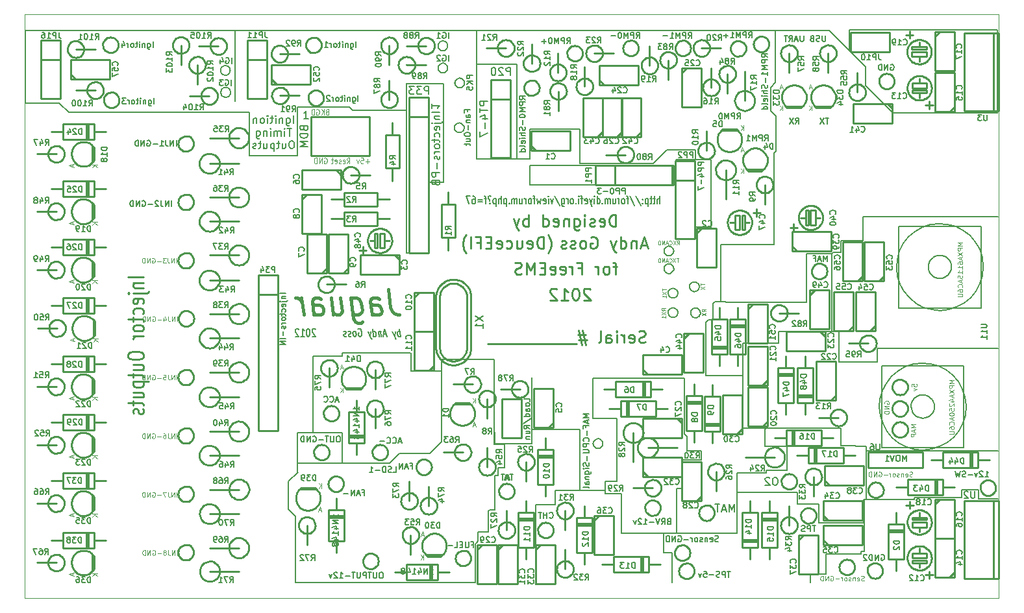
<source format=gbo>
G04 (created by PCBNEW-RS274X (2010-03-14)-final) date Mon 08 Apr 2013 11:15:34 AM EDT*
G01*
G70*
G90*
%MOIN*%
G04 Gerber Fmt 3.4, Leading zero omitted, Abs format*
%FSLAX34Y34*%
G04 APERTURE LIST*
%ADD10C,0.002000*%
%ADD11C,0.007000*%
%ADD12C,0.006700*%
%ADD13C,0.005000*%
%ADD14C,0.018300*%
%ADD15C,0.010000*%
%ADD16C,0.006000*%
%ADD17C,0.004200*%
%ADD18C,0.001000*%
%ADD19C,0.008000*%
%ADD20C,0.005800*%
%ADD21C,0.003300*%
%ADD22C,0.004000*%
G04 APERTURE END LIST*
G54D10*
G54D11*
X60835Y-19480D02*
X63724Y-19480D01*
X56815Y-19480D02*
X60842Y-19480D01*
X56815Y-20709D02*
X56815Y-19480D01*
X55673Y-20709D02*
X56815Y-20709D01*
X55673Y-21315D02*
X55673Y-20709D01*
X55276Y-21315D02*
X55673Y-21315D01*
X55209Y-21382D02*
X55276Y-21315D01*
X53905Y-21378D02*
X55212Y-21378D01*
X55260Y-25374D02*
X55260Y-25378D01*
X55212Y-25374D02*
X55260Y-25374D01*
X55212Y-21382D02*
X55212Y-25374D01*
X57287Y-31512D02*
X63728Y-31512D01*
X57283Y-31512D02*
X56964Y-31512D01*
X57539Y-26248D02*
X63732Y-26248D01*
X57539Y-26925D02*
X57539Y-26248D01*
X57539Y-26929D02*
X57535Y-26929D01*
X55571Y-26929D02*
X57539Y-26929D01*
X55571Y-26583D02*
X55571Y-26929D01*
X55571Y-25374D02*
X55571Y-26575D01*
X55256Y-25374D02*
X55571Y-25374D01*
X56433Y-31220D02*
X56433Y-31279D01*
X55677Y-31220D02*
X56433Y-31220D01*
X55677Y-30335D02*
X55677Y-31220D01*
X51791Y-30335D02*
X51791Y-30358D01*
X55685Y-30335D02*
X51791Y-30335D01*
X24567Y-13535D02*
X24567Y-13169D01*
X47500Y-32177D02*
X47500Y-32161D01*
X47500Y-31972D02*
X47500Y-32177D01*
X48520Y-31972D02*
X47500Y-31972D01*
X48520Y-31488D02*
X48520Y-31972D01*
X47768Y-31488D02*
X48520Y-31488D01*
X47768Y-30780D02*
X47768Y-31488D01*
X47630Y-30642D02*
X47768Y-30780D01*
X13807Y-13622D02*
X13811Y-13622D01*
X13807Y-09898D02*
X13807Y-13622D01*
G54D12*
X27571Y-14670D02*
X27571Y-14270D01*
X27209Y-14403D02*
X27209Y-14727D01*
X27228Y-14765D01*
X27247Y-14784D01*
X27286Y-14803D01*
X27343Y-14803D01*
X27381Y-14784D01*
X27209Y-14651D02*
X27247Y-14670D01*
X27324Y-14670D01*
X27362Y-14651D01*
X27381Y-14632D01*
X27400Y-14594D01*
X27400Y-14479D01*
X27381Y-14441D01*
X27362Y-14422D01*
X27324Y-14403D01*
X27247Y-14403D01*
X27209Y-14422D01*
X27019Y-14403D02*
X27019Y-14670D01*
X27019Y-14441D02*
X27000Y-14422D01*
X26962Y-14403D01*
X26904Y-14403D01*
X26866Y-14422D01*
X26847Y-14460D01*
X26847Y-14670D01*
X26657Y-14670D02*
X26657Y-14403D01*
X26657Y-14270D02*
X26676Y-14289D01*
X26657Y-14308D01*
X26638Y-14289D01*
X26657Y-14270D01*
X26657Y-14308D01*
X26524Y-14403D02*
X26372Y-14403D01*
X26467Y-14270D02*
X26467Y-14613D01*
X26448Y-14651D01*
X26410Y-14670D01*
X26372Y-14670D01*
X26238Y-14670D02*
X26238Y-14403D01*
X26238Y-14270D02*
X26257Y-14289D01*
X26238Y-14308D01*
X26219Y-14289D01*
X26238Y-14270D01*
X26238Y-14308D01*
X25991Y-14670D02*
X26029Y-14651D01*
X26048Y-14632D01*
X26067Y-14594D01*
X26067Y-14479D01*
X26048Y-14441D01*
X26029Y-14422D01*
X25991Y-14403D01*
X25933Y-14403D01*
X25895Y-14422D01*
X25876Y-14441D01*
X25857Y-14479D01*
X25857Y-14594D01*
X25876Y-14632D01*
X25895Y-14651D01*
X25933Y-14670D01*
X25991Y-14670D01*
X25686Y-14403D02*
X25686Y-14670D01*
X25686Y-14441D02*
X25667Y-14422D01*
X25629Y-14403D01*
X25571Y-14403D01*
X25533Y-14422D01*
X25514Y-14460D01*
X25514Y-14670D01*
X27476Y-14920D02*
X27247Y-14920D01*
X27362Y-15320D02*
X27362Y-14920D01*
X27114Y-15320D02*
X27114Y-15053D01*
X27114Y-14920D02*
X27133Y-14939D01*
X27114Y-14958D01*
X27095Y-14939D01*
X27114Y-14920D01*
X27114Y-14958D01*
X26924Y-15320D02*
X26924Y-15053D01*
X26924Y-15091D02*
X26905Y-15072D01*
X26867Y-15053D01*
X26809Y-15053D01*
X26771Y-15072D01*
X26752Y-15110D01*
X26752Y-15320D01*
X26752Y-15110D02*
X26733Y-15072D01*
X26695Y-15053D01*
X26638Y-15053D01*
X26600Y-15072D01*
X26581Y-15110D01*
X26581Y-15320D01*
X26391Y-15320D02*
X26391Y-15053D01*
X26391Y-14920D02*
X26410Y-14939D01*
X26391Y-14958D01*
X26372Y-14939D01*
X26391Y-14920D01*
X26391Y-14958D01*
X26201Y-15053D02*
X26201Y-15320D01*
X26201Y-15091D02*
X26182Y-15072D01*
X26144Y-15053D01*
X26086Y-15053D01*
X26048Y-15072D01*
X26029Y-15110D01*
X26029Y-15320D01*
X25667Y-15053D02*
X25667Y-15377D01*
X25686Y-15415D01*
X25705Y-15434D01*
X25744Y-15453D01*
X25801Y-15453D01*
X25839Y-15434D01*
X25667Y-15301D02*
X25705Y-15320D01*
X25782Y-15320D01*
X25820Y-15301D01*
X25839Y-15282D01*
X25858Y-15244D01*
X25858Y-15129D01*
X25839Y-15091D01*
X25820Y-15072D01*
X25782Y-15053D01*
X25705Y-15053D01*
X25667Y-15072D01*
X27515Y-15570D02*
X27438Y-15570D01*
X27400Y-15589D01*
X27362Y-15627D01*
X27343Y-15703D01*
X27343Y-15837D01*
X27362Y-15913D01*
X27400Y-15951D01*
X27438Y-15970D01*
X27515Y-15970D01*
X27553Y-15951D01*
X27591Y-15913D01*
X27610Y-15837D01*
X27610Y-15703D01*
X27591Y-15627D01*
X27553Y-15589D01*
X27515Y-15570D01*
X27000Y-15703D02*
X27000Y-15970D01*
X27172Y-15703D02*
X27172Y-15913D01*
X27153Y-15951D01*
X27115Y-15970D01*
X27057Y-15970D01*
X27019Y-15951D01*
X27000Y-15932D01*
X26867Y-15703D02*
X26715Y-15703D01*
X26810Y-15570D02*
X26810Y-15913D01*
X26791Y-15951D01*
X26753Y-15970D01*
X26715Y-15970D01*
X26581Y-15703D02*
X26581Y-16103D01*
X26581Y-15722D02*
X26543Y-15703D01*
X26466Y-15703D01*
X26428Y-15722D01*
X26409Y-15741D01*
X26390Y-15779D01*
X26390Y-15894D01*
X26409Y-15932D01*
X26428Y-15951D01*
X26466Y-15970D01*
X26543Y-15970D01*
X26581Y-15951D01*
X26047Y-15703D02*
X26047Y-15970D01*
X26219Y-15703D02*
X26219Y-15913D01*
X26200Y-15951D01*
X26162Y-15970D01*
X26104Y-15970D01*
X26066Y-15951D01*
X26047Y-15932D01*
X25914Y-15703D02*
X25762Y-15703D01*
X25857Y-15570D02*
X25857Y-15913D01*
X25838Y-15951D01*
X25800Y-15970D01*
X25762Y-15970D01*
X25647Y-15951D02*
X25609Y-15970D01*
X25533Y-15970D01*
X25494Y-15951D01*
X25475Y-15913D01*
X25475Y-15894D01*
X25494Y-15856D01*
X25533Y-15837D01*
X25590Y-15837D01*
X25628Y-15818D01*
X25647Y-15779D01*
X25647Y-15760D01*
X25628Y-15722D01*
X25590Y-15703D01*
X25533Y-15703D01*
X25494Y-15722D01*
G54D11*
X52476Y-25358D02*
X53921Y-25358D01*
X52476Y-25354D02*
X52476Y-25358D01*
X52476Y-25968D02*
X52476Y-25354D01*
X52063Y-25968D02*
X52476Y-25968D01*
G54D13*
X32686Y-32601D02*
X32829Y-32601D01*
X32829Y-32301D01*
X32600Y-32587D02*
X32557Y-32601D01*
X32486Y-32601D01*
X32457Y-32587D01*
X32443Y-32573D01*
X32428Y-32544D01*
X32428Y-32516D01*
X32443Y-32487D01*
X32457Y-32473D01*
X32486Y-32459D01*
X32543Y-32444D01*
X32571Y-32430D01*
X32586Y-32416D01*
X32600Y-32387D01*
X32600Y-32359D01*
X32586Y-32330D01*
X32571Y-32316D01*
X32543Y-32301D01*
X32471Y-32301D01*
X32428Y-32316D01*
X32300Y-32601D02*
X32300Y-32301D01*
X32228Y-32301D01*
X32185Y-32316D01*
X32157Y-32344D01*
X32142Y-32373D01*
X32128Y-32430D01*
X32128Y-32473D01*
X32142Y-32530D01*
X32157Y-32559D01*
X32185Y-32587D01*
X32228Y-32601D01*
X32300Y-32601D01*
X32000Y-32487D02*
X31771Y-32487D01*
X31471Y-32601D02*
X31643Y-32601D01*
X31557Y-32601D02*
X31557Y-32301D01*
X31586Y-32344D01*
X31614Y-32373D01*
X31643Y-32387D01*
X38312Y-33003D02*
X38312Y-32703D01*
X38441Y-32918D02*
X38584Y-32918D01*
X38413Y-33003D02*
X38513Y-32703D01*
X38613Y-33003D01*
X38670Y-32703D02*
X38841Y-32703D01*
X38755Y-33003D02*
X38755Y-32703D01*
X28696Y-25261D02*
X28682Y-25242D01*
X28653Y-25223D01*
X28582Y-25223D01*
X28553Y-25242D01*
X28539Y-25261D01*
X28524Y-25299D01*
X28524Y-25337D01*
X28539Y-25394D01*
X28710Y-25623D01*
X28524Y-25623D01*
X28338Y-25223D02*
X28310Y-25223D01*
X28281Y-25242D01*
X28267Y-25261D01*
X28253Y-25299D01*
X28238Y-25375D01*
X28238Y-25471D01*
X28253Y-25547D01*
X28267Y-25585D01*
X28281Y-25604D01*
X28310Y-25623D01*
X28338Y-25623D01*
X28367Y-25604D01*
X28381Y-25585D01*
X28396Y-25547D01*
X28410Y-25471D01*
X28410Y-25375D01*
X28396Y-25299D01*
X28381Y-25261D01*
X28367Y-25242D01*
X28338Y-25223D01*
X27952Y-25623D02*
X28124Y-25623D01*
X28038Y-25623D02*
X28038Y-25223D01*
X28067Y-25280D01*
X28095Y-25318D01*
X28124Y-25337D01*
X27838Y-25261D02*
X27824Y-25242D01*
X27795Y-25223D01*
X27724Y-25223D01*
X27695Y-25242D01*
X27681Y-25261D01*
X27666Y-25299D01*
X27666Y-25337D01*
X27681Y-25394D01*
X27852Y-25623D01*
X27666Y-25623D01*
X33070Y-25623D02*
X33020Y-25223D01*
X33039Y-25375D02*
X33008Y-25356D01*
X32951Y-25356D01*
X32924Y-25375D01*
X32913Y-25394D01*
X32903Y-25432D01*
X32918Y-25547D01*
X32936Y-25585D01*
X32953Y-25604D01*
X32984Y-25623D01*
X33041Y-25623D01*
X33068Y-25604D01*
X32794Y-25356D02*
X32756Y-25623D01*
X32651Y-25356D02*
X32756Y-25623D01*
X32796Y-25718D01*
X32814Y-25737D01*
X32844Y-25756D01*
X32341Y-25509D02*
X32198Y-25509D01*
X32383Y-25623D02*
X32233Y-25223D01*
X32183Y-25623D01*
X32051Y-25356D02*
X32084Y-25623D01*
X32056Y-25394D02*
X32038Y-25375D01*
X32008Y-25356D01*
X31965Y-25356D01*
X31938Y-25375D01*
X31929Y-25413D01*
X31955Y-25623D01*
X31684Y-25623D02*
X31634Y-25223D01*
X31682Y-25604D02*
X31713Y-25623D01*
X31770Y-25623D01*
X31796Y-25604D01*
X31808Y-25585D01*
X31818Y-25547D01*
X31803Y-25432D01*
X31785Y-25394D01*
X31767Y-25375D01*
X31737Y-25356D01*
X31680Y-25356D01*
X31653Y-25375D01*
X31537Y-25356D02*
X31499Y-25623D01*
X31394Y-25356D02*
X31499Y-25623D01*
X31539Y-25718D01*
X31557Y-25737D01*
X31587Y-25756D01*
X30879Y-25242D02*
X30905Y-25223D01*
X30948Y-25223D01*
X30994Y-25242D01*
X31026Y-25280D01*
X31046Y-25318D01*
X31070Y-25394D01*
X31077Y-25451D01*
X31072Y-25528D01*
X31062Y-25566D01*
X31039Y-25604D01*
X30998Y-25623D01*
X30969Y-25623D01*
X30924Y-25604D01*
X30907Y-25585D01*
X30891Y-25451D01*
X30948Y-25451D01*
X30741Y-25623D02*
X30767Y-25604D01*
X30779Y-25585D01*
X30789Y-25547D01*
X30774Y-25432D01*
X30756Y-25394D01*
X30738Y-25375D01*
X30708Y-25356D01*
X30665Y-25356D01*
X30638Y-25375D01*
X30627Y-25394D01*
X30617Y-25432D01*
X30632Y-25547D01*
X30650Y-25585D01*
X30667Y-25604D01*
X30698Y-25623D01*
X30741Y-25623D01*
X30525Y-25604D02*
X30498Y-25623D01*
X30441Y-25623D01*
X30411Y-25604D01*
X30391Y-25566D01*
X30389Y-25547D01*
X30399Y-25509D01*
X30425Y-25490D01*
X30468Y-25490D01*
X30494Y-25471D01*
X30503Y-25432D01*
X30501Y-25413D01*
X30482Y-25375D01*
X30451Y-25356D01*
X30408Y-25356D01*
X30382Y-25375D01*
X30282Y-25604D02*
X30255Y-25623D01*
X30198Y-25623D01*
X30168Y-25604D01*
X30148Y-25566D01*
X30146Y-25547D01*
X30156Y-25509D01*
X30182Y-25490D01*
X30225Y-25490D01*
X30251Y-25471D01*
X30260Y-25432D01*
X30258Y-25413D01*
X30239Y-25375D01*
X30208Y-25356D01*
X30165Y-25356D01*
X30139Y-25375D01*
G54D14*
X32430Y-23206D02*
X32546Y-24135D01*
X32621Y-24320D01*
X32742Y-24444D01*
X32906Y-24506D01*
X33011Y-24506D01*
X31597Y-24506D02*
X31512Y-23825D01*
X31549Y-23701D01*
X31646Y-23640D01*
X31855Y-23640D01*
X31968Y-23701D01*
X31590Y-24444D02*
X31701Y-24506D01*
X31963Y-24506D01*
X32061Y-24444D01*
X32097Y-24320D01*
X32082Y-24197D01*
X32014Y-24073D01*
X31902Y-24011D01*
X31640Y-24011D01*
X31528Y-23949D01*
X30494Y-23640D02*
X30626Y-24692D01*
X30693Y-24816D01*
X30753Y-24878D01*
X30866Y-24940D01*
X31023Y-24940D01*
X31120Y-24878D01*
X30595Y-24444D02*
X30706Y-24506D01*
X30916Y-24506D01*
X31014Y-24444D01*
X31058Y-24382D01*
X31095Y-24259D01*
X31048Y-23887D01*
X30981Y-23763D01*
X30921Y-23701D01*
X30808Y-23640D01*
X30598Y-23640D01*
X30502Y-23701D01*
X29499Y-23640D02*
X29607Y-24506D01*
X29970Y-23640D02*
X30055Y-24320D01*
X30019Y-24444D01*
X29921Y-24506D01*
X29764Y-24506D01*
X29652Y-24444D01*
X29592Y-24382D01*
X28612Y-24506D02*
X28527Y-23825D01*
X28564Y-23701D01*
X28661Y-23640D01*
X28870Y-23640D01*
X28983Y-23701D01*
X28605Y-24444D02*
X28716Y-24506D01*
X28978Y-24506D01*
X29076Y-24444D01*
X29112Y-24320D01*
X29097Y-24197D01*
X29029Y-24073D01*
X28917Y-24011D01*
X28655Y-24011D01*
X28543Y-23949D01*
X28088Y-24506D02*
X27980Y-23640D01*
X28011Y-23887D02*
X27944Y-23763D01*
X27883Y-23701D01*
X27771Y-23640D01*
X27666Y-23640D01*
G54D11*
X51799Y-30342D02*
X51799Y-30335D01*
X50630Y-30342D02*
X51799Y-30342D01*
X56964Y-31279D02*
X56433Y-31279D01*
X56964Y-33996D02*
X56964Y-31279D01*
X50630Y-30342D02*
X50630Y-30339D01*
X57094Y-19480D02*
X57098Y-19480D01*
X53905Y-21634D02*
X53905Y-21386D01*
X49520Y-20894D02*
X49520Y-20905D01*
X52244Y-20894D02*
X49520Y-20894D01*
G54D13*
X54885Y-10160D02*
X54885Y-10403D01*
X54870Y-10432D01*
X54856Y-10446D01*
X54827Y-10460D01*
X54770Y-10460D01*
X54742Y-10446D01*
X54727Y-10432D01*
X54713Y-10403D01*
X54713Y-10160D01*
X54585Y-10446D02*
X54542Y-10460D01*
X54471Y-10460D01*
X54442Y-10446D01*
X54428Y-10432D01*
X54413Y-10403D01*
X54413Y-10375D01*
X54428Y-10346D01*
X54442Y-10332D01*
X54471Y-10318D01*
X54528Y-10303D01*
X54556Y-10289D01*
X54571Y-10275D01*
X54585Y-10246D01*
X54585Y-10218D01*
X54571Y-10189D01*
X54556Y-10175D01*
X54528Y-10160D01*
X54456Y-10160D01*
X54413Y-10175D01*
X54185Y-10303D02*
X54142Y-10318D01*
X54127Y-10332D01*
X54113Y-10360D01*
X54113Y-10403D01*
X54127Y-10432D01*
X54142Y-10446D01*
X54170Y-10460D01*
X54285Y-10460D01*
X54285Y-10160D01*
X54185Y-10160D01*
X54156Y-10175D01*
X54142Y-10189D01*
X54127Y-10218D01*
X54127Y-10246D01*
X54142Y-10275D01*
X54156Y-10289D01*
X54185Y-10303D01*
X54285Y-10303D01*
X53756Y-10160D02*
X53756Y-10403D01*
X53741Y-10432D01*
X53727Y-10446D01*
X53698Y-10460D01*
X53641Y-10460D01*
X53613Y-10446D01*
X53598Y-10432D01*
X53584Y-10403D01*
X53584Y-10160D01*
X53456Y-10375D02*
X53313Y-10375D01*
X53484Y-10460D02*
X53384Y-10160D01*
X53284Y-10460D01*
X53013Y-10460D02*
X53113Y-10318D01*
X53185Y-10460D02*
X53185Y-10160D01*
X53070Y-10160D01*
X53042Y-10175D01*
X53027Y-10189D01*
X53013Y-10218D01*
X53013Y-10260D01*
X53027Y-10289D01*
X53042Y-10303D01*
X53070Y-10318D01*
X53185Y-10318D01*
X52927Y-10160D02*
X52756Y-10160D01*
X52842Y-10460D02*
X52842Y-10160D01*
X51753Y-15570D02*
X51853Y-15428D01*
X51925Y-15570D02*
X51925Y-15270D01*
X51810Y-15270D01*
X51782Y-15285D01*
X51767Y-15299D01*
X51753Y-15328D01*
X51753Y-15370D01*
X51767Y-15399D01*
X51782Y-15413D01*
X51810Y-15428D01*
X51925Y-15428D01*
X51625Y-15570D02*
X51625Y-15270D01*
X51510Y-15270D01*
X51482Y-15285D01*
X51467Y-15299D01*
X51453Y-15328D01*
X51453Y-15370D01*
X51467Y-15399D01*
X51482Y-15413D01*
X51510Y-15428D01*
X51625Y-15428D01*
X51325Y-15570D02*
X51325Y-15270D01*
X51225Y-15485D01*
X51125Y-15270D01*
X51125Y-15570D01*
X50824Y-15570D02*
X50996Y-15570D01*
X50910Y-15570D02*
X50910Y-15270D01*
X50939Y-15313D01*
X50967Y-15342D01*
X50996Y-15356D01*
X50343Y-14448D02*
X50443Y-14306D01*
X50515Y-14448D02*
X50515Y-14148D01*
X50400Y-14148D01*
X50372Y-14163D01*
X50357Y-14177D01*
X50343Y-14206D01*
X50343Y-14248D01*
X50357Y-14277D01*
X50372Y-14291D01*
X50400Y-14306D01*
X50515Y-14306D01*
X50215Y-14448D02*
X50215Y-14148D01*
X50100Y-14148D01*
X50072Y-14163D01*
X50057Y-14177D01*
X50043Y-14206D01*
X50043Y-14248D01*
X50057Y-14277D01*
X50072Y-14291D01*
X50100Y-14306D01*
X50215Y-14306D01*
X49915Y-14448D02*
X49915Y-14148D01*
X49815Y-14363D01*
X49715Y-14148D01*
X49715Y-14448D01*
X49514Y-14148D02*
X49486Y-14148D01*
X49457Y-14163D01*
X49443Y-14177D01*
X49429Y-14206D01*
X49414Y-14263D01*
X49414Y-14334D01*
X49429Y-14391D01*
X49443Y-14420D01*
X49457Y-14434D01*
X49486Y-14448D01*
X49514Y-14448D01*
X49543Y-14434D01*
X49557Y-14420D01*
X49572Y-14391D01*
X49586Y-14334D01*
X49586Y-14263D01*
X49572Y-14206D01*
X49557Y-14177D01*
X49543Y-14163D01*
X49514Y-14148D01*
G54D11*
X52311Y-09902D02*
X52307Y-09902D01*
X52311Y-12575D02*
X52311Y-09902D01*
X52059Y-12827D02*
X52311Y-12575D01*
X52059Y-14047D02*
X52059Y-12827D01*
X52323Y-14311D02*
X52059Y-14047D01*
X52323Y-16118D02*
X52323Y-14311D01*
X52240Y-16201D02*
X52323Y-16118D01*
G54D13*
X53345Y-14688D02*
X53445Y-14546D01*
X53517Y-14688D02*
X53517Y-14388D01*
X53402Y-14388D01*
X53374Y-14403D01*
X53359Y-14417D01*
X53345Y-14446D01*
X53345Y-14488D01*
X53359Y-14517D01*
X53374Y-14531D01*
X53402Y-14546D01*
X53517Y-14546D01*
X53245Y-14388D02*
X53045Y-14688D01*
X53045Y-14388D02*
X53245Y-14688D01*
X55051Y-14388D02*
X54880Y-14388D01*
X54966Y-14688D02*
X54966Y-14388D01*
X54808Y-14388D02*
X54608Y-14688D01*
X54608Y-14388D02*
X54808Y-14688D01*
G54D11*
X42279Y-14968D02*
X42279Y-14976D01*
X39709Y-14968D02*
X42279Y-14968D01*
X39709Y-16496D02*
X39709Y-14968D01*
X39035Y-16496D02*
X39709Y-16496D01*
X36961Y-11630D02*
X36961Y-09902D01*
X36957Y-11626D02*
X39039Y-11626D01*
X35260Y-16614D02*
X35260Y-16610D01*
X35260Y-17713D02*
X35260Y-16614D01*
X34531Y-17713D02*
X35260Y-17713D01*
G54D12*
X34680Y-13665D02*
X34680Y-13894D01*
X34680Y-13780D02*
X35080Y-13780D01*
X35023Y-13818D01*
X34985Y-13856D01*
X34966Y-13894D01*
G54D11*
X33378Y-12614D02*
X33378Y-13980D01*
X24571Y-09902D02*
X24567Y-09902D01*
X24571Y-13173D02*
X24571Y-09902D01*
X27768Y-16335D02*
X27768Y-14846D01*
X25295Y-16335D02*
X27768Y-16335D01*
X25295Y-14115D02*
X25295Y-16335D01*
X16024Y-14115D02*
X25295Y-14115D01*
X15531Y-13622D02*
X16024Y-14115D01*
X13807Y-13622D02*
X15531Y-13622D01*
X27770Y-13850D02*
X27770Y-14840D01*
X27940Y-13850D02*
X27770Y-13850D01*
X56860Y-34010D02*
X56850Y-34010D01*
X56860Y-36680D02*
X56860Y-34010D01*
X56820Y-36680D02*
X56860Y-36680D01*
X56690Y-36680D02*
X56820Y-36680D01*
X56690Y-36810D02*
X56690Y-36680D01*
X54920Y-36810D02*
X56690Y-36810D01*
X54920Y-37850D02*
X54920Y-36810D01*
X54110Y-37850D02*
X54920Y-37850D01*
X54110Y-38270D02*
X54110Y-37850D01*
X62740Y-33980D02*
X63730Y-33980D01*
X62740Y-33500D02*
X62740Y-33980D01*
X61860Y-33500D02*
X62740Y-33500D01*
X61860Y-33900D02*
X61860Y-33500D01*
X59450Y-33900D02*
X61860Y-33900D01*
X59450Y-33920D02*
X59450Y-33900D01*
X59450Y-34010D02*
X59450Y-33920D01*
X56850Y-34010D02*
X59450Y-34010D01*
X56850Y-35210D02*
X56850Y-34010D01*
X56820Y-35210D02*
X56850Y-35210D01*
X54550Y-35210D02*
X56820Y-35210D01*
X54550Y-34220D02*
X54550Y-35210D01*
X53430Y-34220D02*
X54550Y-34220D01*
X53430Y-33620D02*
X53430Y-34220D01*
X50330Y-33620D02*
X53430Y-33620D01*
X50330Y-32620D02*
X50330Y-32670D01*
X51850Y-32620D02*
X50330Y-32620D01*
X51850Y-32510D02*
X51850Y-32620D01*
X52890Y-32510D02*
X51850Y-32510D01*
X52890Y-31260D02*
X52890Y-32510D01*
X51780Y-30340D02*
X51770Y-30340D01*
X51780Y-31260D02*
X51780Y-30340D01*
X52890Y-31260D02*
X51780Y-31260D01*
X50330Y-35730D02*
X50330Y-32640D01*
X47230Y-35730D02*
X50330Y-35730D01*
X46570Y-36750D02*
X46570Y-35730D01*
X47000Y-36750D02*
X46570Y-36750D01*
X47000Y-38260D02*
X47000Y-36750D01*
X43570Y-33560D02*
X43560Y-33560D01*
X43570Y-33080D02*
X43570Y-33560D01*
X44170Y-33080D02*
X43570Y-33080D01*
X44170Y-29820D02*
X44170Y-33080D01*
X42930Y-29820D02*
X44170Y-29820D01*
X42930Y-27780D02*
X42930Y-29820D01*
X47630Y-27780D02*
X42930Y-27780D01*
X47630Y-30640D02*
X47630Y-27780D01*
X47740Y-30750D02*
X47630Y-30640D01*
X47520Y-33420D02*
X47520Y-32070D01*
X47230Y-33420D02*
X47520Y-33420D01*
X47230Y-35730D02*
X47230Y-33420D01*
X44400Y-35730D02*
X47230Y-35730D01*
X44400Y-33690D02*
X44400Y-35730D01*
X43570Y-33690D02*
X44400Y-33690D01*
X43570Y-33530D02*
X43570Y-33690D01*
X42120Y-33530D02*
X43570Y-33530D01*
X42280Y-30410D02*
X39810Y-30410D01*
X42280Y-33530D02*
X42280Y-30410D01*
X41020Y-33530D02*
X42280Y-33530D01*
X41020Y-34270D02*
X41020Y-33530D01*
X40010Y-34270D02*
X41020Y-34270D01*
X40010Y-38360D02*
X40010Y-34270D01*
X37890Y-30550D02*
X37900Y-30550D01*
X37890Y-31140D02*
X37890Y-30550D01*
X39800Y-31140D02*
X37890Y-31140D01*
X39800Y-27750D02*
X39800Y-31140D01*
X27780Y-32580D02*
X27780Y-32130D01*
X27299Y-33082D02*
X27789Y-32592D01*
X27307Y-34484D02*
X27307Y-33074D01*
X27669Y-34869D02*
X27299Y-34499D01*
X27669Y-38267D02*
X27669Y-34857D01*
X36920Y-38260D02*
X27660Y-38260D01*
X36920Y-36270D02*
X36920Y-38260D01*
X36960Y-36230D02*
X36920Y-36270D01*
X37040Y-36150D02*
X36960Y-36230D01*
X37040Y-35670D02*
X37040Y-36150D01*
X37580Y-35670D02*
X37040Y-35670D01*
X37580Y-34600D02*
X37580Y-35670D01*
X37640Y-34540D02*
X37580Y-34600D01*
X37920Y-34540D02*
X37640Y-34540D01*
X37920Y-32770D02*
X37920Y-34540D01*
X38080Y-32770D02*
X37920Y-32770D01*
X38080Y-32380D02*
X38080Y-32770D01*
X38410Y-32380D02*
X38080Y-32380D01*
X38410Y-31160D02*
X38410Y-32380D01*
X37860Y-31160D02*
X38410Y-31160D01*
X37860Y-26790D02*
X37860Y-31160D01*
X35160Y-26790D02*
X37860Y-26790D01*
X35160Y-27400D02*
X35160Y-26790D01*
X33590Y-27390D02*
X33590Y-26480D01*
X35160Y-27390D02*
X33590Y-27390D01*
X35160Y-31050D02*
X35160Y-27390D01*
X35140Y-31070D02*
X35160Y-31050D01*
X34570Y-31640D02*
X35140Y-31070D01*
X32990Y-31640D02*
X34570Y-31640D01*
X32500Y-32130D02*
X32990Y-31640D01*
X30080Y-32130D02*
X32500Y-32130D01*
X27760Y-30580D02*
X28580Y-30580D01*
X27760Y-32130D02*
X27760Y-30580D01*
X30080Y-32130D02*
X27760Y-32130D01*
X30080Y-30580D02*
X30080Y-32130D01*
X28570Y-30580D02*
X30080Y-30580D01*
X28570Y-26620D02*
X28570Y-30580D01*
X30080Y-26620D02*
X28570Y-26620D01*
X30080Y-26480D02*
X30080Y-26620D01*
X33580Y-26480D02*
X30080Y-26480D01*
X39720Y-17840D02*
X39740Y-17840D01*
X39720Y-16830D02*
X39720Y-17840D01*
X47020Y-16830D02*
X39720Y-16830D01*
X47020Y-17840D02*
X47020Y-16830D01*
X39720Y-17840D02*
X47020Y-17840D01*
X48200Y-16020D02*
X48200Y-16530D01*
X46730Y-16020D02*
X48200Y-16020D01*
X46030Y-16720D02*
X46730Y-16020D01*
X42280Y-16720D02*
X46030Y-16720D01*
X42280Y-14960D02*
X42280Y-16720D01*
X33380Y-13980D02*
X33380Y-13990D01*
X33380Y-21320D02*
X33380Y-13980D01*
X34530Y-21320D02*
X33380Y-21320D01*
X34530Y-16620D02*
X34530Y-21320D01*
X35260Y-12620D02*
X35260Y-16620D01*
X33380Y-12620D02*
X35260Y-12620D01*
X33380Y-11630D02*
X33380Y-11640D01*
X36960Y-16500D02*
X36960Y-11630D01*
X39040Y-16500D02*
X36960Y-16500D01*
X39040Y-11630D02*
X39040Y-16500D01*
X30590Y-13990D02*
X33380Y-13990D01*
X30450Y-13850D02*
X30590Y-13990D01*
X27940Y-13850D02*
X30450Y-13850D01*
X15050Y-09900D02*
X13810Y-09900D01*
X52310Y-09900D02*
X15050Y-09900D01*
X47200Y-20580D02*
X47210Y-20580D01*
X47200Y-16530D02*
X47200Y-20580D01*
X48990Y-16530D02*
X47200Y-16530D01*
X48990Y-20000D02*
X48990Y-16530D01*
X48220Y-20000D02*
X48990Y-20000D01*
X56110Y-09870D02*
X56110Y-10920D01*
X63710Y-09870D02*
X56110Y-09870D01*
X63710Y-14110D02*
X63710Y-09870D01*
X63710Y-19480D02*
X63710Y-19470D01*
X58330Y-14120D02*
X63710Y-14120D01*
X56950Y-12740D02*
X58330Y-14120D01*
X56950Y-11770D02*
X56950Y-12740D01*
X55080Y-09900D02*
X56950Y-11770D01*
X52310Y-09900D02*
X55080Y-09900D01*
X52240Y-16200D02*
X52310Y-16130D01*
X52240Y-18000D02*
X52240Y-16200D01*
X52240Y-20890D02*
X52250Y-20890D01*
X52240Y-17990D02*
X52240Y-20890D01*
X49520Y-23830D02*
X49520Y-20900D01*
X50620Y-27620D02*
X50620Y-27640D01*
X48730Y-27620D02*
X50620Y-27620D01*
X48730Y-24900D02*
X48730Y-27620D01*
X48860Y-24770D02*
X48730Y-24900D01*
X49040Y-24770D02*
X48860Y-24770D01*
X49120Y-24690D02*
X49040Y-24770D01*
X49120Y-23920D02*
X49120Y-24690D01*
X49210Y-23830D02*
X49120Y-23920D01*
X49740Y-23830D02*
X49210Y-23830D01*
X49770Y-23860D02*
X49740Y-23830D01*
X53900Y-23860D02*
X49770Y-23860D01*
X53900Y-21620D02*
X53900Y-23860D01*
X55210Y-25360D02*
X55210Y-24150D01*
X53910Y-25360D02*
X55210Y-25360D01*
X50630Y-25970D02*
X52070Y-25970D01*
X50630Y-30340D02*
X50630Y-25970D01*
G54D15*
X45639Y-25914D02*
X45553Y-25943D01*
X45410Y-25943D01*
X45353Y-25914D01*
X45324Y-25886D01*
X45296Y-25829D01*
X45296Y-25771D01*
X45324Y-25714D01*
X45353Y-25686D01*
X45410Y-25657D01*
X45524Y-25629D01*
X45582Y-25600D01*
X45610Y-25571D01*
X45639Y-25514D01*
X45639Y-25457D01*
X45610Y-25400D01*
X45582Y-25371D01*
X45524Y-25343D01*
X45382Y-25343D01*
X45296Y-25371D01*
X44811Y-25914D02*
X44868Y-25943D01*
X44982Y-25943D01*
X45039Y-25914D01*
X45068Y-25857D01*
X45068Y-25629D01*
X45039Y-25571D01*
X44982Y-25543D01*
X44868Y-25543D01*
X44811Y-25571D01*
X44782Y-25629D01*
X44782Y-25686D01*
X45068Y-25743D01*
X44525Y-25943D02*
X44525Y-25543D01*
X44525Y-25657D02*
X44497Y-25600D01*
X44468Y-25571D01*
X44411Y-25543D01*
X44354Y-25543D01*
X44154Y-25943D02*
X44154Y-25543D01*
X44154Y-25343D02*
X44183Y-25371D01*
X44154Y-25400D01*
X44126Y-25371D01*
X44154Y-25343D01*
X44154Y-25400D01*
X43611Y-25943D02*
X43611Y-25629D01*
X43640Y-25571D01*
X43697Y-25543D01*
X43811Y-25543D01*
X43868Y-25571D01*
X43611Y-25914D02*
X43668Y-25943D01*
X43811Y-25943D01*
X43868Y-25914D01*
X43897Y-25857D01*
X43897Y-25800D01*
X43868Y-25743D01*
X43811Y-25714D01*
X43668Y-25714D01*
X43611Y-25686D01*
X43239Y-25943D02*
X43297Y-25914D01*
X43325Y-25857D01*
X43325Y-25343D01*
X42583Y-25543D02*
X42154Y-25543D01*
X42411Y-25286D02*
X42583Y-26057D01*
X42211Y-25800D02*
X42640Y-25800D01*
X42383Y-26057D02*
X42211Y-25286D01*
X42097Y-26000D02*
X41640Y-26000D01*
X41640Y-26000D02*
X41183Y-26000D01*
X41183Y-26000D02*
X40726Y-26000D01*
X40726Y-26000D02*
X40269Y-26000D01*
X40269Y-26000D02*
X39812Y-26000D01*
X39812Y-26000D02*
X39355Y-26000D01*
X39355Y-26000D02*
X38898Y-26000D01*
X38898Y-26000D02*
X38441Y-26000D01*
X38441Y-26000D02*
X37984Y-26000D01*
X37984Y-26000D02*
X37527Y-26000D01*
X42798Y-23210D02*
X42769Y-23181D01*
X42712Y-23153D01*
X42569Y-23153D01*
X42512Y-23181D01*
X42483Y-23210D01*
X42455Y-23267D01*
X42455Y-23324D01*
X42483Y-23410D01*
X42826Y-23753D01*
X42455Y-23753D01*
X42084Y-23153D02*
X42027Y-23153D01*
X41970Y-23181D01*
X41941Y-23210D01*
X41912Y-23267D01*
X41884Y-23381D01*
X41884Y-23524D01*
X41912Y-23639D01*
X41941Y-23696D01*
X41970Y-23724D01*
X42027Y-23753D01*
X42084Y-23753D01*
X42141Y-23724D01*
X42170Y-23696D01*
X42198Y-23639D01*
X42227Y-23524D01*
X42227Y-23381D01*
X42198Y-23267D01*
X42170Y-23210D01*
X42141Y-23181D01*
X42084Y-23153D01*
X41313Y-23753D02*
X41656Y-23753D01*
X41484Y-23753D02*
X41484Y-23153D01*
X41541Y-23239D01*
X41599Y-23296D01*
X41656Y-23324D01*
X41085Y-23210D02*
X41056Y-23181D01*
X40999Y-23153D01*
X40856Y-23153D01*
X40799Y-23181D01*
X40770Y-23210D01*
X40742Y-23267D01*
X40742Y-23324D01*
X40770Y-23410D01*
X41113Y-23753D01*
X40742Y-23753D01*
X44186Y-22023D02*
X43957Y-22023D01*
X44100Y-22423D02*
X44100Y-21909D01*
X44072Y-21851D01*
X44014Y-21823D01*
X43957Y-21823D01*
X43671Y-22423D02*
X43729Y-22394D01*
X43757Y-22366D01*
X43786Y-22309D01*
X43786Y-22137D01*
X43757Y-22080D01*
X43729Y-22051D01*
X43671Y-22023D01*
X43586Y-22023D01*
X43529Y-22051D01*
X43500Y-22080D01*
X43471Y-22137D01*
X43471Y-22309D01*
X43500Y-22366D01*
X43529Y-22394D01*
X43586Y-22423D01*
X43671Y-22423D01*
X43214Y-22423D02*
X43214Y-22023D01*
X43214Y-22137D02*
X43186Y-22080D01*
X43157Y-22051D01*
X43100Y-22023D01*
X43043Y-22023D01*
X42186Y-22109D02*
X42386Y-22109D01*
X42386Y-22423D02*
X42386Y-21823D01*
X42100Y-21823D01*
X41872Y-22423D02*
X41872Y-22023D01*
X41872Y-22137D02*
X41844Y-22080D01*
X41815Y-22051D01*
X41758Y-22023D01*
X41701Y-22023D01*
X41273Y-22394D02*
X41330Y-22423D01*
X41444Y-22423D01*
X41501Y-22394D01*
X41530Y-22337D01*
X41530Y-22109D01*
X41501Y-22051D01*
X41444Y-22023D01*
X41330Y-22023D01*
X41273Y-22051D01*
X41244Y-22109D01*
X41244Y-22166D01*
X41530Y-22223D01*
X40759Y-22394D02*
X40816Y-22423D01*
X40930Y-22423D01*
X40987Y-22394D01*
X41016Y-22337D01*
X41016Y-22109D01*
X40987Y-22051D01*
X40930Y-22023D01*
X40816Y-22023D01*
X40759Y-22051D01*
X40730Y-22109D01*
X40730Y-22166D01*
X41016Y-22223D01*
X40473Y-22109D02*
X40273Y-22109D01*
X40187Y-22423D02*
X40473Y-22423D01*
X40473Y-21823D01*
X40187Y-21823D01*
X39930Y-22423D02*
X39930Y-21823D01*
X39730Y-22251D01*
X39530Y-21823D01*
X39530Y-22423D01*
X39273Y-22394D02*
X39187Y-22423D01*
X39044Y-22423D01*
X38987Y-22394D01*
X38958Y-22366D01*
X38930Y-22309D01*
X38930Y-22251D01*
X38958Y-22194D01*
X38987Y-22166D01*
X39044Y-22137D01*
X39158Y-22109D01*
X39216Y-22080D01*
X39244Y-22051D01*
X39273Y-21994D01*
X39273Y-21937D01*
X39244Y-21880D01*
X39216Y-21851D01*
X39158Y-21823D01*
X39016Y-21823D01*
X38930Y-21851D01*
X40630Y-21331D02*
X40658Y-21303D01*
X40715Y-21217D01*
X40744Y-21160D01*
X40773Y-21074D01*
X40801Y-20931D01*
X40801Y-20817D01*
X40773Y-20674D01*
X40744Y-20589D01*
X40715Y-20531D01*
X40658Y-20446D01*
X40630Y-20417D01*
X40401Y-21103D02*
X40401Y-20503D01*
X40258Y-20503D01*
X40173Y-20531D01*
X40115Y-20589D01*
X40087Y-20646D01*
X40058Y-20760D01*
X40058Y-20846D01*
X40087Y-20960D01*
X40115Y-21017D01*
X40173Y-21074D01*
X40258Y-21103D01*
X40401Y-21103D01*
X39573Y-21074D02*
X39630Y-21103D01*
X39744Y-21103D01*
X39801Y-21074D01*
X39830Y-21017D01*
X39830Y-20789D01*
X39801Y-20731D01*
X39744Y-20703D01*
X39630Y-20703D01*
X39573Y-20731D01*
X39544Y-20789D01*
X39544Y-20846D01*
X39830Y-20903D01*
X39030Y-20703D02*
X39030Y-21103D01*
X39287Y-20703D02*
X39287Y-21017D01*
X39259Y-21074D01*
X39201Y-21103D01*
X39116Y-21103D01*
X39059Y-21074D01*
X39030Y-21046D01*
X38487Y-21074D02*
X38544Y-21103D01*
X38658Y-21103D01*
X38716Y-21074D01*
X38744Y-21046D01*
X38773Y-20989D01*
X38773Y-20817D01*
X38744Y-20760D01*
X38716Y-20731D01*
X38658Y-20703D01*
X38544Y-20703D01*
X38487Y-20731D01*
X38002Y-21074D02*
X38059Y-21103D01*
X38173Y-21103D01*
X38230Y-21074D01*
X38259Y-21017D01*
X38259Y-20789D01*
X38230Y-20731D01*
X38173Y-20703D01*
X38059Y-20703D01*
X38002Y-20731D01*
X37973Y-20789D01*
X37973Y-20846D01*
X38259Y-20903D01*
X37716Y-20789D02*
X37516Y-20789D01*
X37430Y-21103D02*
X37716Y-21103D01*
X37716Y-20503D01*
X37430Y-20503D01*
X36973Y-20789D02*
X37173Y-20789D01*
X37173Y-21103D02*
X37173Y-20503D01*
X36887Y-20503D01*
X36659Y-21103D02*
X36659Y-20503D01*
X36430Y-21331D02*
X36402Y-21303D01*
X36345Y-21217D01*
X36316Y-21160D01*
X36287Y-21074D01*
X36259Y-20931D01*
X36259Y-20817D01*
X36287Y-20674D01*
X36316Y-20589D01*
X36345Y-20531D01*
X36402Y-20446D01*
X36430Y-20417D01*
X45700Y-20931D02*
X45414Y-20931D01*
X45757Y-21103D02*
X45557Y-20503D01*
X45357Y-21103D01*
X45157Y-20703D02*
X45157Y-21103D01*
X45157Y-20760D02*
X45129Y-20731D01*
X45071Y-20703D01*
X44986Y-20703D01*
X44929Y-20731D01*
X44900Y-20789D01*
X44900Y-21103D01*
X44357Y-21103D02*
X44357Y-20503D01*
X44357Y-21074D02*
X44414Y-21103D01*
X44528Y-21103D01*
X44586Y-21074D01*
X44614Y-21046D01*
X44643Y-20989D01*
X44643Y-20817D01*
X44614Y-20760D01*
X44586Y-20731D01*
X44528Y-20703D01*
X44414Y-20703D01*
X44357Y-20731D01*
X44128Y-20703D02*
X43985Y-21103D01*
X43843Y-20703D02*
X43985Y-21103D01*
X44043Y-21246D01*
X44071Y-21274D01*
X44128Y-21303D01*
X42843Y-20531D02*
X42900Y-20503D01*
X42986Y-20503D01*
X43071Y-20531D01*
X43129Y-20589D01*
X43157Y-20646D01*
X43186Y-20760D01*
X43186Y-20846D01*
X43157Y-20960D01*
X43129Y-21017D01*
X43071Y-21074D01*
X42986Y-21103D01*
X42929Y-21103D01*
X42843Y-21074D01*
X42814Y-21046D01*
X42814Y-20846D01*
X42929Y-20846D01*
X42471Y-21103D02*
X42529Y-21074D01*
X42557Y-21046D01*
X42586Y-20989D01*
X42586Y-20817D01*
X42557Y-20760D01*
X42529Y-20731D01*
X42471Y-20703D01*
X42386Y-20703D01*
X42329Y-20731D01*
X42300Y-20760D01*
X42271Y-20817D01*
X42271Y-20989D01*
X42300Y-21046D01*
X42329Y-21074D01*
X42386Y-21103D01*
X42471Y-21103D01*
X42043Y-21074D02*
X41986Y-21103D01*
X41871Y-21103D01*
X41814Y-21074D01*
X41786Y-21017D01*
X41786Y-20989D01*
X41814Y-20931D01*
X41871Y-20903D01*
X41957Y-20903D01*
X42014Y-20874D01*
X42043Y-20817D01*
X42043Y-20789D01*
X42014Y-20731D01*
X41957Y-20703D01*
X41871Y-20703D01*
X41814Y-20731D01*
X41557Y-21074D02*
X41500Y-21103D01*
X41385Y-21103D01*
X41328Y-21074D01*
X41300Y-21017D01*
X41300Y-20989D01*
X41328Y-20931D01*
X41385Y-20903D01*
X41471Y-20903D01*
X41528Y-20874D01*
X41557Y-20817D01*
X41557Y-20789D01*
X41528Y-20731D01*
X41471Y-20703D01*
X41385Y-20703D01*
X41328Y-20731D01*
G54D16*
X28325Y-14432D02*
X28096Y-14432D01*
X28210Y-14432D02*
X28210Y-14032D01*
X28172Y-14089D01*
X28134Y-14127D01*
X28096Y-14146D01*
G54D17*
X29297Y-14084D02*
X29261Y-14099D01*
X29250Y-14113D01*
X29238Y-14141D01*
X29238Y-14184D01*
X29250Y-14213D01*
X29261Y-14227D01*
X29285Y-14241D01*
X29380Y-14241D01*
X29380Y-13941D01*
X29297Y-13941D01*
X29273Y-13956D01*
X29261Y-13970D01*
X29250Y-13999D01*
X29250Y-14027D01*
X29261Y-14056D01*
X29273Y-14070D01*
X29297Y-14084D01*
X29380Y-14084D01*
X29130Y-14241D02*
X29130Y-13941D01*
X28988Y-14241D02*
X29095Y-14070D01*
X28988Y-13941D02*
X29130Y-14113D01*
X28750Y-13956D02*
X28773Y-13941D01*
X28809Y-13941D01*
X28845Y-13956D01*
X28869Y-13984D01*
X28880Y-14013D01*
X28892Y-14070D01*
X28892Y-14113D01*
X28880Y-14170D01*
X28869Y-14199D01*
X28845Y-14227D01*
X28809Y-14241D01*
X28785Y-14241D01*
X28750Y-14227D01*
X28738Y-14213D01*
X28738Y-14113D01*
X28785Y-14113D01*
X28630Y-14241D02*
X28630Y-13941D01*
X28571Y-13941D01*
X28535Y-13956D01*
X28511Y-13984D01*
X28500Y-14013D01*
X28488Y-14070D01*
X28488Y-14113D01*
X28500Y-14170D01*
X28511Y-14199D01*
X28535Y-14227D01*
X28571Y-14241D01*
X28630Y-14241D01*
X31459Y-16627D02*
X31269Y-16627D01*
X31364Y-16741D02*
X31364Y-16513D01*
X31030Y-16441D02*
X31149Y-16441D01*
X31161Y-16584D01*
X31149Y-16570D01*
X31126Y-16556D01*
X31066Y-16556D01*
X31042Y-16570D01*
X31030Y-16584D01*
X31019Y-16613D01*
X31019Y-16684D01*
X31030Y-16713D01*
X31042Y-16727D01*
X31066Y-16741D01*
X31126Y-16741D01*
X31149Y-16727D01*
X31161Y-16713D01*
X30935Y-16541D02*
X30876Y-16741D01*
X30816Y-16541D01*
X30309Y-16741D02*
X30392Y-16599D01*
X30451Y-16741D02*
X30451Y-16441D01*
X30356Y-16441D01*
X30332Y-16456D01*
X30321Y-16470D01*
X30309Y-16499D01*
X30309Y-16541D01*
X30321Y-16570D01*
X30332Y-16584D01*
X30356Y-16599D01*
X30451Y-16599D01*
X30106Y-16727D02*
X30130Y-16741D01*
X30178Y-16741D01*
X30201Y-16727D01*
X30213Y-16699D01*
X30213Y-16584D01*
X30201Y-16556D01*
X30178Y-16541D01*
X30130Y-16541D01*
X30106Y-16556D01*
X30094Y-16584D01*
X30094Y-16613D01*
X30213Y-16641D01*
X29999Y-16727D02*
X29976Y-16741D01*
X29928Y-16741D01*
X29904Y-16727D01*
X29892Y-16699D01*
X29892Y-16684D01*
X29904Y-16656D01*
X29928Y-16641D01*
X29964Y-16641D01*
X29987Y-16627D01*
X29999Y-16599D01*
X29999Y-16584D01*
X29987Y-16556D01*
X29964Y-16541D01*
X29928Y-16541D01*
X29904Y-16556D01*
X29690Y-16727D02*
X29714Y-16741D01*
X29762Y-16741D01*
X29785Y-16727D01*
X29797Y-16699D01*
X29797Y-16584D01*
X29785Y-16556D01*
X29762Y-16541D01*
X29714Y-16541D01*
X29690Y-16556D01*
X29678Y-16584D01*
X29678Y-16613D01*
X29797Y-16641D01*
X29607Y-16541D02*
X29512Y-16541D01*
X29571Y-16441D02*
X29571Y-16699D01*
X29560Y-16727D01*
X29536Y-16741D01*
X29512Y-16741D01*
X29151Y-16456D02*
X29174Y-16441D01*
X29210Y-16441D01*
X29246Y-16456D01*
X29270Y-16484D01*
X29281Y-16513D01*
X29293Y-16570D01*
X29293Y-16613D01*
X29281Y-16670D01*
X29270Y-16699D01*
X29246Y-16727D01*
X29210Y-16741D01*
X29186Y-16741D01*
X29151Y-16727D01*
X29139Y-16713D01*
X29139Y-16613D01*
X29186Y-16613D01*
X29031Y-16741D02*
X29031Y-16441D01*
X28889Y-16741D01*
X28889Y-16441D01*
X28769Y-16741D02*
X28769Y-16441D01*
X28710Y-16441D01*
X28674Y-16456D01*
X28650Y-16484D01*
X28639Y-16513D01*
X28627Y-16570D01*
X28627Y-16613D01*
X28639Y-16670D01*
X28650Y-16699D01*
X28674Y-16727D01*
X28710Y-16741D01*
X28769Y-16741D01*
G54D13*
X46381Y-18812D02*
X46381Y-18412D01*
X46252Y-18812D02*
X46252Y-18602D01*
X46266Y-18564D01*
X46295Y-18545D01*
X46338Y-18545D01*
X46366Y-18564D01*
X46381Y-18583D01*
X46152Y-18545D02*
X46038Y-18545D01*
X46110Y-18412D02*
X46110Y-18755D01*
X46095Y-18793D01*
X46067Y-18812D01*
X46038Y-18812D01*
X45981Y-18545D02*
X45867Y-18545D01*
X45939Y-18412D02*
X45939Y-18755D01*
X45924Y-18793D01*
X45896Y-18812D01*
X45867Y-18812D01*
X45768Y-18545D02*
X45768Y-18945D01*
X45768Y-18564D02*
X45739Y-18545D01*
X45682Y-18545D01*
X45653Y-18564D01*
X45639Y-18583D01*
X45625Y-18621D01*
X45625Y-18736D01*
X45639Y-18774D01*
X45653Y-18793D01*
X45682Y-18812D01*
X45739Y-18812D01*
X45768Y-18793D01*
X45497Y-18774D02*
X45482Y-18793D01*
X45497Y-18812D01*
X45511Y-18793D01*
X45497Y-18774D01*
X45497Y-18812D01*
X45497Y-18564D02*
X45482Y-18583D01*
X45497Y-18602D01*
X45511Y-18583D01*
X45497Y-18564D01*
X45497Y-18602D01*
X45139Y-18393D02*
X45396Y-18907D01*
X44825Y-18393D02*
X45082Y-18907D01*
X44768Y-18545D02*
X44654Y-18545D01*
X44726Y-18812D02*
X44726Y-18469D01*
X44711Y-18431D01*
X44683Y-18412D01*
X44654Y-18412D01*
X44512Y-18812D02*
X44540Y-18793D01*
X44555Y-18774D01*
X44569Y-18736D01*
X44569Y-18621D01*
X44555Y-18583D01*
X44540Y-18564D01*
X44512Y-18545D01*
X44469Y-18545D01*
X44440Y-18564D01*
X44426Y-18583D01*
X44412Y-18621D01*
X44412Y-18736D01*
X44426Y-18774D01*
X44440Y-18793D01*
X44469Y-18812D01*
X44512Y-18812D01*
X44284Y-18812D02*
X44284Y-18545D01*
X44284Y-18621D02*
X44269Y-18583D01*
X44255Y-18564D01*
X44226Y-18545D01*
X44198Y-18545D01*
X43969Y-18545D02*
X43969Y-18812D01*
X44098Y-18545D02*
X44098Y-18755D01*
X44083Y-18793D01*
X44055Y-18812D01*
X44012Y-18812D01*
X43983Y-18793D01*
X43969Y-18774D01*
X43827Y-18812D02*
X43827Y-18545D01*
X43827Y-18583D02*
X43812Y-18564D01*
X43784Y-18545D01*
X43741Y-18545D01*
X43712Y-18564D01*
X43698Y-18602D01*
X43698Y-18812D01*
X43698Y-18602D02*
X43684Y-18564D01*
X43655Y-18545D01*
X43612Y-18545D01*
X43584Y-18564D01*
X43569Y-18602D01*
X43569Y-18812D01*
X43427Y-18774D02*
X43412Y-18793D01*
X43427Y-18812D01*
X43441Y-18793D01*
X43427Y-18774D01*
X43427Y-18812D01*
X43155Y-18812D02*
X43155Y-18412D01*
X43155Y-18793D02*
X43184Y-18812D01*
X43241Y-18812D01*
X43269Y-18793D01*
X43284Y-18774D01*
X43298Y-18736D01*
X43298Y-18621D01*
X43284Y-18583D01*
X43269Y-18564D01*
X43241Y-18545D01*
X43184Y-18545D01*
X43155Y-18564D01*
X43013Y-18812D02*
X43013Y-18545D01*
X43013Y-18412D02*
X43027Y-18431D01*
X43013Y-18450D01*
X42998Y-18431D01*
X43013Y-18412D01*
X43013Y-18450D01*
X42898Y-18545D02*
X42827Y-18812D01*
X42755Y-18545D02*
X42827Y-18812D01*
X42855Y-18907D01*
X42870Y-18926D01*
X42898Y-18945D01*
X42526Y-18793D02*
X42555Y-18812D01*
X42612Y-18812D01*
X42641Y-18793D01*
X42655Y-18755D01*
X42655Y-18602D01*
X42641Y-18564D01*
X42612Y-18545D01*
X42555Y-18545D01*
X42526Y-18564D01*
X42512Y-18602D01*
X42512Y-18640D01*
X42655Y-18679D01*
X42426Y-18545D02*
X42312Y-18545D01*
X42384Y-18812D02*
X42384Y-18469D01*
X42369Y-18431D01*
X42341Y-18412D01*
X42312Y-18412D01*
X42213Y-18812D02*
X42213Y-18545D01*
X42213Y-18412D02*
X42227Y-18431D01*
X42213Y-18450D01*
X42198Y-18431D01*
X42213Y-18412D01*
X42213Y-18450D01*
X42070Y-18774D02*
X42055Y-18793D01*
X42070Y-18812D01*
X42084Y-18793D01*
X42070Y-18774D01*
X42070Y-18812D01*
X41884Y-18812D02*
X41912Y-18793D01*
X41927Y-18774D01*
X41941Y-18736D01*
X41941Y-18621D01*
X41927Y-18583D01*
X41912Y-18564D01*
X41884Y-18545D01*
X41841Y-18545D01*
X41812Y-18564D01*
X41798Y-18583D01*
X41784Y-18621D01*
X41784Y-18736D01*
X41798Y-18774D01*
X41812Y-18793D01*
X41841Y-18812D01*
X41884Y-18812D01*
X41656Y-18812D02*
X41656Y-18545D01*
X41656Y-18621D02*
X41641Y-18583D01*
X41627Y-18564D01*
X41598Y-18545D01*
X41570Y-18545D01*
X41341Y-18545D02*
X41341Y-18869D01*
X41355Y-18907D01*
X41370Y-18926D01*
X41398Y-18945D01*
X41441Y-18945D01*
X41470Y-18926D01*
X41341Y-18793D02*
X41370Y-18812D01*
X41427Y-18812D01*
X41455Y-18793D01*
X41470Y-18774D01*
X41484Y-18736D01*
X41484Y-18621D01*
X41470Y-18583D01*
X41455Y-18564D01*
X41427Y-18545D01*
X41370Y-18545D01*
X41341Y-18564D01*
X40984Y-18393D02*
X41241Y-18907D01*
X40913Y-18545D02*
X40842Y-18812D01*
X40770Y-18545D01*
X40656Y-18812D02*
X40656Y-18545D01*
X40656Y-18412D02*
X40670Y-18431D01*
X40656Y-18450D01*
X40641Y-18431D01*
X40656Y-18412D01*
X40656Y-18450D01*
X40398Y-18793D02*
X40427Y-18812D01*
X40484Y-18812D01*
X40513Y-18793D01*
X40527Y-18755D01*
X40527Y-18602D01*
X40513Y-18564D01*
X40484Y-18545D01*
X40427Y-18545D01*
X40398Y-18564D01*
X40384Y-18602D01*
X40384Y-18640D01*
X40527Y-18679D01*
X40284Y-18545D02*
X40227Y-18812D01*
X40170Y-18621D01*
X40113Y-18812D01*
X40056Y-18545D01*
X39984Y-18545D02*
X39870Y-18545D01*
X39942Y-18812D02*
X39942Y-18469D01*
X39927Y-18431D01*
X39899Y-18412D01*
X39870Y-18412D01*
X39728Y-18812D02*
X39756Y-18793D01*
X39771Y-18774D01*
X39785Y-18736D01*
X39785Y-18621D01*
X39771Y-18583D01*
X39756Y-18564D01*
X39728Y-18545D01*
X39685Y-18545D01*
X39656Y-18564D01*
X39642Y-18583D01*
X39628Y-18621D01*
X39628Y-18736D01*
X39642Y-18774D01*
X39656Y-18793D01*
X39685Y-18812D01*
X39728Y-18812D01*
X39500Y-18812D02*
X39500Y-18545D01*
X39500Y-18621D02*
X39485Y-18583D01*
X39471Y-18564D01*
X39442Y-18545D01*
X39414Y-18545D01*
X39185Y-18545D02*
X39185Y-18812D01*
X39314Y-18545D02*
X39314Y-18755D01*
X39299Y-18793D01*
X39271Y-18812D01*
X39228Y-18812D01*
X39199Y-18793D01*
X39185Y-18774D01*
X39043Y-18812D02*
X39043Y-18545D01*
X39043Y-18583D02*
X39028Y-18564D01*
X39000Y-18545D01*
X38957Y-18545D01*
X38928Y-18564D01*
X38914Y-18602D01*
X38914Y-18812D01*
X38914Y-18602D02*
X38900Y-18564D01*
X38871Y-18545D01*
X38828Y-18545D01*
X38800Y-18564D01*
X38785Y-18602D01*
X38785Y-18812D01*
X38643Y-18774D02*
X38628Y-18793D01*
X38643Y-18812D01*
X38657Y-18793D01*
X38643Y-18774D01*
X38643Y-18812D01*
X38500Y-18545D02*
X38500Y-18945D01*
X38500Y-18564D02*
X38471Y-18545D01*
X38414Y-18545D01*
X38385Y-18564D01*
X38371Y-18583D01*
X38357Y-18621D01*
X38357Y-18736D01*
X38371Y-18774D01*
X38385Y-18793D01*
X38414Y-18812D01*
X38471Y-18812D01*
X38500Y-18793D01*
X38229Y-18812D02*
X38229Y-18412D01*
X38100Y-18812D02*
X38100Y-18602D01*
X38114Y-18564D01*
X38143Y-18545D01*
X38186Y-18545D01*
X38214Y-18564D01*
X38229Y-18583D01*
X37958Y-18545D02*
X37958Y-18945D01*
X37958Y-18564D02*
X37929Y-18545D01*
X37872Y-18545D01*
X37843Y-18564D01*
X37829Y-18583D01*
X37815Y-18621D01*
X37815Y-18736D01*
X37829Y-18774D01*
X37843Y-18793D01*
X37872Y-18812D01*
X37929Y-18812D01*
X37958Y-18793D01*
X37644Y-18774D02*
X37629Y-18793D01*
X37644Y-18812D01*
X37658Y-18793D01*
X37644Y-18774D01*
X37644Y-18812D01*
X37701Y-18431D02*
X37672Y-18412D01*
X37601Y-18412D01*
X37572Y-18431D01*
X37558Y-18469D01*
X37558Y-18507D01*
X37572Y-18545D01*
X37587Y-18564D01*
X37615Y-18583D01*
X37629Y-18602D01*
X37644Y-18640D01*
X37644Y-18660D01*
X37472Y-18545D02*
X37358Y-18545D01*
X37430Y-18812D02*
X37430Y-18469D01*
X37415Y-18431D01*
X37387Y-18412D01*
X37358Y-18412D01*
X37259Y-18602D02*
X37030Y-18602D01*
X37030Y-18717D02*
X37259Y-18717D01*
X36759Y-18412D02*
X36816Y-18412D01*
X36845Y-18431D01*
X36859Y-18450D01*
X36888Y-18507D01*
X36902Y-18583D01*
X36902Y-18736D01*
X36888Y-18774D01*
X36873Y-18793D01*
X36845Y-18812D01*
X36788Y-18812D01*
X36759Y-18793D01*
X36745Y-18774D01*
X36730Y-18736D01*
X36730Y-18640D01*
X36745Y-18602D01*
X36759Y-18583D01*
X36788Y-18564D01*
X36845Y-18564D01*
X36873Y-18583D01*
X36888Y-18602D01*
X36902Y-18640D01*
X36630Y-18412D02*
X36430Y-18412D01*
X36559Y-18812D01*
G54D15*
X19872Y-22580D02*
X19072Y-22580D01*
X19338Y-22866D02*
X19872Y-22866D01*
X19415Y-22866D02*
X19377Y-22894D01*
X19338Y-22952D01*
X19338Y-23037D01*
X19377Y-23094D01*
X19453Y-23123D01*
X19872Y-23123D01*
X19338Y-23409D02*
X20024Y-23409D01*
X20100Y-23380D01*
X20138Y-23323D01*
X20138Y-23295D01*
X19072Y-23409D02*
X19110Y-23380D01*
X19148Y-23409D01*
X19110Y-23437D01*
X19072Y-23409D01*
X19148Y-23409D01*
X19834Y-23923D02*
X19872Y-23866D01*
X19872Y-23752D01*
X19834Y-23695D01*
X19758Y-23666D01*
X19453Y-23666D01*
X19377Y-23695D01*
X19338Y-23752D01*
X19338Y-23866D01*
X19377Y-23923D01*
X19453Y-23952D01*
X19529Y-23952D01*
X19605Y-23666D01*
X19834Y-24466D02*
X19872Y-24409D01*
X19872Y-24295D01*
X19834Y-24237D01*
X19796Y-24209D01*
X19719Y-24180D01*
X19491Y-24180D01*
X19415Y-24209D01*
X19377Y-24237D01*
X19338Y-24295D01*
X19338Y-24409D01*
X19377Y-24466D01*
X19338Y-24637D02*
X19338Y-24866D01*
X19072Y-24723D02*
X19758Y-24723D01*
X19834Y-24751D01*
X19872Y-24809D01*
X19872Y-24866D01*
X19872Y-25152D02*
X19834Y-25094D01*
X19796Y-25066D01*
X19719Y-25037D01*
X19491Y-25037D01*
X19415Y-25066D01*
X19377Y-25094D01*
X19338Y-25152D01*
X19338Y-25237D01*
X19377Y-25294D01*
X19415Y-25323D01*
X19491Y-25352D01*
X19719Y-25352D01*
X19796Y-25323D01*
X19834Y-25294D01*
X19872Y-25237D01*
X19872Y-25152D01*
X19872Y-25609D02*
X19338Y-25609D01*
X19491Y-25609D02*
X19415Y-25637D01*
X19377Y-25666D01*
X19338Y-25723D01*
X19338Y-25780D01*
X19072Y-26551D02*
X19072Y-26665D01*
X19110Y-26723D01*
X19186Y-26780D01*
X19338Y-26808D01*
X19605Y-26808D01*
X19758Y-26780D01*
X19834Y-26723D01*
X19872Y-26665D01*
X19872Y-26551D01*
X19834Y-26494D01*
X19758Y-26437D01*
X19605Y-26408D01*
X19338Y-26408D01*
X19186Y-26437D01*
X19110Y-26494D01*
X19072Y-26551D01*
X19338Y-27323D02*
X19872Y-27323D01*
X19338Y-27066D02*
X19758Y-27066D01*
X19834Y-27094D01*
X19872Y-27152D01*
X19872Y-27237D01*
X19834Y-27294D01*
X19796Y-27323D01*
X19338Y-27523D02*
X19338Y-27752D01*
X19072Y-27609D02*
X19758Y-27609D01*
X19834Y-27637D01*
X19872Y-27695D01*
X19872Y-27752D01*
X19338Y-27952D02*
X20138Y-27952D01*
X19377Y-27952D02*
X19338Y-28009D01*
X19338Y-28123D01*
X19377Y-28180D01*
X19415Y-28209D01*
X19491Y-28238D01*
X19719Y-28238D01*
X19796Y-28209D01*
X19834Y-28180D01*
X19872Y-28123D01*
X19872Y-28009D01*
X19834Y-27952D01*
X19338Y-28752D02*
X19872Y-28752D01*
X19338Y-28495D02*
X19758Y-28495D01*
X19834Y-28523D01*
X19872Y-28581D01*
X19872Y-28666D01*
X19834Y-28723D01*
X19796Y-28752D01*
X19338Y-28952D02*
X19338Y-29181D01*
X19072Y-29038D02*
X19758Y-29038D01*
X19834Y-29066D01*
X19872Y-29124D01*
X19872Y-29181D01*
X19834Y-29352D02*
X19872Y-29409D01*
X19872Y-29524D01*
X19834Y-29581D01*
X19758Y-29609D01*
X19719Y-29609D01*
X19643Y-29581D01*
X19605Y-29524D01*
X19605Y-29438D01*
X19567Y-29381D01*
X19491Y-29352D01*
X19453Y-29352D01*
X19377Y-29381D01*
X19338Y-29438D01*
X19338Y-29524D01*
X19377Y-29581D01*
X44120Y-19973D02*
X44120Y-19373D01*
X43977Y-19373D01*
X43892Y-19401D01*
X43834Y-19459D01*
X43806Y-19516D01*
X43777Y-19630D01*
X43777Y-19716D01*
X43806Y-19830D01*
X43834Y-19887D01*
X43892Y-19944D01*
X43977Y-19973D01*
X44120Y-19973D01*
X43292Y-19944D02*
X43349Y-19973D01*
X43463Y-19973D01*
X43520Y-19944D01*
X43549Y-19887D01*
X43549Y-19659D01*
X43520Y-19601D01*
X43463Y-19573D01*
X43349Y-19573D01*
X43292Y-19601D01*
X43263Y-19659D01*
X43263Y-19716D01*
X43549Y-19773D01*
X43035Y-19944D02*
X42978Y-19973D01*
X42863Y-19973D01*
X42806Y-19944D01*
X42778Y-19887D01*
X42778Y-19859D01*
X42806Y-19801D01*
X42863Y-19773D01*
X42949Y-19773D01*
X43006Y-19744D01*
X43035Y-19687D01*
X43035Y-19659D01*
X43006Y-19601D01*
X42949Y-19573D01*
X42863Y-19573D01*
X42806Y-19601D01*
X42520Y-19973D02*
X42520Y-19573D01*
X42520Y-19373D02*
X42549Y-19401D01*
X42520Y-19430D01*
X42492Y-19401D01*
X42520Y-19373D01*
X42520Y-19430D01*
X41977Y-19573D02*
X41977Y-20059D01*
X42006Y-20116D01*
X42034Y-20144D01*
X42091Y-20173D01*
X42177Y-20173D01*
X42234Y-20144D01*
X41977Y-19944D02*
X42034Y-19973D01*
X42148Y-19973D01*
X42206Y-19944D01*
X42234Y-19916D01*
X42263Y-19859D01*
X42263Y-19687D01*
X42234Y-19630D01*
X42206Y-19601D01*
X42148Y-19573D01*
X42034Y-19573D01*
X41977Y-19601D01*
X41691Y-19573D02*
X41691Y-19973D01*
X41691Y-19630D02*
X41663Y-19601D01*
X41605Y-19573D01*
X41520Y-19573D01*
X41463Y-19601D01*
X41434Y-19659D01*
X41434Y-19973D01*
X40920Y-19944D02*
X40977Y-19973D01*
X41091Y-19973D01*
X41148Y-19944D01*
X41177Y-19887D01*
X41177Y-19659D01*
X41148Y-19601D01*
X41091Y-19573D01*
X40977Y-19573D01*
X40920Y-19601D01*
X40891Y-19659D01*
X40891Y-19716D01*
X41177Y-19773D01*
X40377Y-19973D02*
X40377Y-19373D01*
X40377Y-19944D02*
X40434Y-19973D01*
X40548Y-19973D01*
X40606Y-19944D01*
X40634Y-19916D01*
X40663Y-19859D01*
X40663Y-19687D01*
X40634Y-19630D01*
X40606Y-19601D01*
X40548Y-19573D01*
X40434Y-19573D01*
X40377Y-19601D01*
X39634Y-19973D02*
X39634Y-19373D01*
X39634Y-19601D02*
X39577Y-19573D01*
X39463Y-19573D01*
X39406Y-19601D01*
X39377Y-19630D01*
X39348Y-19687D01*
X39348Y-19859D01*
X39377Y-19916D01*
X39406Y-19944D01*
X39463Y-19973D01*
X39577Y-19973D01*
X39634Y-19944D01*
X39148Y-19573D02*
X39005Y-19973D01*
X38863Y-19573D02*
X39005Y-19973D01*
X39063Y-20116D01*
X39091Y-20144D01*
X39148Y-20173D01*
G54D18*
X13760Y-39080D02*
X13760Y-09080D01*
X63760Y-39080D02*
X13760Y-39080D01*
X63760Y-09080D02*
X63760Y-39080D01*
X13760Y-09080D02*
X63760Y-09080D01*
G54D15*
X50476Y-20144D02*
X50226Y-20144D01*
X50226Y-20144D02*
X50226Y-19394D01*
X50476Y-19394D02*
X50226Y-19394D01*
X50476Y-20144D02*
X50476Y-19394D01*
X50601Y-19394D02*
X50601Y-20144D01*
X50601Y-20144D02*
X50726Y-20144D01*
X50726Y-20144D02*
X50726Y-19769D01*
X50726Y-19769D02*
X50726Y-19394D01*
X50726Y-19394D02*
X50601Y-19394D01*
X50726Y-19769D02*
X50976Y-19769D01*
X50226Y-19769D02*
X49976Y-19769D01*
X51163Y-19269D02*
X51351Y-19269D01*
X51351Y-19269D02*
X51538Y-19269D01*
X51351Y-19269D02*
X51351Y-19082D01*
X51351Y-19269D02*
X51351Y-19457D01*
X50975Y-19394D02*
X50941Y-19352D01*
X50903Y-19313D01*
X50861Y-19278D01*
X50817Y-19246D01*
X50770Y-19218D01*
X50721Y-19195D01*
X50670Y-19175D01*
X50617Y-19161D01*
X50564Y-19151D01*
X50509Y-19145D01*
X50456Y-19145D01*
X50401Y-19149D01*
X50348Y-19158D01*
X50295Y-19171D01*
X50243Y-19190D01*
X50194Y-19212D01*
X50146Y-19239D01*
X50101Y-19270D01*
X50059Y-19304D01*
X50020Y-19342D01*
X49985Y-19384D01*
X49953Y-19428D01*
X49925Y-19475D01*
X49902Y-19524D01*
X49882Y-19575D01*
X49868Y-19628D01*
X49858Y-19681D01*
X49852Y-19736D01*
X49852Y-19789D01*
X49856Y-19844D01*
X49865Y-19897D01*
X49878Y-19950D01*
X49897Y-20002D01*
X49919Y-20051D01*
X49946Y-20099D01*
X49977Y-20144D01*
X50011Y-20186D01*
X50049Y-20225D01*
X50091Y-20260D01*
X50135Y-20292D01*
X50182Y-20320D01*
X50231Y-20343D01*
X50282Y-20363D01*
X50335Y-20377D01*
X50388Y-20387D01*
X50443Y-20393D01*
X50496Y-20393D01*
X50551Y-20389D01*
X50604Y-20380D01*
X50657Y-20367D01*
X50709Y-20348D01*
X50758Y-20326D01*
X50806Y-20299D01*
X50851Y-20268D01*
X50893Y-20234D01*
X50932Y-20196D01*
X50967Y-20154D01*
X50999Y-20110D01*
X51027Y-20063D01*
X51050Y-20014D01*
X51070Y-19963D01*
X51084Y-19910D01*
X51094Y-19857D01*
X51100Y-19802D01*
X51100Y-19749D01*
X51096Y-19694D01*
X51087Y-19641D01*
X51074Y-19588D01*
X51055Y-19536D01*
X51033Y-19487D01*
X51006Y-19439D01*
X50975Y-19394D01*
X50941Y-19352D01*
X50903Y-19313D01*
X50861Y-19278D01*
X50817Y-19246D01*
X50770Y-19218D01*
X50721Y-19195D01*
X50670Y-19175D01*
X50617Y-19161D01*
X50564Y-19151D01*
X50509Y-19145D01*
X50456Y-19145D01*
X50401Y-19149D01*
X50348Y-19158D01*
X50295Y-19171D01*
X50243Y-19190D01*
X50194Y-19212D01*
X50146Y-19239D01*
X50101Y-19270D01*
X50059Y-19304D01*
X50020Y-19342D01*
X49985Y-19384D01*
X49977Y-19394D01*
X49977Y-20144D02*
X50011Y-20186D01*
X50049Y-20225D01*
X50091Y-20260D01*
X50135Y-20292D01*
X50182Y-20320D01*
X50231Y-20343D01*
X50282Y-20363D01*
X50335Y-20377D01*
X50388Y-20387D01*
X50443Y-20393D01*
X50496Y-20393D01*
X50551Y-20389D01*
X50604Y-20380D01*
X50657Y-20367D01*
X50709Y-20348D01*
X50758Y-20326D01*
X50806Y-20299D01*
X50851Y-20268D01*
X50893Y-20234D01*
X50932Y-20196D01*
X50967Y-20154D01*
X50999Y-20110D01*
X51027Y-20063D01*
X51050Y-20014D01*
X51070Y-19963D01*
X51084Y-19910D01*
X51094Y-19857D01*
X51100Y-19802D01*
X51100Y-19749D01*
X51096Y-19694D01*
X51087Y-19641D01*
X51074Y-19588D01*
X51055Y-19536D01*
X51033Y-19487D01*
X51006Y-19439D01*
X50975Y-19394D01*
X50941Y-19352D01*
X50903Y-19313D01*
X50861Y-19278D01*
X50817Y-19246D01*
X50770Y-19218D01*
X50721Y-19195D01*
X50670Y-19175D01*
X50617Y-19161D01*
X50564Y-19151D01*
X50509Y-19145D01*
X50456Y-19145D01*
X50401Y-19149D01*
X50348Y-19158D01*
X50295Y-19171D01*
X50243Y-19190D01*
X50194Y-19212D01*
X50146Y-19239D01*
X50101Y-19270D01*
X50059Y-19304D01*
X50020Y-19342D01*
X49985Y-19384D01*
X49953Y-19428D01*
X49925Y-19475D01*
X49902Y-19524D01*
X49882Y-19575D01*
X49868Y-19628D01*
X49858Y-19681D01*
X49852Y-19736D01*
X49852Y-19789D01*
X49856Y-19844D01*
X49865Y-19897D01*
X49878Y-19950D01*
X49897Y-20002D01*
X49919Y-20051D01*
X49946Y-20099D01*
X49977Y-20144D01*
X50011Y-20186D01*
X50049Y-20225D01*
X50091Y-20260D01*
X50135Y-20292D01*
X50182Y-20320D01*
X50231Y-20343D01*
X50282Y-20363D01*
X50335Y-20377D01*
X50388Y-20387D01*
X50443Y-20393D01*
X50496Y-20393D01*
X50551Y-20389D01*
X50604Y-20380D01*
X50657Y-20367D01*
X50709Y-20348D01*
X50758Y-20326D01*
X50806Y-20299D01*
X50851Y-20268D01*
X50893Y-20234D01*
X50932Y-20196D01*
X50967Y-20154D01*
X50975Y-20144D01*
X59884Y-31572D02*
X59884Y-32372D01*
X59884Y-32372D02*
X57084Y-32372D01*
X57084Y-32372D02*
X57084Y-31572D01*
X57084Y-31572D02*
X59884Y-31572D01*
X59325Y-37010D02*
X59325Y-36760D01*
X59325Y-36760D02*
X60075Y-36760D01*
X60075Y-37010D02*
X60075Y-36760D01*
X59325Y-37010D02*
X60075Y-37010D01*
X60075Y-37135D02*
X59325Y-37135D01*
X59325Y-37135D02*
X59325Y-37260D01*
X59325Y-37260D02*
X59700Y-37260D01*
X59700Y-37260D02*
X60075Y-37260D01*
X60075Y-37260D02*
X60075Y-37135D01*
X59700Y-37260D02*
X59700Y-37510D01*
X59700Y-36760D02*
X59700Y-36510D01*
X60200Y-37697D02*
X60200Y-37885D01*
X60200Y-37885D02*
X60200Y-38072D01*
X60200Y-37885D02*
X60387Y-37885D01*
X60200Y-37885D02*
X60012Y-37885D01*
X60075Y-37509D02*
X60117Y-37475D01*
X60156Y-37437D01*
X60191Y-37395D01*
X60223Y-37351D01*
X60251Y-37304D01*
X60274Y-37255D01*
X60294Y-37204D01*
X60308Y-37151D01*
X60318Y-37098D01*
X60324Y-37043D01*
X60324Y-36990D01*
X60320Y-36935D01*
X60311Y-36882D01*
X60298Y-36829D01*
X60279Y-36777D01*
X60257Y-36728D01*
X60230Y-36680D01*
X60199Y-36635D01*
X60165Y-36593D01*
X60127Y-36554D01*
X60085Y-36519D01*
X60041Y-36487D01*
X59994Y-36459D01*
X59945Y-36436D01*
X59894Y-36416D01*
X59841Y-36402D01*
X59788Y-36392D01*
X59733Y-36386D01*
X59680Y-36386D01*
X59625Y-36390D01*
X59572Y-36399D01*
X59519Y-36412D01*
X59467Y-36431D01*
X59418Y-36453D01*
X59370Y-36480D01*
X59325Y-36511D01*
X59283Y-36545D01*
X59244Y-36583D01*
X59209Y-36625D01*
X59177Y-36669D01*
X59149Y-36716D01*
X59126Y-36765D01*
X59106Y-36816D01*
X59092Y-36869D01*
X59082Y-36922D01*
X59076Y-36977D01*
X59076Y-37030D01*
X59080Y-37085D01*
X59089Y-37138D01*
X59102Y-37191D01*
X59121Y-37243D01*
X59143Y-37292D01*
X59170Y-37340D01*
X59201Y-37385D01*
X59235Y-37427D01*
X59273Y-37466D01*
X59315Y-37501D01*
X59359Y-37533D01*
X59406Y-37561D01*
X59455Y-37584D01*
X59506Y-37604D01*
X59559Y-37618D01*
X59612Y-37628D01*
X59667Y-37634D01*
X59720Y-37634D01*
X59775Y-37630D01*
X59828Y-37621D01*
X59881Y-37608D01*
X59933Y-37589D01*
X59982Y-37567D01*
X60030Y-37540D01*
X60075Y-37509D01*
X60117Y-37475D01*
X60156Y-37437D01*
X60191Y-37395D01*
X60223Y-37351D01*
X60251Y-37304D01*
X60274Y-37255D01*
X60294Y-37204D01*
X60308Y-37151D01*
X60318Y-37098D01*
X60324Y-37043D01*
X60324Y-36990D01*
X60320Y-36935D01*
X60311Y-36882D01*
X60298Y-36829D01*
X60279Y-36777D01*
X60257Y-36728D01*
X60230Y-36680D01*
X60199Y-36635D01*
X60165Y-36593D01*
X60127Y-36554D01*
X60085Y-36519D01*
X60075Y-36511D01*
X59325Y-36511D02*
X59283Y-36545D01*
X59244Y-36583D01*
X59209Y-36625D01*
X59177Y-36669D01*
X59149Y-36716D01*
X59126Y-36765D01*
X59106Y-36816D01*
X59092Y-36869D01*
X59082Y-36922D01*
X59076Y-36977D01*
X59076Y-37030D01*
X59080Y-37085D01*
X59089Y-37138D01*
X59102Y-37191D01*
X59121Y-37243D01*
X59143Y-37292D01*
X59170Y-37340D01*
X59201Y-37385D01*
X59235Y-37427D01*
X59273Y-37466D01*
X59315Y-37501D01*
X59359Y-37533D01*
X59406Y-37561D01*
X59455Y-37584D01*
X59506Y-37604D01*
X59559Y-37618D01*
X59612Y-37628D01*
X59667Y-37634D01*
X59720Y-37634D01*
X59775Y-37630D01*
X59828Y-37621D01*
X59881Y-37608D01*
X59933Y-37589D01*
X59982Y-37567D01*
X60030Y-37540D01*
X60075Y-37509D01*
X60117Y-37475D01*
X60156Y-37437D01*
X60191Y-37395D01*
X60223Y-37351D01*
X60251Y-37304D01*
X60274Y-37255D01*
X60294Y-37204D01*
X60308Y-37151D01*
X60318Y-37098D01*
X60324Y-37043D01*
X60324Y-36990D01*
X60320Y-36935D01*
X60311Y-36882D01*
X60298Y-36829D01*
X60279Y-36777D01*
X60257Y-36728D01*
X60230Y-36680D01*
X60199Y-36635D01*
X60165Y-36593D01*
X60127Y-36554D01*
X60085Y-36519D01*
X60041Y-36487D01*
X59994Y-36459D01*
X59945Y-36436D01*
X59894Y-36416D01*
X59841Y-36402D01*
X59788Y-36392D01*
X59733Y-36386D01*
X59680Y-36386D01*
X59625Y-36390D01*
X59572Y-36399D01*
X59519Y-36412D01*
X59467Y-36431D01*
X59418Y-36453D01*
X59370Y-36480D01*
X59325Y-36511D01*
X59283Y-36545D01*
X59244Y-36583D01*
X59209Y-36625D01*
X59177Y-36669D01*
X59149Y-36716D01*
X59126Y-36765D01*
X59106Y-36816D01*
X59092Y-36869D01*
X59082Y-36922D01*
X59076Y-36977D01*
X59076Y-37030D01*
X59080Y-37085D01*
X59089Y-37138D01*
X59102Y-37191D01*
X59121Y-37243D01*
X59143Y-37292D01*
X59170Y-37340D01*
X59201Y-37385D01*
X59235Y-37427D01*
X59273Y-37466D01*
X59315Y-37501D01*
X59325Y-37509D01*
X61500Y-37980D02*
X61500Y-36000D01*
X61500Y-36000D02*
X60500Y-36000D01*
X60500Y-36000D02*
X60500Y-38000D01*
X60500Y-38000D02*
X61500Y-38000D01*
X61250Y-38000D02*
X61500Y-37750D01*
X60500Y-34020D02*
X60500Y-36000D01*
X60500Y-36000D02*
X61500Y-36000D01*
X61500Y-36000D02*
X61500Y-34000D01*
X61500Y-34000D02*
X60500Y-34000D01*
X60750Y-34000D02*
X60500Y-34250D01*
X60075Y-35170D02*
X60075Y-35420D01*
X60075Y-35420D02*
X59325Y-35420D01*
X59325Y-35170D02*
X59325Y-35420D01*
X60075Y-35170D02*
X59325Y-35170D01*
X59325Y-35045D02*
X60075Y-35045D01*
X60075Y-35045D02*
X60075Y-34920D01*
X60075Y-34920D02*
X59700Y-34920D01*
X59700Y-34920D02*
X59325Y-34920D01*
X59325Y-34920D02*
X59325Y-35045D01*
X59700Y-34920D02*
X59700Y-34670D01*
X59700Y-35420D02*
X59700Y-35670D01*
X59200Y-34483D02*
X59200Y-34295D01*
X59200Y-34295D02*
X59200Y-34108D01*
X59200Y-34295D02*
X59013Y-34295D01*
X59200Y-34295D02*
X59388Y-34295D01*
X59325Y-34671D02*
X59283Y-34705D01*
X59244Y-34743D01*
X59209Y-34785D01*
X59177Y-34829D01*
X59149Y-34876D01*
X59126Y-34925D01*
X59106Y-34976D01*
X59092Y-35029D01*
X59082Y-35082D01*
X59076Y-35137D01*
X59076Y-35190D01*
X59080Y-35245D01*
X59089Y-35298D01*
X59102Y-35351D01*
X59121Y-35403D01*
X59143Y-35452D01*
X59170Y-35500D01*
X59201Y-35545D01*
X59235Y-35587D01*
X59273Y-35626D01*
X59315Y-35661D01*
X59359Y-35693D01*
X59406Y-35721D01*
X59455Y-35744D01*
X59506Y-35764D01*
X59559Y-35778D01*
X59612Y-35788D01*
X59667Y-35794D01*
X59720Y-35794D01*
X59775Y-35790D01*
X59828Y-35781D01*
X59881Y-35768D01*
X59933Y-35749D01*
X59982Y-35727D01*
X60030Y-35700D01*
X60075Y-35669D01*
X60117Y-35635D01*
X60156Y-35597D01*
X60191Y-35555D01*
X60223Y-35511D01*
X60251Y-35464D01*
X60274Y-35415D01*
X60294Y-35364D01*
X60308Y-35311D01*
X60318Y-35258D01*
X60324Y-35203D01*
X60324Y-35150D01*
X60320Y-35095D01*
X60311Y-35042D01*
X60298Y-34989D01*
X60279Y-34937D01*
X60257Y-34888D01*
X60230Y-34840D01*
X60199Y-34795D01*
X60165Y-34753D01*
X60127Y-34714D01*
X60085Y-34679D01*
X60041Y-34647D01*
X59994Y-34619D01*
X59945Y-34596D01*
X59894Y-34576D01*
X59841Y-34562D01*
X59788Y-34552D01*
X59733Y-34546D01*
X59680Y-34546D01*
X59625Y-34550D01*
X59572Y-34559D01*
X59519Y-34572D01*
X59467Y-34591D01*
X59418Y-34613D01*
X59370Y-34640D01*
X59325Y-34671D01*
X59283Y-34705D01*
X59244Y-34743D01*
X59209Y-34785D01*
X59177Y-34829D01*
X59149Y-34876D01*
X59126Y-34925D01*
X59106Y-34976D01*
X59092Y-35029D01*
X59082Y-35082D01*
X59076Y-35137D01*
X59076Y-35190D01*
X59080Y-35245D01*
X59089Y-35298D01*
X59102Y-35351D01*
X59121Y-35403D01*
X59143Y-35452D01*
X59170Y-35500D01*
X59201Y-35545D01*
X59235Y-35587D01*
X59273Y-35626D01*
X59315Y-35661D01*
X59325Y-35669D01*
X60075Y-35669D02*
X60117Y-35635D01*
X60156Y-35597D01*
X60191Y-35555D01*
X60223Y-35511D01*
X60251Y-35464D01*
X60274Y-35415D01*
X60294Y-35364D01*
X60308Y-35311D01*
X60318Y-35258D01*
X60324Y-35203D01*
X60324Y-35150D01*
X60320Y-35095D01*
X60311Y-35042D01*
X60298Y-34989D01*
X60279Y-34937D01*
X60257Y-34888D01*
X60230Y-34840D01*
X60199Y-34795D01*
X60165Y-34753D01*
X60127Y-34714D01*
X60085Y-34679D01*
X60041Y-34647D01*
X59994Y-34619D01*
X59945Y-34596D01*
X59894Y-34576D01*
X59841Y-34562D01*
X59788Y-34552D01*
X59733Y-34546D01*
X59680Y-34546D01*
X59625Y-34550D01*
X59572Y-34559D01*
X59519Y-34572D01*
X59467Y-34591D01*
X59418Y-34613D01*
X59370Y-34640D01*
X59325Y-34671D01*
X59283Y-34705D01*
X59244Y-34743D01*
X59209Y-34785D01*
X59177Y-34829D01*
X59149Y-34876D01*
X59126Y-34925D01*
X59106Y-34976D01*
X59092Y-35029D01*
X59082Y-35082D01*
X59076Y-35137D01*
X59076Y-35190D01*
X59080Y-35245D01*
X59089Y-35298D01*
X59102Y-35351D01*
X59121Y-35403D01*
X59143Y-35452D01*
X59170Y-35500D01*
X59201Y-35545D01*
X59235Y-35587D01*
X59273Y-35626D01*
X59315Y-35661D01*
X59359Y-35693D01*
X59406Y-35721D01*
X59455Y-35744D01*
X59506Y-35764D01*
X59559Y-35778D01*
X59612Y-35788D01*
X59667Y-35794D01*
X59720Y-35794D01*
X59775Y-35790D01*
X59828Y-35781D01*
X59881Y-35768D01*
X59933Y-35749D01*
X59982Y-35727D01*
X60030Y-35700D01*
X60075Y-35669D01*
X60117Y-35635D01*
X60156Y-35597D01*
X60191Y-35555D01*
X60223Y-35511D01*
X60251Y-35464D01*
X60274Y-35415D01*
X60294Y-35364D01*
X60308Y-35311D01*
X60318Y-35258D01*
X60324Y-35203D01*
X60324Y-35150D01*
X60320Y-35095D01*
X60311Y-35042D01*
X60298Y-34989D01*
X60279Y-34937D01*
X60257Y-34888D01*
X60230Y-34840D01*
X60199Y-34795D01*
X60165Y-34753D01*
X60127Y-34714D01*
X60085Y-34679D01*
X60075Y-34671D01*
X53510Y-35850D02*
X53510Y-37830D01*
X53510Y-37830D02*
X54510Y-37830D01*
X54510Y-37830D02*
X54510Y-35830D01*
X54510Y-35830D02*
X53510Y-35830D01*
X53760Y-35830D02*
X53510Y-36080D01*
X54780Y-36330D02*
X56760Y-36330D01*
X56760Y-36330D02*
X56760Y-35330D01*
X56760Y-35330D02*
X54760Y-35330D01*
X54760Y-35330D02*
X54760Y-36330D01*
X54760Y-36080D02*
X55010Y-36330D01*
X54780Y-35080D02*
X56760Y-35080D01*
X56760Y-35080D02*
X56760Y-34080D01*
X56760Y-34080D02*
X54760Y-34080D01*
X54760Y-34080D02*
X54760Y-35080D01*
X54760Y-34830D02*
X55010Y-35080D01*
X54860Y-33280D02*
X56840Y-33280D01*
X56840Y-33280D02*
X56840Y-32280D01*
X56840Y-32280D02*
X54840Y-32280D01*
X54840Y-32280D02*
X54840Y-33280D01*
X54840Y-33030D02*
X55090Y-33280D01*
X55398Y-28897D02*
X55398Y-26917D01*
X55398Y-26917D02*
X54398Y-26917D01*
X54398Y-26917D02*
X54398Y-28917D01*
X54398Y-28917D02*
X55398Y-28917D01*
X55148Y-28917D02*
X55398Y-28667D01*
X51901Y-30224D02*
X51901Y-28244D01*
X51901Y-28244D02*
X50901Y-28244D01*
X50901Y-28244D02*
X50901Y-30244D01*
X50901Y-30244D02*
X51901Y-30244D01*
X51651Y-30244D02*
X51901Y-29994D01*
X54838Y-25378D02*
X52858Y-25378D01*
X52858Y-25378D02*
X52858Y-26378D01*
X52858Y-26378D02*
X54858Y-26378D01*
X54858Y-26378D02*
X54858Y-25378D01*
X54858Y-25628D02*
X54608Y-25378D01*
X51898Y-28114D02*
X51898Y-26134D01*
X51898Y-26134D02*
X50898Y-26134D01*
X50898Y-26134D02*
X50898Y-28134D01*
X50898Y-28134D02*
X51898Y-28134D01*
X51648Y-28134D02*
X51898Y-27884D01*
X48260Y-20100D02*
X48260Y-22080D01*
X48260Y-22080D02*
X49260Y-22080D01*
X49260Y-22080D02*
X49260Y-20080D01*
X49260Y-20080D02*
X48260Y-20080D01*
X48510Y-20080D02*
X48260Y-20330D01*
X47620Y-25490D02*
X47620Y-27470D01*
X47620Y-27470D02*
X48620Y-27470D01*
X48620Y-27470D02*
X48620Y-25470D01*
X48620Y-25470D02*
X47620Y-25470D01*
X47870Y-25470D02*
X47620Y-25720D01*
X45530Y-27580D02*
X47510Y-27580D01*
X47510Y-27580D02*
X47510Y-26580D01*
X47510Y-26580D02*
X45510Y-26580D01*
X45510Y-26580D02*
X45510Y-27580D01*
X45510Y-27330D02*
X45760Y-27580D01*
X50590Y-30610D02*
X50590Y-28630D01*
X50590Y-28630D02*
X49590Y-28630D01*
X49590Y-28630D02*
X49590Y-30630D01*
X49590Y-30630D02*
X50590Y-30630D01*
X50340Y-30630D02*
X50590Y-30380D01*
X48510Y-34060D02*
X48510Y-32080D01*
X48510Y-32080D02*
X47510Y-32080D01*
X47510Y-32080D02*
X47510Y-34080D01*
X47510Y-34080D02*
X48510Y-34080D01*
X48260Y-34080D02*
X48510Y-33830D01*
X45530Y-32830D02*
X47510Y-32830D01*
X47510Y-32830D02*
X47510Y-31830D01*
X47510Y-31830D02*
X45510Y-31830D01*
X45510Y-31830D02*
X45510Y-32830D01*
X45510Y-32580D02*
X45760Y-32830D01*
X47490Y-29830D02*
X45510Y-29830D01*
X45510Y-29830D02*
X45510Y-30830D01*
X45510Y-30830D02*
X47510Y-30830D01*
X47510Y-30830D02*
X47510Y-29830D01*
X47510Y-30080D02*
X47260Y-29830D01*
X43010Y-34850D02*
X43010Y-36830D01*
X43010Y-36830D02*
X44010Y-36830D01*
X44010Y-36830D02*
X44010Y-34830D01*
X44010Y-34830D02*
X43010Y-34830D01*
X43260Y-34830D02*
X43010Y-35080D01*
X40010Y-36350D02*
X40010Y-38330D01*
X40010Y-38330D02*
X41010Y-38330D01*
X41010Y-38330D02*
X41010Y-36330D01*
X41010Y-36330D02*
X40010Y-36330D01*
X40260Y-36330D02*
X40010Y-36580D01*
X38060Y-36350D02*
X38060Y-38330D01*
X38060Y-38330D02*
X39060Y-38330D01*
X39060Y-38330D02*
X39060Y-36330D01*
X39060Y-36330D02*
X38060Y-36330D01*
X38310Y-36330D02*
X38060Y-36580D01*
X37010Y-36350D02*
X37010Y-38330D01*
X37010Y-38330D02*
X38010Y-38330D01*
X38010Y-38330D02*
X38010Y-36330D01*
X38010Y-36330D02*
X37010Y-36330D01*
X37260Y-36330D02*
X37010Y-36580D01*
X40910Y-30280D02*
X40910Y-28300D01*
X40910Y-28300D02*
X39910Y-28300D01*
X39910Y-28300D02*
X39910Y-30300D01*
X39910Y-30300D02*
X40910Y-30300D01*
X40660Y-30300D02*
X40910Y-30050D01*
X34772Y-27362D02*
X34772Y-25382D01*
X34772Y-25382D02*
X33772Y-25382D01*
X33772Y-25382D02*
X33772Y-27382D01*
X33772Y-27382D02*
X34772Y-27382D01*
X34522Y-27382D02*
X34772Y-27132D01*
X33772Y-23388D02*
X33772Y-25368D01*
X33772Y-25368D02*
X34772Y-25368D01*
X34772Y-25368D02*
X34772Y-23368D01*
X34772Y-23368D02*
X33772Y-23368D01*
X34022Y-23368D02*
X33772Y-23618D01*
X34876Y-26194D02*
X34880Y-26272D01*
X34890Y-26350D01*
X34907Y-26426D01*
X34931Y-26501D01*
X34961Y-26574D01*
X34997Y-26643D01*
X35039Y-26710D01*
X35087Y-26772D01*
X35140Y-26830D01*
X35198Y-26883D01*
X35260Y-26931D01*
X35326Y-26973D01*
X35396Y-27009D01*
X35469Y-27039D01*
X35544Y-27063D01*
X35620Y-27080D01*
X35698Y-27090D01*
X35776Y-27094D01*
X36476Y-23594D02*
X36476Y-26194D01*
X35076Y-26194D02*
X35076Y-23594D01*
X35776Y-26894D02*
X35837Y-26891D01*
X35897Y-26883D01*
X35957Y-26870D01*
X36015Y-26851D01*
X36071Y-26828D01*
X36126Y-26800D01*
X36177Y-26767D01*
X36225Y-26730D01*
X36270Y-26688D01*
X36312Y-26643D01*
X36349Y-26595D01*
X36382Y-26543D01*
X36410Y-26489D01*
X36433Y-26433D01*
X36452Y-26375D01*
X36465Y-26315D01*
X36473Y-26255D01*
X36476Y-26194D01*
X35076Y-26194D02*
X35079Y-26255D01*
X35087Y-26315D01*
X35100Y-26375D01*
X35119Y-26433D01*
X35142Y-26489D01*
X35170Y-26543D01*
X35203Y-26595D01*
X35240Y-26643D01*
X35282Y-26688D01*
X35327Y-26730D01*
X35375Y-26767D01*
X35426Y-26800D01*
X35481Y-26828D01*
X35537Y-26851D01*
X35595Y-26870D01*
X35655Y-26883D01*
X35715Y-26891D01*
X35776Y-26894D01*
X36476Y-23594D02*
X36473Y-23533D01*
X36465Y-23473D01*
X36452Y-23413D01*
X36433Y-23355D01*
X36410Y-23299D01*
X36382Y-23245D01*
X36349Y-23193D01*
X36312Y-23145D01*
X36270Y-23100D01*
X36225Y-23058D01*
X36177Y-23021D01*
X36126Y-22988D01*
X36071Y-22960D01*
X36015Y-22937D01*
X35957Y-22918D01*
X35897Y-22905D01*
X35837Y-22897D01*
X35776Y-22894D01*
X35776Y-22894D02*
X35715Y-22897D01*
X35655Y-22905D01*
X35595Y-22918D01*
X35537Y-22937D01*
X35481Y-22960D01*
X35427Y-22988D01*
X35375Y-23021D01*
X35327Y-23058D01*
X35282Y-23100D01*
X35240Y-23145D01*
X35203Y-23193D01*
X35170Y-23245D01*
X35142Y-23299D01*
X35119Y-23355D01*
X35100Y-23413D01*
X35087Y-23473D01*
X35079Y-23533D01*
X35076Y-23594D01*
X35776Y-27094D02*
X35854Y-27090D01*
X35932Y-27080D01*
X36008Y-27063D01*
X36083Y-27039D01*
X36156Y-27009D01*
X36226Y-26973D01*
X36292Y-26931D01*
X36354Y-26883D01*
X36412Y-26830D01*
X36465Y-26772D01*
X36513Y-26710D01*
X36555Y-26643D01*
X36591Y-26574D01*
X36621Y-26501D01*
X36645Y-26426D01*
X36662Y-26350D01*
X36672Y-26272D01*
X36676Y-26194D01*
X36676Y-26194D02*
X36676Y-23594D01*
X34876Y-23594D02*
X34876Y-26194D01*
X36676Y-23594D02*
X36672Y-23516D01*
X36662Y-23438D01*
X36645Y-23362D01*
X36621Y-23287D01*
X36591Y-23214D01*
X36555Y-23145D01*
X36513Y-23078D01*
X36465Y-23016D01*
X36412Y-22958D01*
X36354Y-22905D01*
X36292Y-22857D01*
X36226Y-22815D01*
X36156Y-22779D01*
X36083Y-22749D01*
X36008Y-22725D01*
X35932Y-22708D01*
X35854Y-22698D01*
X35776Y-22694D01*
X35776Y-22694D02*
X35698Y-22698D01*
X35620Y-22708D01*
X35544Y-22725D01*
X35469Y-22749D01*
X35396Y-22779D01*
X35327Y-22815D01*
X35260Y-22857D01*
X35198Y-22905D01*
X35140Y-22958D01*
X35087Y-23016D01*
X35039Y-23078D01*
X34997Y-23145D01*
X34961Y-23214D01*
X34931Y-23287D01*
X34907Y-23362D01*
X34890Y-23438D01*
X34880Y-23516D01*
X34876Y-23594D01*
X29990Y-17080D02*
X28010Y-17080D01*
X28010Y-17080D02*
X28010Y-18080D01*
X28010Y-18080D02*
X30010Y-18080D01*
X30010Y-18080D02*
X30010Y-17080D01*
X30010Y-17330D02*
X29760Y-17080D01*
X28010Y-18350D02*
X28010Y-20330D01*
X28010Y-20330D02*
X29010Y-20330D01*
X29010Y-20330D02*
X29010Y-18330D01*
X29010Y-18330D02*
X28010Y-18330D01*
X28260Y-18330D02*
X28010Y-18580D01*
X32990Y-21430D02*
X31010Y-21430D01*
X31010Y-21430D02*
X31010Y-22430D01*
X31010Y-22430D02*
X33010Y-22430D01*
X33010Y-22430D02*
X33010Y-21430D01*
X33010Y-21680D02*
X32760Y-21430D01*
X30360Y-22360D02*
X30360Y-20380D01*
X30360Y-20380D02*
X29360Y-20380D01*
X29360Y-20380D02*
X29360Y-22380D01*
X29360Y-22380D02*
X30360Y-22380D01*
X30110Y-22380D02*
X30360Y-22130D01*
X29260Y-22360D02*
X29260Y-20380D01*
X29260Y-20380D02*
X28260Y-20380D01*
X28260Y-20380D02*
X28260Y-22380D01*
X28260Y-22380D02*
X29260Y-22380D01*
X29010Y-22380D02*
X29260Y-22130D01*
X39780Y-16080D02*
X41760Y-16080D01*
X41760Y-16080D02*
X41760Y-15080D01*
X41760Y-15080D02*
X39760Y-15080D01*
X39760Y-15080D02*
X39760Y-16080D01*
X39760Y-15830D02*
X40010Y-16080D01*
X43280Y-12700D02*
X45260Y-12700D01*
X45260Y-12700D02*
X45260Y-11700D01*
X45260Y-11700D02*
X43260Y-11700D01*
X43260Y-11700D02*
X43260Y-12700D01*
X43260Y-12450D02*
X43510Y-12700D01*
X47510Y-11850D02*
X47510Y-13830D01*
X47510Y-13830D02*
X48510Y-13830D01*
X48510Y-13830D02*
X48510Y-11830D01*
X48510Y-11830D02*
X47510Y-11830D01*
X47760Y-11830D02*
X47510Y-12080D01*
X54120Y-19145D02*
X54370Y-19145D01*
X54370Y-19145D02*
X54370Y-19895D01*
X54120Y-19895D02*
X54370Y-19895D01*
X54120Y-19145D02*
X54120Y-19895D01*
X53995Y-19895D02*
X53995Y-19145D01*
X53995Y-19145D02*
X53870Y-19145D01*
X53870Y-19145D02*
X53870Y-19520D01*
X53870Y-19520D02*
X53870Y-19895D01*
X53870Y-19895D02*
X53995Y-19895D01*
X53870Y-19520D02*
X53620Y-19520D01*
X54370Y-19520D02*
X54620Y-19520D01*
X53433Y-20020D02*
X53245Y-20020D01*
X53245Y-20020D02*
X53058Y-20020D01*
X53245Y-20020D02*
X53245Y-20207D01*
X53245Y-20020D02*
X53245Y-19832D01*
X53621Y-19895D02*
X53655Y-19937D01*
X53693Y-19976D01*
X53735Y-20011D01*
X53779Y-20043D01*
X53826Y-20071D01*
X53875Y-20094D01*
X53926Y-20114D01*
X53979Y-20128D01*
X54032Y-20138D01*
X54087Y-20144D01*
X54140Y-20144D01*
X54195Y-20140D01*
X54248Y-20131D01*
X54301Y-20118D01*
X54353Y-20099D01*
X54402Y-20077D01*
X54450Y-20050D01*
X54495Y-20019D01*
X54537Y-19985D01*
X54576Y-19947D01*
X54611Y-19905D01*
X54643Y-19861D01*
X54671Y-19814D01*
X54694Y-19765D01*
X54714Y-19714D01*
X54728Y-19661D01*
X54738Y-19608D01*
X54744Y-19553D01*
X54744Y-19500D01*
X54740Y-19445D01*
X54731Y-19392D01*
X54718Y-19339D01*
X54699Y-19287D01*
X54677Y-19238D01*
X54650Y-19190D01*
X54619Y-19145D01*
X54585Y-19103D01*
X54547Y-19064D01*
X54505Y-19029D01*
X54461Y-18997D01*
X54414Y-18969D01*
X54365Y-18946D01*
X54314Y-18926D01*
X54261Y-18912D01*
X54208Y-18902D01*
X54153Y-18896D01*
X54100Y-18896D01*
X54045Y-18900D01*
X53992Y-18909D01*
X53939Y-18922D01*
X53887Y-18941D01*
X53838Y-18963D01*
X53790Y-18990D01*
X53745Y-19021D01*
X53703Y-19055D01*
X53664Y-19093D01*
X53629Y-19135D01*
X53597Y-19179D01*
X53569Y-19226D01*
X53546Y-19275D01*
X53526Y-19326D01*
X53512Y-19379D01*
X53502Y-19432D01*
X53496Y-19487D01*
X53496Y-19540D01*
X53500Y-19595D01*
X53509Y-19648D01*
X53522Y-19701D01*
X53541Y-19753D01*
X53563Y-19802D01*
X53590Y-19850D01*
X53621Y-19895D01*
X53655Y-19937D01*
X53693Y-19976D01*
X53735Y-20011D01*
X53779Y-20043D01*
X53826Y-20071D01*
X53875Y-20094D01*
X53926Y-20114D01*
X53979Y-20128D01*
X54032Y-20138D01*
X54087Y-20144D01*
X54140Y-20144D01*
X54195Y-20140D01*
X54248Y-20131D01*
X54301Y-20118D01*
X54353Y-20099D01*
X54402Y-20077D01*
X54450Y-20050D01*
X54495Y-20019D01*
X54537Y-19985D01*
X54576Y-19947D01*
X54611Y-19905D01*
X54619Y-19895D01*
X54619Y-19145D02*
X54585Y-19103D01*
X54547Y-19064D01*
X54505Y-19029D01*
X54461Y-18997D01*
X54414Y-18969D01*
X54365Y-18946D01*
X54314Y-18926D01*
X54261Y-18912D01*
X54208Y-18902D01*
X54153Y-18896D01*
X54100Y-18896D01*
X54045Y-18900D01*
X53992Y-18909D01*
X53939Y-18922D01*
X53887Y-18941D01*
X53838Y-18963D01*
X53790Y-18990D01*
X53745Y-19021D01*
X53703Y-19055D01*
X53664Y-19093D01*
X53629Y-19135D01*
X53597Y-19179D01*
X53569Y-19226D01*
X53546Y-19275D01*
X53526Y-19326D01*
X53512Y-19379D01*
X53502Y-19432D01*
X53496Y-19487D01*
X53496Y-19540D01*
X53500Y-19595D01*
X53509Y-19648D01*
X53522Y-19701D01*
X53541Y-19753D01*
X53563Y-19802D01*
X53590Y-19850D01*
X53621Y-19895D01*
X53655Y-19937D01*
X53693Y-19976D01*
X53735Y-20011D01*
X53779Y-20043D01*
X53826Y-20071D01*
X53875Y-20094D01*
X53926Y-20114D01*
X53979Y-20128D01*
X54032Y-20138D01*
X54087Y-20144D01*
X54140Y-20144D01*
X54195Y-20140D01*
X54248Y-20131D01*
X54301Y-20118D01*
X54353Y-20099D01*
X54402Y-20077D01*
X54450Y-20050D01*
X54495Y-20019D01*
X54537Y-19985D01*
X54576Y-19947D01*
X54611Y-19905D01*
X54643Y-19861D01*
X54671Y-19814D01*
X54694Y-19765D01*
X54714Y-19714D01*
X54728Y-19661D01*
X54738Y-19608D01*
X54744Y-19553D01*
X54744Y-19500D01*
X54740Y-19445D01*
X54731Y-19392D01*
X54718Y-19339D01*
X54699Y-19287D01*
X54677Y-19238D01*
X54650Y-19190D01*
X54619Y-19145D01*
X54585Y-19103D01*
X54547Y-19064D01*
X54505Y-19029D01*
X54461Y-18997D01*
X54414Y-18969D01*
X54365Y-18946D01*
X54314Y-18926D01*
X54261Y-18912D01*
X54208Y-18902D01*
X54153Y-18896D01*
X54100Y-18896D01*
X54045Y-18900D01*
X53992Y-18909D01*
X53939Y-18922D01*
X53887Y-18941D01*
X53838Y-18963D01*
X53790Y-18990D01*
X53745Y-19021D01*
X53703Y-19055D01*
X53664Y-19093D01*
X53629Y-19135D01*
X53621Y-19145D01*
X53200Y-21250D02*
X55180Y-21250D01*
X55180Y-21250D02*
X55180Y-20250D01*
X55180Y-20250D02*
X53180Y-20250D01*
X53180Y-20250D02*
X53180Y-21250D01*
X53180Y-21000D02*
X53430Y-21250D01*
X58300Y-13660D02*
X56320Y-13660D01*
X56320Y-13660D02*
X56320Y-14660D01*
X56320Y-14660D02*
X58320Y-14660D01*
X58320Y-14660D02*
X58320Y-13660D01*
X58320Y-13910D02*
X58070Y-13660D01*
X31470Y-14340D02*
X28470Y-14340D01*
X28470Y-16340D02*
X31470Y-16340D01*
X31470Y-16340D02*
X31470Y-14340D01*
X28470Y-14340D02*
X28470Y-16340D01*
X33510Y-13330D02*
X33510Y-21330D01*
X33510Y-21330D02*
X34510Y-21330D01*
X34510Y-21330D02*
X34510Y-13330D01*
X34510Y-13330D02*
X33510Y-13330D01*
X34510Y-14330D02*
X33510Y-14330D01*
X37710Y-13420D02*
X38710Y-13420D01*
X38710Y-16420D02*
X38710Y-12420D01*
X37710Y-12420D02*
X37710Y-16420D01*
X38710Y-12420D02*
X37710Y-12420D01*
X37710Y-16420D02*
X38710Y-16420D01*
X25768Y-22465D02*
X25768Y-30465D01*
X25768Y-30465D02*
X26768Y-30465D01*
X26768Y-30465D02*
X26768Y-22465D01*
X26768Y-22465D02*
X25768Y-22465D01*
X26768Y-23465D02*
X25768Y-23465D01*
X63510Y-38080D02*
X63760Y-38080D01*
X63760Y-38080D02*
X63760Y-34080D01*
X63760Y-34080D02*
X63510Y-34080D01*
X62010Y-38080D02*
X63510Y-38080D01*
X63510Y-38080D02*
X63510Y-34080D01*
X63510Y-34080D02*
X62010Y-34080D01*
X62010Y-34080D02*
X62010Y-38080D01*
X47180Y-17590D02*
X48180Y-17590D01*
X48180Y-20590D02*
X48180Y-16590D01*
X47180Y-16590D02*
X47180Y-20590D01*
X48180Y-16590D02*
X47180Y-16590D01*
X47180Y-20590D02*
X48180Y-20590D01*
X44060Y-17850D02*
X44060Y-16850D01*
X47060Y-16850D02*
X43060Y-16850D01*
X43060Y-17850D02*
X47060Y-17850D01*
X43060Y-16850D02*
X43060Y-17850D01*
X47060Y-17850D02*
X47060Y-16850D01*
X38260Y-30830D02*
X39260Y-30830D01*
X39260Y-30830D02*
X39260Y-28830D01*
X39260Y-28830D02*
X38260Y-28830D01*
X38260Y-28830D02*
X38260Y-30830D01*
X40192Y-12850D02*
X40184Y-12927D01*
X40161Y-13001D01*
X40125Y-13070D01*
X40076Y-13130D01*
X40016Y-13179D01*
X39948Y-13216D01*
X39874Y-13239D01*
X39796Y-13247D01*
X39720Y-13240D01*
X39645Y-13219D01*
X39577Y-13183D01*
X39516Y-13134D01*
X39466Y-13074D01*
X39429Y-13006D01*
X39405Y-12932D01*
X39397Y-12855D01*
X39403Y-12779D01*
X39424Y-12704D01*
X39460Y-12635D01*
X39508Y-12574D01*
X39567Y-12524D01*
X39635Y-12486D01*
X39709Y-12462D01*
X39786Y-12453D01*
X39863Y-12459D01*
X39937Y-12479D01*
X40007Y-12514D01*
X40068Y-12562D01*
X40119Y-12621D01*
X40157Y-12689D01*
X40182Y-12762D01*
X40191Y-12839D01*
X40192Y-12850D01*
X51980Y-10603D02*
X51972Y-10680D01*
X51949Y-10754D01*
X51913Y-10823D01*
X51864Y-10883D01*
X51804Y-10932D01*
X51736Y-10969D01*
X51662Y-10992D01*
X51584Y-11000D01*
X51508Y-10993D01*
X51433Y-10972D01*
X51365Y-10936D01*
X51304Y-10887D01*
X51254Y-10827D01*
X51217Y-10759D01*
X51193Y-10685D01*
X51185Y-10608D01*
X51191Y-10532D01*
X51212Y-10457D01*
X51248Y-10388D01*
X51296Y-10327D01*
X51355Y-10277D01*
X51423Y-10239D01*
X51497Y-10215D01*
X51574Y-10206D01*
X51651Y-10212D01*
X51725Y-10232D01*
X51795Y-10267D01*
X51856Y-10315D01*
X51907Y-10374D01*
X51945Y-10442D01*
X51970Y-10515D01*
X51979Y-10592D01*
X51980Y-10603D01*
X47922Y-36741D02*
X47914Y-36818D01*
X47891Y-36892D01*
X47855Y-36961D01*
X47806Y-37021D01*
X47746Y-37070D01*
X47678Y-37107D01*
X47604Y-37130D01*
X47526Y-37138D01*
X47450Y-37131D01*
X47375Y-37110D01*
X47307Y-37074D01*
X47246Y-37025D01*
X47196Y-36965D01*
X47159Y-36897D01*
X47135Y-36823D01*
X47127Y-36746D01*
X47133Y-36670D01*
X47154Y-36595D01*
X47190Y-36526D01*
X47238Y-36465D01*
X47297Y-36415D01*
X47365Y-36377D01*
X47439Y-36353D01*
X47516Y-36344D01*
X47593Y-36350D01*
X47667Y-36370D01*
X47737Y-36405D01*
X47798Y-36453D01*
X47849Y-36512D01*
X47887Y-36580D01*
X47912Y-36653D01*
X47921Y-36730D01*
X47922Y-36741D01*
X22445Y-18720D02*
X22437Y-18797D01*
X22414Y-18871D01*
X22378Y-18940D01*
X22329Y-19000D01*
X22269Y-19049D01*
X22201Y-19086D01*
X22127Y-19109D01*
X22049Y-19117D01*
X21973Y-19110D01*
X21898Y-19089D01*
X21830Y-19053D01*
X21769Y-19004D01*
X21719Y-18944D01*
X21682Y-18876D01*
X21658Y-18802D01*
X21650Y-18725D01*
X21656Y-18649D01*
X21677Y-18574D01*
X21713Y-18505D01*
X21761Y-18444D01*
X21820Y-18394D01*
X21888Y-18356D01*
X21962Y-18332D01*
X22039Y-18323D01*
X22116Y-18329D01*
X22190Y-18349D01*
X22260Y-18384D01*
X22321Y-18432D01*
X22372Y-18491D01*
X22410Y-18559D01*
X22435Y-18632D01*
X22444Y-18709D01*
X22445Y-18720D01*
X40110Y-31730D02*
X40910Y-31730D01*
X40910Y-31830D02*
X40110Y-31830D01*
X40510Y-30830D02*
X40510Y-31430D01*
X40510Y-33230D02*
X40510Y-33830D01*
X40910Y-33230D02*
X40910Y-31430D01*
X40910Y-31430D02*
X40110Y-31430D01*
X40110Y-31430D02*
X40110Y-33230D01*
X40110Y-33230D02*
X40910Y-33230D01*
X54320Y-32130D02*
X54320Y-31330D01*
X54420Y-31330D02*
X54420Y-32130D01*
X53420Y-31730D02*
X54020Y-31730D01*
X55820Y-31730D02*
X56420Y-31730D01*
X55820Y-31330D02*
X54020Y-31330D01*
X54020Y-31330D02*
X54020Y-32130D01*
X54020Y-32130D02*
X55820Y-32130D01*
X55820Y-32130D02*
X55820Y-31330D01*
X53160Y-31230D02*
X53160Y-30430D01*
X53260Y-30430D02*
X53260Y-31230D01*
X52260Y-30830D02*
X52860Y-30830D01*
X54660Y-30830D02*
X55260Y-30830D01*
X54660Y-30430D02*
X52860Y-30430D01*
X52860Y-30430D02*
X52860Y-31230D01*
X52860Y-31230D02*
X54660Y-31230D01*
X54660Y-31230D02*
X54660Y-30430D01*
X49470Y-30190D02*
X48670Y-30190D01*
X48670Y-30090D02*
X49470Y-30090D01*
X49070Y-31090D02*
X49070Y-30490D01*
X49070Y-28690D02*
X49070Y-28090D01*
X48670Y-28690D02*
X48670Y-30490D01*
X48670Y-30490D02*
X49470Y-30490D01*
X49470Y-30490D02*
X49470Y-28690D01*
X49470Y-28690D02*
X48670Y-28690D01*
X47740Y-28980D02*
X48540Y-28980D01*
X48540Y-29080D02*
X47740Y-29080D01*
X48140Y-28080D02*
X48140Y-28680D01*
X48140Y-30480D02*
X48140Y-31080D01*
X48540Y-30480D02*
X48540Y-28680D01*
X48540Y-28680D02*
X47740Y-28680D01*
X47740Y-28680D02*
X47740Y-30480D01*
X47740Y-30480D02*
X48540Y-30480D01*
X44660Y-29730D02*
X44660Y-28930D01*
X44760Y-28930D02*
X44760Y-29730D01*
X43760Y-29330D02*
X44360Y-29330D01*
X46160Y-29330D02*
X46760Y-29330D01*
X46160Y-28930D02*
X44360Y-28930D01*
X44360Y-28930D02*
X44360Y-29730D01*
X44360Y-29730D02*
X46160Y-29730D01*
X46160Y-29730D02*
X46160Y-28930D01*
X45610Y-27930D02*
X45610Y-28730D01*
X45510Y-28730D02*
X45510Y-27930D01*
X46510Y-28330D02*
X45910Y-28330D01*
X44110Y-28330D02*
X43510Y-28330D01*
X44110Y-28730D02*
X45910Y-28730D01*
X45910Y-28730D02*
X45910Y-27930D01*
X45910Y-27930D02*
X44110Y-27930D01*
X44110Y-27930D02*
X44110Y-28730D01*
X39620Y-28330D02*
X39611Y-28412D01*
X39587Y-28492D01*
X39548Y-28566D01*
X39495Y-28630D01*
X39431Y-28683D01*
X39358Y-28723D01*
X39278Y-28748D01*
X39195Y-28756D01*
X39113Y-28749D01*
X39034Y-28725D01*
X38960Y-28687D01*
X38895Y-28635D01*
X38841Y-28571D01*
X38801Y-28498D01*
X38776Y-28418D01*
X38767Y-28335D01*
X38774Y-28253D01*
X38796Y-28173D01*
X38835Y-28099D01*
X38886Y-28034D01*
X38950Y-27980D01*
X39023Y-27939D01*
X39102Y-27913D01*
X39185Y-27904D01*
X39267Y-27910D01*
X39347Y-27932D01*
X39421Y-27970D01*
X39487Y-28021D01*
X39541Y-28084D01*
X39583Y-28157D01*
X39609Y-28236D01*
X39619Y-28319D01*
X39620Y-28330D01*
X39190Y-28330D02*
X38190Y-28330D01*
X54961Y-22273D02*
X54953Y-22350D01*
X54930Y-22424D01*
X54894Y-22493D01*
X54845Y-22553D01*
X54785Y-22602D01*
X54717Y-22639D01*
X54643Y-22662D01*
X54565Y-22670D01*
X54489Y-22663D01*
X54414Y-22642D01*
X54346Y-22606D01*
X54285Y-22557D01*
X54235Y-22497D01*
X54198Y-22429D01*
X54174Y-22355D01*
X54166Y-22278D01*
X54172Y-22202D01*
X54193Y-22127D01*
X54229Y-22058D01*
X54277Y-21997D01*
X54336Y-21947D01*
X54404Y-21909D01*
X54478Y-21885D01*
X54555Y-21876D01*
X54632Y-21882D01*
X54706Y-21902D01*
X54776Y-21937D01*
X54837Y-21985D01*
X54888Y-22044D01*
X54926Y-22112D01*
X54951Y-22185D01*
X54960Y-22262D01*
X54961Y-22273D01*
X39110Y-34980D02*
X39910Y-34980D01*
X39910Y-35080D02*
X39110Y-35080D01*
X39510Y-34080D02*
X39510Y-34680D01*
X39510Y-36480D02*
X39510Y-37080D01*
X39910Y-36480D02*
X39910Y-34680D01*
X39910Y-34680D02*
X39110Y-34680D01*
X39110Y-34680D02*
X39110Y-36480D01*
X39110Y-36480D02*
X39910Y-36480D01*
X45520Y-36940D02*
X45520Y-37740D01*
X45420Y-37740D02*
X45420Y-36940D01*
X46420Y-37340D02*
X45820Y-37340D01*
X44020Y-37340D02*
X43420Y-37340D01*
X44020Y-37740D02*
X45820Y-37740D01*
X45820Y-37740D02*
X45820Y-36940D01*
X45820Y-36940D02*
X44020Y-36940D01*
X44020Y-36940D02*
X44020Y-37740D01*
X42110Y-35230D02*
X42910Y-35230D01*
X42910Y-35330D02*
X42110Y-35330D01*
X42510Y-34330D02*
X42510Y-34930D01*
X42510Y-36730D02*
X42510Y-37330D01*
X42910Y-36730D02*
X42910Y-34930D01*
X42910Y-34930D02*
X42110Y-34930D01*
X42110Y-34930D02*
X42110Y-36730D01*
X42110Y-36730D02*
X42910Y-36730D01*
X58100Y-35560D02*
X58900Y-35560D01*
X58900Y-35660D02*
X58100Y-35660D01*
X58500Y-34660D02*
X58500Y-35260D01*
X58500Y-37060D02*
X58500Y-37660D01*
X58900Y-37060D02*
X58900Y-35260D01*
X58900Y-35260D02*
X58100Y-35260D01*
X58100Y-35260D02*
X58100Y-37060D01*
X58100Y-37060D02*
X58900Y-37060D01*
X51610Y-34980D02*
X52410Y-34980D01*
X52410Y-35080D02*
X51610Y-35080D01*
X52010Y-34080D02*
X52010Y-34680D01*
X52010Y-36480D02*
X52010Y-37080D01*
X52410Y-36480D02*
X52410Y-34680D01*
X52410Y-34680D02*
X51610Y-34680D01*
X51610Y-34680D02*
X51610Y-36480D01*
X51610Y-36480D02*
X52410Y-36480D01*
X51410Y-36180D02*
X50610Y-36180D01*
X50610Y-36080D02*
X51410Y-36080D01*
X51010Y-37080D02*
X51010Y-36480D01*
X51010Y-34680D02*
X51010Y-34080D01*
X50610Y-34680D02*
X50610Y-36480D01*
X50610Y-36480D02*
X51410Y-36480D01*
X51410Y-36480D02*
X51410Y-34680D01*
X51410Y-34680D02*
X50610Y-34680D01*
X56937Y-13083D02*
X56928Y-13165D01*
X56904Y-13245D01*
X56865Y-13319D01*
X56812Y-13383D01*
X56748Y-13436D01*
X56675Y-13476D01*
X56595Y-13501D01*
X56512Y-13509D01*
X56430Y-13502D01*
X56351Y-13478D01*
X56277Y-13440D01*
X56212Y-13388D01*
X56158Y-13324D01*
X56118Y-13251D01*
X56093Y-13171D01*
X56084Y-13088D01*
X56091Y-13006D01*
X56113Y-12926D01*
X56152Y-12852D01*
X56203Y-12787D01*
X56267Y-12733D01*
X56340Y-12692D01*
X56419Y-12666D01*
X56502Y-12657D01*
X56584Y-12663D01*
X56664Y-12685D01*
X56738Y-12723D01*
X56804Y-12774D01*
X56858Y-12837D01*
X56900Y-12910D01*
X56926Y-12989D01*
X56936Y-13072D01*
X56937Y-13083D01*
X56510Y-13080D02*
X56510Y-12080D01*
X34658Y-32331D02*
X34650Y-32408D01*
X34627Y-32482D01*
X34591Y-32551D01*
X34542Y-32611D01*
X34482Y-32660D01*
X34414Y-32697D01*
X34340Y-32720D01*
X34262Y-32728D01*
X34186Y-32721D01*
X34111Y-32700D01*
X34043Y-32664D01*
X33982Y-32615D01*
X33932Y-32555D01*
X33895Y-32487D01*
X33871Y-32413D01*
X33863Y-32336D01*
X33869Y-32260D01*
X33890Y-32185D01*
X33926Y-32116D01*
X33974Y-32055D01*
X34033Y-32005D01*
X34101Y-31967D01*
X34175Y-31943D01*
X34252Y-31934D01*
X34329Y-31940D01*
X34403Y-31960D01*
X34473Y-31995D01*
X34534Y-32043D01*
X34585Y-32102D01*
X34623Y-32170D01*
X34648Y-32243D01*
X34657Y-32320D01*
X34658Y-32331D01*
X29908Y-29581D02*
X29900Y-29658D01*
X29877Y-29732D01*
X29841Y-29801D01*
X29792Y-29861D01*
X29732Y-29910D01*
X29664Y-29947D01*
X29590Y-29970D01*
X29512Y-29978D01*
X29436Y-29971D01*
X29361Y-29950D01*
X29293Y-29914D01*
X29232Y-29865D01*
X29182Y-29805D01*
X29145Y-29737D01*
X29121Y-29663D01*
X29113Y-29586D01*
X29119Y-29510D01*
X29140Y-29435D01*
X29176Y-29366D01*
X29224Y-29305D01*
X29283Y-29255D01*
X29351Y-29217D01*
X29425Y-29193D01*
X29502Y-29184D01*
X29579Y-29190D01*
X29653Y-29210D01*
X29723Y-29245D01*
X29784Y-29293D01*
X29835Y-29352D01*
X29873Y-29420D01*
X29898Y-29493D01*
X29907Y-29570D01*
X29908Y-29581D01*
X32408Y-31581D02*
X32400Y-31658D01*
X32377Y-31732D01*
X32341Y-31801D01*
X32292Y-31861D01*
X32232Y-31910D01*
X32164Y-31947D01*
X32090Y-31970D01*
X32012Y-31978D01*
X31936Y-31971D01*
X31861Y-31950D01*
X31793Y-31914D01*
X31732Y-31865D01*
X31682Y-31805D01*
X31645Y-31737D01*
X31621Y-31663D01*
X31613Y-31586D01*
X31619Y-31510D01*
X31640Y-31435D01*
X31676Y-31366D01*
X31724Y-31305D01*
X31783Y-31255D01*
X31851Y-31217D01*
X31925Y-31193D01*
X32002Y-31184D01*
X32079Y-31190D01*
X32153Y-31210D01*
X32223Y-31245D01*
X32284Y-31293D01*
X32335Y-31352D01*
X32373Y-31420D01*
X32398Y-31493D01*
X32407Y-31570D01*
X32408Y-31581D01*
X29827Y-27247D02*
X29818Y-27329D01*
X29794Y-27409D01*
X29755Y-27483D01*
X29702Y-27547D01*
X29638Y-27600D01*
X29565Y-27640D01*
X29485Y-27665D01*
X29402Y-27673D01*
X29320Y-27666D01*
X29241Y-27642D01*
X29167Y-27604D01*
X29102Y-27552D01*
X29048Y-27488D01*
X29008Y-27415D01*
X28983Y-27335D01*
X28974Y-27252D01*
X28981Y-27170D01*
X29003Y-27090D01*
X29042Y-27016D01*
X29093Y-26951D01*
X29157Y-26897D01*
X29230Y-26856D01*
X29309Y-26830D01*
X29392Y-26821D01*
X29474Y-26827D01*
X29554Y-26849D01*
X29628Y-26887D01*
X29694Y-26938D01*
X29748Y-27001D01*
X29790Y-27074D01*
X29816Y-27153D01*
X29826Y-27236D01*
X29827Y-27247D01*
X29400Y-27250D02*
X29400Y-28250D01*
X32187Y-29327D02*
X32178Y-29409D01*
X32154Y-29489D01*
X32115Y-29563D01*
X32062Y-29627D01*
X31998Y-29680D01*
X31925Y-29720D01*
X31845Y-29745D01*
X31762Y-29753D01*
X31680Y-29746D01*
X31601Y-29722D01*
X31527Y-29684D01*
X31462Y-29632D01*
X31408Y-29568D01*
X31368Y-29495D01*
X31343Y-29415D01*
X31334Y-29332D01*
X31341Y-29250D01*
X31363Y-29170D01*
X31402Y-29096D01*
X31453Y-29031D01*
X31517Y-28977D01*
X31590Y-28936D01*
X31669Y-28910D01*
X31752Y-28901D01*
X31834Y-28907D01*
X31914Y-28929D01*
X31988Y-28967D01*
X32054Y-29018D01*
X32108Y-29081D01*
X32150Y-29154D01*
X32176Y-29233D01*
X32186Y-29316D01*
X32187Y-29327D01*
X31760Y-29330D02*
X31760Y-30330D01*
X32187Y-27327D02*
X32178Y-27409D01*
X32154Y-27489D01*
X32115Y-27563D01*
X32062Y-27627D01*
X31998Y-27680D01*
X31925Y-27720D01*
X31845Y-27745D01*
X31762Y-27753D01*
X31680Y-27746D01*
X31601Y-27722D01*
X31527Y-27684D01*
X31462Y-27632D01*
X31408Y-27568D01*
X31368Y-27495D01*
X31343Y-27415D01*
X31334Y-27332D01*
X31341Y-27250D01*
X31363Y-27170D01*
X31402Y-27096D01*
X31453Y-27031D01*
X31517Y-26977D01*
X31590Y-26936D01*
X31669Y-26910D01*
X31752Y-26901D01*
X31834Y-26907D01*
X31914Y-26929D01*
X31988Y-26967D01*
X32054Y-27018D01*
X32108Y-27081D01*
X32150Y-27154D01*
X32176Y-27233D01*
X32186Y-27316D01*
X32187Y-27327D01*
X31760Y-27330D02*
X31760Y-28330D01*
X37937Y-28827D02*
X37928Y-28909D01*
X37904Y-28989D01*
X37865Y-29063D01*
X37812Y-29127D01*
X37748Y-29180D01*
X37675Y-29220D01*
X37595Y-29245D01*
X37512Y-29253D01*
X37430Y-29246D01*
X37351Y-29222D01*
X37277Y-29184D01*
X37212Y-29132D01*
X37158Y-29068D01*
X37118Y-28995D01*
X37093Y-28915D01*
X37084Y-28832D01*
X37091Y-28750D01*
X37113Y-28670D01*
X37152Y-28596D01*
X37203Y-28531D01*
X37267Y-28477D01*
X37340Y-28436D01*
X37419Y-28410D01*
X37502Y-28401D01*
X37584Y-28407D01*
X37664Y-28429D01*
X37738Y-28467D01*
X37804Y-28518D01*
X37858Y-28581D01*
X37900Y-28654D01*
X37926Y-28733D01*
X37936Y-28816D01*
X37937Y-28827D01*
X37510Y-28830D02*
X37510Y-29830D01*
X35510Y-18850D02*
X35510Y-18200D01*
X35510Y-20550D02*
X35510Y-21200D01*
X35860Y-20550D02*
X35160Y-20550D01*
X35160Y-20550D02*
X35160Y-18850D01*
X35160Y-18850D02*
X35860Y-18850D01*
X35860Y-18850D02*
X35860Y-20550D01*
X28687Y-35327D02*
X28678Y-35409D01*
X28654Y-35489D01*
X28615Y-35563D01*
X28562Y-35627D01*
X28498Y-35680D01*
X28425Y-35720D01*
X28345Y-35745D01*
X28262Y-35753D01*
X28180Y-35746D01*
X28101Y-35722D01*
X28027Y-35684D01*
X27962Y-35632D01*
X27908Y-35568D01*
X27868Y-35495D01*
X27843Y-35415D01*
X27834Y-35332D01*
X27841Y-35250D01*
X27863Y-35170D01*
X27902Y-35096D01*
X27953Y-35031D01*
X28017Y-34977D01*
X28090Y-34936D01*
X28169Y-34910D01*
X28252Y-34901D01*
X28334Y-34907D01*
X28414Y-34929D01*
X28488Y-34967D01*
X28554Y-35018D01*
X28608Y-35081D01*
X28650Y-35154D01*
X28676Y-35233D01*
X28686Y-35316D01*
X28687Y-35327D01*
X28260Y-35330D02*
X28260Y-36330D01*
X33937Y-34083D02*
X33928Y-34165D01*
X33904Y-34245D01*
X33865Y-34319D01*
X33812Y-34383D01*
X33748Y-34436D01*
X33675Y-34476D01*
X33595Y-34501D01*
X33512Y-34509D01*
X33430Y-34502D01*
X33351Y-34478D01*
X33277Y-34440D01*
X33212Y-34388D01*
X33158Y-34324D01*
X33118Y-34251D01*
X33093Y-34171D01*
X33084Y-34088D01*
X33091Y-34006D01*
X33113Y-33926D01*
X33152Y-33852D01*
X33203Y-33787D01*
X33267Y-33733D01*
X33340Y-33692D01*
X33419Y-33666D01*
X33502Y-33657D01*
X33584Y-33663D01*
X33664Y-33685D01*
X33738Y-33723D01*
X33804Y-33774D01*
X33858Y-33837D01*
X33900Y-33910D01*
X33926Y-33989D01*
X33936Y-34072D01*
X33937Y-34083D01*
X33510Y-34080D02*
X33510Y-33080D01*
X34937Y-34333D02*
X34928Y-34415D01*
X34904Y-34495D01*
X34865Y-34569D01*
X34812Y-34633D01*
X34748Y-34686D01*
X34675Y-34726D01*
X34595Y-34751D01*
X34512Y-34759D01*
X34430Y-34752D01*
X34351Y-34728D01*
X34277Y-34690D01*
X34212Y-34638D01*
X34158Y-34574D01*
X34118Y-34501D01*
X34093Y-34421D01*
X34084Y-34338D01*
X34091Y-34256D01*
X34113Y-34176D01*
X34152Y-34102D01*
X34203Y-34037D01*
X34267Y-33983D01*
X34340Y-33942D01*
X34419Y-33916D01*
X34502Y-33907D01*
X34584Y-33913D01*
X34664Y-33935D01*
X34738Y-33973D01*
X34804Y-34024D01*
X34858Y-34087D01*
X34900Y-34160D01*
X34926Y-34239D01*
X34936Y-34322D01*
X34937Y-34333D01*
X34510Y-34330D02*
X34510Y-33330D01*
X30148Y-33201D02*
X30140Y-33278D01*
X30117Y-33352D01*
X30081Y-33421D01*
X30032Y-33481D01*
X29972Y-33530D01*
X29904Y-33567D01*
X29830Y-33590D01*
X29752Y-33598D01*
X29676Y-33591D01*
X29601Y-33570D01*
X29533Y-33534D01*
X29472Y-33485D01*
X29422Y-33425D01*
X29385Y-33357D01*
X29361Y-33283D01*
X29353Y-33206D01*
X29359Y-33130D01*
X29380Y-33055D01*
X29416Y-32986D01*
X29464Y-32925D01*
X29523Y-32875D01*
X29591Y-32837D01*
X29665Y-32813D01*
X29742Y-32804D01*
X29819Y-32810D01*
X29893Y-32830D01*
X29963Y-32865D01*
X30024Y-32913D01*
X30075Y-32972D01*
X30113Y-33040D01*
X30138Y-33113D01*
X30147Y-33190D01*
X30148Y-33201D01*
X25288Y-33487D02*
X25278Y-33587D01*
X25249Y-33683D01*
X25201Y-33771D01*
X25138Y-33849D01*
X25060Y-33913D01*
X24972Y-33961D01*
X24876Y-33991D01*
X24776Y-34001D01*
X24677Y-33992D01*
X24581Y-33964D01*
X24492Y-33917D01*
X24413Y-33854D01*
X24349Y-33777D01*
X24300Y-33689D01*
X24270Y-33594D01*
X24259Y-33494D01*
X24267Y-33395D01*
X24295Y-33298D01*
X24341Y-33209D01*
X24403Y-33130D01*
X24480Y-33065D01*
X24567Y-33016D01*
X24663Y-32985D01*
X24763Y-32973D01*
X24862Y-32980D01*
X24959Y-33007D01*
X25048Y-33053D01*
X25128Y-33115D01*
X25193Y-33191D01*
X25243Y-33278D01*
X25275Y-33373D01*
X25287Y-33473D01*
X25288Y-33487D01*
X23268Y-33490D02*
X24768Y-33490D01*
X25278Y-36487D02*
X25268Y-36587D01*
X25239Y-36683D01*
X25191Y-36771D01*
X25128Y-36849D01*
X25050Y-36913D01*
X24962Y-36961D01*
X24866Y-36991D01*
X24766Y-37001D01*
X24667Y-36992D01*
X24571Y-36964D01*
X24482Y-36917D01*
X24403Y-36854D01*
X24339Y-36777D01*
X24290Y-36689D01*
X24260Y-36594D01*
X24249Y-36494D01*
X24257Y-36395D01*
X24285Y-36298D01*
X24331Y-36209D01*
X24393Y-36130D01*
X24470Y-36065D01*
X24557Y-36016D01*
X24653Y-35985D01*
X24753Y-35973D01*
X24852Y-35980D01*
X24949Y-36007D01*
X25038Y-36053D01*
X25118Y-36115D01*
X25183Y-36191D01*
X25233Y-36278D01*
X25265Y-36373D01*
X25277Y-36473D01*
X25278Y-36487D01*
X23258Y-36490D02*
X24758Y-36490D01*
X23778Y-34733D02*
X23768Y-34833D01*
X23739Y-34929D01*
X23691Y-35017D01*
X23628Y-35095D01*
X23550Y-35159D01*
X23462Y-35207D01*
X23366Y-35237D01*
X23266Y-35247D01*
X23167Y-35238D01*
X23071Y-35210D01*
X22982Y-35163D01*
X22903Y-35100D01*
X22839Y-35023D01*
X22790Y-34935D01*
X22760Y-34840D01*
X22749Y-34740D01*
X22757Y-34641D01*
X22785Y-34544D01*
X22831Y-34455D01*
X22893Y-34376D01*
X22970Y-34311D01*
X23057Y-34262D01*
X23153Y-34231D01*
X23253Y-34219D01*
X23352Y-34226D01*
X23449Y-34253D01*
X23538Y-34299D01*
X23618Y-34361D01*
X23683Y-34437D01*
X23733Y-34524D01*
X23765Y-34619D01*
X23777Y-34719D01*
X23778Y-34733D01*
X24768Y-34730D02*
X23268Y-34730D01*
X23784Y-37692D02*
X23774Y-37792D01*
X23745Y-37888D01*
X23697Y-37976D01*
X23634Y-38054D01*
X23556Y-38118D01*
X23468Y-38166D01*
X23372Y-38196D01*
X23272Y-38206D01*
X23173Y-38197D01*
X23077Y-38169D01*
X22988Y-38122D01*
X22909Y-38059D01*
X22845Y-37982D01*
X22796Y-37894D01*
X22766Y-37799D01*
X22755Y-37699D01*
X22763Y-37600D01*
X22791Y-37503D01*
X22837Y-37414D01*
X22899Y-37335D01*
X22976Y-37270D01*
X23063Y-37221D01*
X23159Y-37190D01*
X23259Y-37178D01*
X23358Y-37185D01*
X23455Y-37212D01*
X23544Y-37258D01*
X23624Y-37320D01*
X23689Y-37396D01*
X23739Y-37483D01*
X23771Y-37578D01*
X23783Y-37678D01*
X23784Y-37692D01*
X24774Y-37689D02*
X23274Y-37689D01*
X37937Y-32333D02*
X37928Y-32415D01*
X37904Y-32495D01*
X37865Y-32569D01*
X37812Y-32633D01*
X37748Y-32686D01*
X37675Y-32726D01*
X37595Y-32751D01*
X37512Y-32759D01*
X37430Y-32752D01*
X37351Y-32728D01*
X37277Y-32690D01*
X37212Y-32638D01*
X37158Y-32574D01*
X37118Y-32501D01*
X37093Y-32421D01*
X37084Y-32338D01*
X37091Y-32256D01*
X37113Y-32176D01*
X37152Y-32102D01*
X37203Y-32037D01*
X37267Y-31983D01*
X37340Y-31942D01*
X37419Y-31916D01*
X37502Y-31907D01*
X37584Y-31913D01*
X37664Y-31935D01*
X37738Y-31973D01*
X37804Y-32024D01*
X37858Y-32087D01*
X37900Y-32160D01*
X37926Y-32239D01*
X37936Y-32322D01*
X37937Y-32333D01*
X37510Y-32330D02*
X37510Y-31330D01*
X36690Y-31580D02*
X36681Y-31662D01*
X36657Y-31742D01*
X36618Y-31816D01*
X36565Y-31880D01*
X36501Y-31933D01*
X36428Y-31973D01*
X36348Y-31998D01*
X36265Y-32006D01*
X36183Y-31999D01*
X36104Y-31975D01*
X36030Y-31937D01*
X35965Y-31885D01*
X35911Y-31821D01*
X35871Y-31748D01*
X35846Y-31668D01*
X35837Y-31585D01*
X35844Y-31503D01*
X35866Y-31423D01*
X35905Y-31349D01*
X35956Y-31284D01*
X36020Y-31230D01*
X36093Y-31189D01*
X36172Y-31163D01*
X36255Y-31154D01*
X36337Y-31160D01*
X36417Y-31182D01*
X36491Y-31220D01*
X36557Y-31271D01*
X36611Y-31334D01*
X36653Y-31407D01*
X36679Y-31486D01*
X36689Y-31569D01*
X36690Y-31580D01*
X36260Y-31580D02*
X35260Y-31580D01*
X52187Y-17827D02*
X52178Y-17909D01*
X52154Y-17989D01*
X52115Y-18063D01*
X52062Y-18127D01*
X51998Y-18180D01*
X51925Y-18220D01*
X51845Y-18245D01*
X51762Y-18253D01*
X51680Y-18246D01*
X51601Y-18222D01*
X51527Y-18184D01*
X51462Y-18132D01*
X51408Y-18068D01*
X51368Y-17995D01*
X51343Y-17915D01*
X51334Y-17832D01*
X51341Y-17750D01*
X51363Y-17670D01*
X51402Y-17596D01*
X51453Y-17531D01*
X51517Y-17477D01*
X51590Y-17436D01*
X51669Y-17410D01*
X51752Y-17401D01*
X51834Y-17407D01*
X51914Y-17429D01*
X51988Y-17467D01*
X52054Y-17518D01*
X52108Y-17581D01*
X52150Y-17654D01*
X52176Y-17733D01*
X52186Y-17816D01*
X52187Y-17827D01*
X51760Y-17830D02*
X51760Y-18830D01*
X49187Y-16083D02*
X49178Y-16165D01*
X49154Y-16245D01*
X49115Y-16319D01*
X49062Y-16383D01*
X48998Y-16436D01*
X48925Y-16476D01*
X48845Y-16501D01*
X48762Y-16509D01*
X48680Y-16502D01*
X48601Y-16478D01*
X48527Y-16440D01*
X48462Y-16388D01*
X48408Y-16324D01*
X48368Y-16251D01*
X48343Y-16171D01*
X48334Y-16088D01*
X48341Y-16006D01*
X48363Y-15926D01*
X48402Y-15852D01*
X48453Y-15787D01*
X48517Y-15733D01*
X48590Y-15692D01*
X48669Y-15666D01*
X48752Y-15657D01*
X48834Y-15663D01*
X48914Y-15685D01*
X48988Y-15723D01*
X49054Y-15774D01*
X49108Y-15837D01*
X49150Y-15910D01*
X49176Y-15989D01*
X49186Y-16072D01*
X49187Y-16083D01*
X48760Y-16080D02*
X48760Y-15080D01*
X48944Y-10810D02*
X48935Y-10892D01*
X48911Y-10972D01*
X48872Y-11046D01*
X48819Y-11110D01*
X48755Y-11163D01*
X48682Y-11203D01*
X48602Y-11228D01*
X48519Y-11236D01*
X48437Y-11229D01*
X48358Y-11205D01*
X48284Y-11167D01*
X48219Y-11115D01*
X48165Y-11051D01*
X48125Y-10978D01*
X48100Y-10898D01*
X48091Y-10815D01*
X48098Y-10733D01*
X48120Y-10653D01*
X48159Y-10579D01*
X48210Y-10514D01*
X48274Y-10460D01*
X48347Y-10419D01*
X48426Y-10393D01*
X48509Y-10384D01*
X48591Y-10390D01*
X48671Y-10412D01*
X48745Y-10450D01*
X48811Y-10501D01*
X48865Y-10564D01*
X48907Y-10637D01*
X48933Y-10716D01*
X48943Y-10799D01*
X48944Y-10810D01*
X48520Y-10810D02*
X49520Y-10810D01*
X43434Y-11080D02*
X43425Y-11162D01*
X43401Y-11242D01*
X43362Y-11316D01*
X43309Y-11380D01*
X43245Y-11433D01*
X43172Y-11473D01*
X43092Y-11498D01*
X43009Y-11506D01*
X42927Y-11499D01*
X42848Y-11475D01*
X42774Y-11437D01*
X42709Y-11385D01*
X42655Y-11321D01*
X42615Y-11248D01*
X42590Y-11168D01*
X42581Y-11085D01*
X42588Y-11003D01*
X42610Y-10923D01*
X42649Y-10849D01*
X42700Y-10784D01*
X42764Y-10730D01*
X42837Y-10689D01*
X42916Y-10663D01*
X42999Y-10654D01*
X43081Y-10660D01*
X43161Y-10682D01*
X43235Y-10720D01*
X43301Y-10771D01*
X43355Y-10834D01*
X43397Y-10907D01*
X43423Y-10986D01*
X43433Y-11069D01*
X43434Y-11080D01*
X43010Y-11080D02*
X44010Y-11080D01*
X31928Y-37169D02*
X31920Y-37246D01*
X31897Y-37320D01*
X31861Y-37389D01*
X31812Y-37449D01*
X31752Y-37498D01*
X31684Y-37535D01*
X31610Y-37558D01*
X31532Y-37566D01*
X31456Y-37559D01*
X31381Y-37538D01*
X31313Y-37502D01*
X31252Y-37453D01*
X31202Y-37393D01*
X31165Y-37325D01*
X31141Y-37251D01*
X31133Y-37174D01*
X31139Y-37098D01*
X31160Y-37023D01*
X31196Y-36954D01*
X31244Y-36893D01*
X31303Y-36843D01*
X31371Y-36805D01*
X31445Y-36781D01*
X31522Y-36772D01*
X31599Y-36778D01*
X31673Y-36798D01*
X31743Y-36833D01*
X31804Y-36881D01*
X31855Y-36940D01*
X31893Y-37008D01*
X31918Y-37081D01*
X31927Y-37158D01*
X31928Y-37169D01*
X29408Y-31581D02*
X29400Y-31658D01*
X29377Y-31732D01*
X29341Y-31801D01*
X29292Y-31861D01*
X29232Y-31910D01*
X29164Y-31947D01*
X29090Y-31970D01*
X29012Y-31978D01*
X28936Y-31971D01*
X28861Y-31950D01*
X28793Y-31914D01*
X28732Y-31865D01*
X28682Y-31805D01*
X28645Y-31737D01*
X28621Y-31663D01*
X28613Y-31586D01*
X28619Y-31510D01*
X28640Y-31435D01*
X28676Y-31366D01*
X28724Y-31305D01*
X28783Y-31255D01*
X28851Y-31217D01*
X28925Y-31193D01*
X29002Y-31184D01*
X29079Y-31190D01*
X29153Y-31210D01*
X29223Y-31245D01*
X29284Y-31293D01*
X29335Y-31352D01*
X29373Y-31420D01*
X29398Y-31493D01*
X29407Y-31570D01*
X29408Y-31581D01*
X52780Y-31827D02*
X52770Y-31927D01*
X52741Y-32023D01*
X52693Y-32111D01*
X52630Y-32189D01*
X52552Y-32253D01*
X52464Y-32301D01*
X52368Y-32331D01*
X52268Y-32341D01*
X52169Y-32332D01*
X52073Y-32304D01*
X51984Y-32257D01*
X51905Y-32194D01*
X51841Y-32117D01*
X51792Y-32029D01*
X51762Y-31934D01*
X51751Y-31834D01*
X51759Y-31735D01*
X51787Y-31638D01*
X51833Y-31549D01*
X51895Y-31470D01*
X51972Y-31405D01*
X52059Y-31356D01*
X52155Y-31325D01*
X52255Y-31313D01*
X52354Y-31320D01*
X52451Y-31347D01*
X52540Y-31393D01*
X52620Y-31455D01*
X52685Y-31531D01*
X52735Y-31618D01*
X52767Y-31713D01*
X52779Y-31813D01*
X52780Y-31827D01*
X50760Y-31830D02*
X52260Y-31830D01*
X46270Y-31333D02*
X46260Y-31433D01*
X46231Y-31529D01*
X46183Y-31617D01*
X46120Y-31695D01*
X46042Y-31759D01*
X45954Y-31807D01*
X45858Y-31837D01*
X45758Y-31847D01*
X45659Y-31838D01*
X45563Y-31810D01*
X45474Y-31763D01*
X45395Y-31700D01*
X45331Y-31623D01*
X45282Y-31535D01*
X45252Y-31440D01*
X45241Y-31340D01*
X45249Y-31241D01*
X45277Y-31144D01*
X45323Y-31055D01*
X45385Y-30976D01*
X45462Y-30911D01*
X45549Y-30862D01*
X45645Y-30831D01*
X45745Y-30819D01*
X45844Y-30826D01*
X45941Y-30853D01*
X46030Y-30899D01*
X46110Y-30961D01*
X46175Y-31037D01*
X46225Y-31124D01*
X46257Y-31219D01*
X46269Y-31319D01*
X46270Y-31333D01*
X47260Y-31330D02*
X45760Y-31330D01*
X45522Y-30575D02*
X45512Y-30675D01*
X45483Y-30771D01*
X45435Y-30859D01*
X45372Y-30937D01*
X45294Y-31001D01*
X45206Y-31049D01*
X45110Y-31079D01*
X45010Y-31089D01*
X44911Y-31080D01*
X44815Y-31052D01*
X44726Y-31005D01*
X44647Y-30942D01*
X44583Y-30865D01*
X44534Y-30777D01*
X44504Y-30682D01*
X44493Y-30582D01*
X44501Y-30483D01*
X44529Y-30386D01*
X44575Y-30297D01*
X44637Y-30218D01*
X44714Y-30153D01*
X44801Y-30104D01*
X44897Y-30073D01*
X44997Y-30061D01*
X45096Y-30068D01*
X45193Y-30095D01*
X45282Y-30141D01*
X45362Y-30203D01*
X45427Y-30279D01*
X45477Y-30366D01*
X45509Y-30461D01*
X45521Y-30561D01*
X45522Y-30575D01*
X45010Y-32080D02*
X45010Y-30580D01*
X30160Y-19580D02*
X29510Y-19580D01*
X31860Y-19580D02*
X32510Y-19580D01*
X31860Y-19230D02*
X31860Y-19930D01*
X31860Y-19930D02*
X30160Y-19930D01*
X30160Y-19930D02*
X30160Y-19230D01*
X30160Y-19230D02*
X31860Y-19230D01*
X30160Y-18580D02*
X29510Y-18580D01*
X31860Y-18580D02*
X32510Y-18580D01*
X31860Y-18230D02*
X31860Y-18930D01*
X31860Y-18930D02*
X30160Y-18930D01*
X30160Y-18930D02*
X30160Y-18230D01*
X30160Y-18230D02*
X31860Y-18230D01*
X51248Y-13505D02*
X51238Y-13605D01*
X51209Y-13701D01*
X51161Y-13789D01*
X51098Y-13867D01*
X51020Y-13931D01*
X50932Y-13979D01*
X50836Y-14009D01*
X50736Y-14019D01*
X50637Y-14010D01*
X50541Y-13982D01*
X50452Y-13935D01*
X50373Y-13872D01*
X50309Y-13795D01*
X50260Y-13707D01*
X50230Y-13612D01*
X50219Y-13512D01*
X50227Y-13413D01*
X50255Y-13316D01*
X50301Y-13227D01*
X50363Y-13148D01*
X50440Y-13083D01*
X50527Y-13034D01*
X50623Y-13003D01*
X50723Y-12991D01*
X50822Y-12998D01*
X50919Y-13025D01*
X51008Y-13071D01*
X51088Y-13133D01*
X51153Y-13209D01*
X51203Y-13296D01*
X51235Y-13391D01*
X51247Y-13491D01*
X51248Y-13505D01*
X50730Y-12000D02*
X50730Y-13500D01*
X50272Y-17075D02*
X50262Y-17175D01*
X50233Y-17271D01*
X50185Y-17359D01*
X50122Y-17437D01*
X50044Y-17501D01*
X49956Y-17549D01*
X49860Y-17579D01*
X49760Y-17589D01*
X49661Y-17580D01*
X49565Y-17552D01*
X49476Y-17505D01*
X49397Y-17442D01*
X49333Y-17365D01*
X49284Y-17277D01*
X49254Y-17182D01*
X49243Y-17082D01*
X49251Y-16983D01*
X49279Y-16886D01*
X49325Y-16797D01*
X49387Y-16718D01*
X49464Y-16653D01*
X49551Y-16604D01*
X49647Y-16573D01*
X49747Y-16561D01*
X49846Y-16568D01*
X49943Y-16595D01*
X50032Y-16641D01*
X50112Y-16703D01*
X50177Y-16779D01*
X50227Y-16866D01*
X50259Y-16961D01*
X50271Y-17061D01*
X50272Y-17075D01*
X49760Y-18580D02*
X49760Y-17080D01*
X23768Y-28733D02*
X23758Y-28833D01*
X23729Y-28929D01*
X23681Y-29017D01*
X23618Y-29095D01*
X23540Y-29159D01*
X23452Y-29207D01*
X23356Y-29237D01*
X23256Y-29247D01*
X23157Y-29238D01*
X23061Y-29210D01*
X22972Y-29163D01*
X22893Y-29100D01*
X22829Y-29023D01*
X22780Y-28935D01*
X22750Y-28840D01*
X22739Y-28740D01*
X22747Y-28641D01*
X22775Y-28544D01*
X22821Y-28455D01*
X22883Y-28376D01*
X22960Y-28311D01*
X23047Y-28262D01*
X23143Y-28231D01*
X23243Y-28219D01*
X23342Y-28226D01*
X23439Y-28253D01*
X23528Y-28299D01*
X23608Y-28361D01*
X23673Y-28437D01*
X23723Y-28524D01*
X23755Y-28619D01*
X23767Y-28719D01*
X23768Y-28733D01*
X24758Y-28730D02*
X23258Y-28730D01*
X23768Y-31733D02*
X23758Y-31833D01*
X23729Y-31929D01*
X23681Y-32017D01*
X23618Y-32095D01*
X23540Y-32159D01*
X23452Y-32207D01*
X23356Y-32237D01*
X23256Y-32247D01*
X23157Y-32238D01*
X23061Y-32210D01*
X22972Y-32163D01*
X22893Y-32100D01*
X22829Y-32023D01*
X22780Y-31935D01*
X22750Y-31840D01*
X22739Y-31740D01*
X22747Y-31641D01*
X22775Y-31544D01*
X22821Y-31455D01*
X22883Y-31376D01*
X22960Y-31311D01*
X23047Y-31262D01*
X23143Y-31231D01*
X23243Y-31219D01*
X23342Y-31226D01*
X23439Y-31253D01*
X23528Y-31299D01*
X23608Y-31361D01*
X23673Y-31437D01*
X23723Y-31524D01*
X23755Y-31619D01*
X23767Y-31719D01*
X23768Y-31733D01*
X24758Y-31730D02*
X23258Y-31730D01*
X25278Y-21447D02*
X25268Y-21547D01*
X25239Y-21643D01*
X25191Y-21731D01*
X25128Y-21809D01*
X25050Y-21873D01*
X24962Y-21921D01*
X24866Y-21951D01*
X24766Y-21961D01*
X24667Y-21952D01*
X24571Y-21924D01*
X24482Y-21877D01*
X24403Y-21814D01*
X24339Y-21737D01*
X24290Y-21649D01*
X24260Y-21554D01*
X24249Y-21454D01*
X24257Y-21355D01*
X24285Y-21258D01*
X24331Y-21169D01*
X24393Y-21090D01*
X24470Y-21025D01*
X24557Y-20976D01*
X24653Y-20945D01*
X24753Y-20933D01*
X24852Y-20940D01*
X24949Y-20967D01*
X25038Y-21013D01*
X25118Y-21075D01*
X25183Y-21151D01*
X25233Y-21238D01*
X25265Y-21333D01*
X25277Y-21433D01*
X25278Y-21447D01*
X23258Y-21450D02*
X24758Y-21450D01*
X25278Y-24457D02*
X25268Y-24557D01*
X25239Y-24653D01*
X25191Y-24741D01*
X25128Y-24819D01*
X25050Y-24883D01*
X24962Y-24931D01*
X24866Y-24961D01*
X24766Y-24971D01*
X24667Y-24962D01*
X24571Y-24934D01*
X24482Y-24887D01*
X24403Y-24824D01*
X24339Y-24747D01*
X24290Y-24659D01*
X24260Y-24564D01*
X24249Y-24464D01*
X24257Y-24365D01*
X24285Y-24268D01*
X24331Y-24179D01*
X24393Y-24100D01*
X24470Y-24035D01*
X24557Y-23986D01*
X24653Y-23955D01*
X24753Y-23943D01*
X24852Y-23950D01*
X24949Y-23977D01*
X25038Y-24023D01*
X25118Y-24085D01*
X25183Y-24161D01*
X25233Y-24248D01*
X25265Y-24343D01*
X25277Y-24443D01*
X25278Y-24457D01*
X23258Y-24460D02*
X24758Y-24460D01*
X25278Y-27457D02*
X25268Y-27557D01*
X25239Y-27653D01*
X25191Y-27741D01*
X25128Y-27819D01*
X25050Y-27883D01*
X24962Y-27931D01*
X24866Y-27961D01*
X24766Y-27971D01*
X24667Y-27962D01*
X24571Y-27934D01*
X24482Y-27887D01*
X24403Y-27824D01*
X24339Y-27747D01*
X24290Y-27659D01*
X24260Y-27564D01*
X24249Y-27464D01*
X24257Y-27365D01*
X24285Y-27268D01*
X24331Y-27179D01*
X24393Y-27100D01*
X24470Y-27035D01*
X24557Y-26986D01*
X24653Y-26955D01*
X24753Y-26943D01*
X24852Y-26950D01*
X24949Y-26977D01*
X25038Y-27023D01*
X25118Y-27085D01*
X25183Y-27161D01*
X25233Y-27248D01*
X25265Y-27343D01*
X25277Y-27443D01*
X25278Y-27457D01*
X23258Y-27460D02*
X24758Y-27460D01*
X25278Y-30497D02*
X25268Y-30597D01*
X25239Y-30693D01*
X25191Y-30781D01*
X25128Y-30859D01*
X25050Y-30923D01*
X24962Y-30971D01*
X24866Y-31001D01*
X24766Y-31011D01*
X24667Y-31002D01*
X24571Y-30974D01*
X24482Y-30927D01*
X24403Y-30864D01*
X24339Y-30787D01*
X24290Y-30699D01*
X24260Y-30604D01*
X24249Y-30504D01*
X24257Y-30405D01*
X24285Y-30308D01*
X24331Y-30219D01*
X24393Y-30140D01*
X24470Y-30075D01*
X24557Y-30026D01*
X24653Y-29995D01*
X24753Y-29983D01*
X24852Y-29990D01*
X24949Y-30017D01*
X25038Y-30063D01*
X25118Y-30125D01*
X25183Y-30201D01*
X25233Y-30288D01*
X25265Y-30383D01*
X25277Y-30483D01*
X25278Y-30497D01*
X23258Y-30500D02*
X24758Y-30500D01*
X23768Y-22733D02*
X23758Y-22833D01*
X23729Y-22929D01*
X23681Y-23017D01*
X23618Y-23095D01*
X23540Y-23159D01*
X23452Y-23207D01*
X23356Y-23237D01*
X23256Y-23247D01*
X23157Y-23238D01*
X23061Y-23210D01*
X22972Y-23163D01*
X22893Y-23100D01*
X22829Y-23023D01*
X22780Y-22935D01*
X22750Y-22840D01*
X22739Y-22740D01*
X22747Y-22641D01*
X22775Y-22544D01*
X22821Y-22455D01*
X22883Y-22376D01*
X22960Y-22311D01*
X23047Y-22262D01*
X23143Y-22231D01*
X23243Y-22219D01*
X23342Y-22226D01*
X23439Y-22253D01*
X23528Y-22299D01*
X23608Y-22361D01*
X23673Y-22437D01*
X23723Y-22524D01*
X23755Y-22619D01*
X23767Y-22719D01*
X23768Y-22733D01*
X24758Y-22730D02*
X23258Y-22730D01*
X23768Y-25713D02*
X23758Y-25813D01*
X23729Y-25909D01*
X23681Y-25997D01*
X23618Y-26075D01*
X23540Y-26139D01*
X23452Y-26187D01*
X23356Y-26217D01*
X23256Y-26227D01*
X23157Y-26218D01*
X23061Y-26190D01*
X22972Y-26143D01*
X22893Y-26080D01*
X22829Y-26003D01*
X22780Y-25915D01*
X22750Y-25820D01*
X22739Y-25720D01*
X22747Y-25621D01*
X22775Y-25524D01*
X22821Y-25435D01*
X22883Y-25356D01*
X22960Y-25291D01*
X23047Y-25242D01*
X23143Y-25211D01*
X23243Y-25199D01*
X23342Y-25206D01*
X23439Y-25233D01*
X23528Y-25279D01*
X23608Y-25341D01*
X23673Y-25417D01*
X23723Y-25504D01*
X23755Y-25599D01*
X23767Y-25699D01*
X23768Y-25713D01*
X24758Y-25710D02*
X23258Y-25710D01*
X25278Y-18467D02*
X25268Y-18567D01*
X25239Y-18663D01*
X25191Y-18751D01*
X25128Y-18829D01*
X25050Y-18893D01*
X24962Y-18941D01*
X24866Y-18971D01*
X24766Y-18981D01*
X24667Y-18972D01*
X24571Y-18944D01*
X24482Y-18897D01*
X24403Y-18834D01*
X24339Y-18757D01*
X24290Y-18669D01*
X24260Y-18574D01*
X24249Y-18474D01*
X24257Y-18375D01*
X24285Y-18278D01*
X24331Y-18189D01*
X24393Y-18110D01*
X24470Y-18045D01*
X24557Y-17996D01*
X24653Y-17965D01*
X24753Y-17953D01*
X24852Y-17960D01*
X24949Y-17987D01*
X25038Y-18033D01*
X25118Y-18095D01*
X25183Y-18171D01*
X25233Y-18258D01*
X25265Y-18353D01*
X25277Y-18453D01*
X25278Y-18467D01*
X23258Y-18470D02*
X24758Y-18470D01*
X23768Y-19713D02*
X23758Y-19813D01*
X23729Y-19909D01*
X23681Y-19997D01*
X23618Y-20075D01*
X23540Y-20139D01*
X23452Y-20187D01*
X23356Y-20217D01*
X23256Y-20227D01*
X23157Y-20218D01*
X23061Y-20190D01*
X22972Y-20143D01*
X22893Y-20080D01*
X22829Y-20003D01*
X22780Y-19915D01*
X22750Y-19820D01*
X22739Y-19720D01*
X22747Y-19621D01*
X22775Y-19524D01*
X22821Y-19435D01*
X22883Y-19356D01*
X22960Y-19291D01*
X23047Y-19242D01*
X23143Y-19211D01*
X23243Y-19199D01*
X23342Y-19206D01*
X23439Y-19233D01*
X23528Y-19279D01*
X23608Y-19341D01*
X23673Y-19417D01*
X23723Y-19504D01*
X23755Y-19599D01*
X23767Y-19699D01*
X23768Y-19713D01*
X24758Y-19710D02*
X23258Y-19710D01*
X25278Y-15417D02*
X25268Y-15517D01*
X25239Y-15613D01*
X25191Y-15701D01*
X25128Y-15779D01*
X25050Y-15843D01*
X24962Y-15891D01*
X24866Y-15921D01*
X24766Y-15931D01*
X24667Y-15922D01*
X24571Y-15894D01*
X24482Y-15847D01*
X24403Y-15784D01*
X24339Y-15707D01*
X24290Y-15619D01*
X24260Y-15524D01*
X24249Y-15424D01*
X24257Y-15325D01*
X24285Y-15228D01*
X24331Y-15139D01*
X24393Y-15060D01*
X24470Y-14995D01*
X24557Y-14946D01*
X24653Y-14915D01*
X24753Y-14903D01*
X24852Y-14910D01*
X24949Y-14937D01*
X25038Y-14983D01*
X25118Y-15045D01*
X25183Y-15121D01*
X25233Y-15208D01*
X25265Y-15303D01*
X25277Y-15403D01*
X25278Y-15417D01*
X23258Y-15420D02*
X24758Y-15420D01*
X23768Y-16733D02*
X23758Y-16833D01*
X23729Y-16929D01*
X23681Y-17017D01*
X23618Y-17095D01*
X23540Y-17159D01*
X23452Y-17207D01*
X23356Y-17237D01*
X23256Y-17247D01*
X23157Y-17238D01*
X23061Y-17210D01*
X22972Y-17163D01*
X22893Y-17100D01*
X22829Y-17023D01*
X22780Y-16935D01*
X22750Y-16840D01*
X22739Y-16740D01*
X22747Y-16641D01*
X22775Y-16544D01*
X22821Y-16455D01*
X22883Y-16376D01*
X22960Y-16311D01*
X23047Y-16262D01*
X23143Y-16231D01*
X23243Y-16219D01*
X23342Y-16226D01*
X23439Y-16253D01*
X23528Y-16299D01*
X23608Y-16361D01*
X23673Y-16437D01*
X23723Y-16524D01*
X23755Y-16619D01*
X23767Y-16719D01*
X23768Y-16733D01*
X24758Y-16730D02*
X23258Y-16730D01*
X22446Y-15719D02*
X22438Y-15796D01*
X22415Y-15870D01*
X22379Y-15939D01*
X22330Y-15999D01*
X22270Y-16048D01*
X22202Y-16085D01*
X22128Y-16108D01*
X22050Y-16116D01*
X21974Y-16109D01*
X21899Y-16088D01*
X21831Y-16052D01*
X21770Y-16003D01*
X21720Y-15943D01*
X21683Y-15875D01*
X21659Y-15801D01*
X21651Y-15724D01*
X21657Y-15648D01*
X21678Y-15573D01*
X21714Y-15504D01*
X21762Y-15443D01*
X21821Y-15393D01*
X21889Y-15355D01*
X21963Y-15331D01*
X22040Y-15322D01*
X22117Y-15328D01*
X22191Y-15348D01*
X22261Y-15383D01*
X22322Y-15431D01*
X22373Y-15490D01*
X22411Y-15558D01*
X22436Y-15631D01*
X22445Y-15708D01*
X22446Y-15719D01*
X63618Y-33399D02*
X63610Y-33476D01*
X63587Y-33550D01*
X63551Y-33619D01*
X63502Y-33679D01*
X63442Y-33728D01*
X63374Y-33765D01*
X63300Y-33788D01*
X63222Y-33796D01*
X63146Y-33789D01*
X63071Y-33768D01*
X63003Y-33732D01*
X62942Y-33683D01*
X62892Y-33623D01*
X62855Y-33555D01*
X62831Y-33481D01*
X62823Y-33404D01*
X62829Y-33328D01*
X62850Y-33253D01*
X62886Y-33184D01*
X62934Y-33123D01*
X62993Y-33073D01*
X63061Y-33035D01*
X63135Y-33011D01*
X63212Y-33002D01*
X63289Y-33008D01*
X63363Y-33028D01*
X63433Y-33063D01*
X63494Y-33111D01*
X63545Y-33170D01*
X63583Y-33238D01*
X63608Y-33311D01*
X63617Y-33388D01*
X63618Y-33399D01*
X46408Y-34429D02*
X46400Y-34506D01*
X46377Y-34580D01*
X46341Y-34649D01*
X46292Y-34709D01*
X46232Y-34758D01*
X46164Y-34795D01*
X46090Y-34818D01*
X46012Y-34826D01*
X45936Y-34819D01*
X45861Y-34798D01*
X45793Y-34762D01*
X45732Y-34713D01*
X45682Y-34653D01*
X45645Y-34585D01*
X45621Y-34511D01*
X45613Y-34434D01*
X45619Y-34358D01*
X45640Y-34283D01*
X45676Y-34214D01*
X45724Y-34153D01*
X45783Y-34103D01*
X45851Y-34065D01*
X45925Y-34041D01*
X46002Y-34032D01*
X46079Y-34038D01*
X46153Y-34058D01*
X46223Y-34093D01*
X46284Y-34141D01*
X46335Y-34200D01*
X46373Y-34268D01*
X46398Y-34341D01*
X46407Y-34418D01*
X46408Y-34429D01*
X57818Y-37661D02*
X57810Y-37738D01*
X57787Y-37812D01*
X57751Y-37881D01*
X57702Y-37941D01*
X57642Y-37990D01*
X57574Y-38027D01*
X57500Y-38050D01*
X57422Y-38058D01*
X57346Y-38051D01*
X57271Y-38030D01*
X57203Y-37994D01*
X57142Y-37945D01*
X57092Y-37885D01*
X57055Y-37817D01*
X57031Y-37743D01*
X57023Y-37666D01*
X57029Y-37590D01*
X57050Y-37515D01*
X57086Y-37446D01*
X57134Y-37385D01*
X57193Y-37335D01*
X57261Y-37297D01*
X57335Y-37273D01*
X57412Y-37264D01*
X57489Y-37270D01*
X57563Y-37290D01*
X57633Y-37325D01*
X57694Y-37373D01*
X57745Y-37432D01*
X57783Y-37500D01*
X57808Y-37573D01*
X57817Y-37650D01*
X57818Y-37661D01*
X38908Y-33581D02*
X38900Y-33658D01*
X38877Y-33732D01*
X38841Y-33801D01*
X38792Y-33861D01*
X38732Y-33910D01*
X38664Y-33947D01*
X38590Y-33970D01*
X38512Y-33978D01*
X38436Y-33971D01*
X38361Y-33950D01*
X38293Y-33914D01*
X38232Y-33865D01*
X38182Y-33805D01*
X38145Y-33737D01*
X38121Y-33663D01*
X38113Y-33586D01*
X38119Y-33510D01*
X38140Y-33435D01*
X38176Y-33366D01*
X38224Y-33305D01*
X38283Y-33255D01*
X38351Y-33217D01*
X38425Y-33193D01*
X38502Y-33184D01*
X38579Y-33190D01*
X38653Y-33210D01*
X38723Y-33245D01*
X38784Y-33293D01*
X38835Y-33352D01*
X38873Y-33420D01*
X38898Y-33493D01*
X38907Y-33570D01*
X38908Y-33581D01*
X49178Y-34689D02*
X49170Y-34766D01*
X49147Y-34840D01*
X49111Y-34909D01*
X49062Y-34969D01*
X49002Y-35018D01*
X48934Y-35055D01*
X48860Y-35078D01*
X48782Y-35086D01*
X48706Y-35079D01*
X48631Y-35058D01*
X48563Y-35022D01*
X48502Y-34973D01*
X48452Y-34913D01*
X48415Y-34845D01*
X48391Y-34771D01*
X48383Y-34694D01*
X48389Y-34618D01*
X48410Y-34543D01*
X48446Y-34474D01*
X48494Y-34413D01*
X48553Y-34363D01*
X48621Y-34325D01*
X48695Y-34301D01*
X48772Y-34292D01*
X48849Y-34298D01*
X48923Y-34318D01*
X48993Y-34353D01*
X49054Y-34401D01*
X49105Y-34460D01*
X49143Y-34528D01*
X49168Y-34601D01*
X49177Y-34678D01*
X49178Y-34689D01*
X40908Y-35579D02*
X40900Y-35656D01*
X40877Y-35730D01*
X40841Y-35799D01*
X40792Y-35859D01*
X40732Y-35908D01*
X40664Y-35945D01*
X40590Y-35968D01*
X40512Y-35976D01*
X40436Y-35969D01*
X40361Y-35948D01*
X40293Y-35912D01*
X40232Y-35863D01*
X40182Y-35803D01*
X40145Y-35735D01*
X40121Y-35661D01*
X40113Y-35584D01*
X40119Y-35508D01*
X40140Y-35433D01*
X40176Y-35364D01*
X40224Y-35303D01*
X40283Y-35253D01*
X40351Y-35215D01*
X40425Y-35191D01*
X40502Y-35182D01*
X40579Y-35188D01*
X40653Y-35208D01*
X40723Y-35243D01*
X40784Y-35291D01*
X40835Y-35350D01*
X40873Y-35418D01*
X40898Y-35491D01*
X40907Y-35568D01*
X40908Y-35579D01*
X48146Y-37676D02*
X48138Y-37753D01*
X48115Y-37827D01*
X48079Y-37896D01*
X48030Y-37956D01*
X47970Y-38005D01*
X47902Y-38042D01*
X47828Y-38065D01*
X47750Y-38073D01*
X47674Y-38066D01*
X47599Y-38045D01*
X47531Y-38009D01*
X47470Y-37960D01*
X47420Y-37900D01*
X47383Y-37832D01*
X47359Y-37758D01*
X47351Y-37681D01*
X47357Y-37605D01*
X47378Y-37530D01*
X47414Y-37461D01*
X47462Y-37400D01*
X47521Y-37350D01*
X47589Y-37312D01*
X47663Y-37288D01*
X47740Y-37279D01*
X47817Y-37285D01*
X47891Y-37305D01*
X47961Y-37340D01*
X48022Y-37388D01*
X48073Y-37447D01*
X48111Y-37515D01*
X48136Y-37588D01*
X48145Y-37665D01*
X48146Y-37676D01*
X54408Y-34829D02*
X54400Y-34906D01*
X54377Y-34980D01*
X54341Y-35049D01*
X54292Y-35109D01*
X54232Y-35158D01*
X54164Y-35195D01*
X54090Y-35218D01*
X54012Y-35226D01*
X53936Y-35219D01*
X53861Y-35198D01*
X53793Y-35162D01*
X53732Y-35113D01*
X53682Y-35053D01*
X53645Y-34985D01*
X53621Y-34911D01*
X53613Y-34834D01*
X53619Y-34758D01*
X53640Y-34683D01*
X53676Y-34614D01*
X53724Y-34553D01*
X53783Y-34503D01*
X53851Y-34465D01*
X53925Y-34441D01*
X54002Y-34432D01*
X54079Y-34438D01*
X54153Y-34458D01*
X54223Y-34493D01*
X54284Y-34541D01*
X54335Y-34600D01*
X54373Y-34668D01*
X54398Y-34741D01*
X54407Y-34818D01*
X54408Y-34829D01*
X56378Y-37479D02*
X56370Y-37556D01*
X56347Y-37630D01*
X56311Y-37699D01*
X56262Y-37759D01*
X56202Y-37808D01*
X56134Y-37845D01*
X56060Y-37868D01*
X55982Y-37876D01*
X55906Y-37869D01*
X55831Y-37848D01*
X55763Y-37812D01*
X55702Y-37763D01*
X55652Y-37703D01*
X55615Y-37635D01*
X55591Y-37561D01*
X55583Y-37484D01*
X55589Y-37408D01*
X55610Y-37333D01*
X55646Y-37264D01*
X55694Y-37203D01*
X55753Y-37153D01*
X55821Y-37115D01*
X55895Y-37091D01*
X55972Y-37082D01*
X56049Y-37088D01*
X56123Y-37108D01*
X56193Y-37143D01*
X56254Y-37191D01*
X56305Y-37250D01*
X56343Y-37318D01*
X56368Y-37391D01*
X56377Y-37468D01*
X56378Y-37479D01*
X53408Y-33079D02*
X53400Y-33156D01*
X53377Y-33230D01*
X53341Y-33299D01*
X53292Y-33359D01*
X53232Y-33408D01*
X53164Y-33445D01*
X53090Y-33468D01*
X53012Y-33476D01*
X52936Y-33469D01*
X52861Y-33448D01*
X52793Y-33412D01*
X52732Y-33363D01*
X52682Y-33303D01*
X52645Y-33235D01*
X52621Y-33161D01*
X52613Y-33084D01*
X52619Y-33008D01*
X52640Y-32933D01*
X52676Y-32864D01*
X52724Y-32803D01*
X52783Y-32753D01*
X52851Y-32715D01*
X52925Y-32691D01*
X53002Y-32682D01*
X53079Y-32688D01*
X53153Y-32708D01*
X53223Y-32743D01*
X53284Y-32791D01*
X53335Y-32850D01*
X53373Y-32918D01*
X53398Y-32991D01*
X53407Y-33068D01*
X53408Y-33079D01*
X57859Y-33515D02*
X57851Y-33592D01*
X57828Y-33666D01*
X57792Y-33735D01*
X57743Y-33795D01*
X57683Y-33844D01*
X57615Y-33881D01*
X57541Y-33904D01*
X57463Y-33912D01*
X57387Y-33905D01*
X57312Y-33884D01*
X57244Y-33848D01*
X57183Y-33799D01*
X57133Y-33739D01*
X57096Y-33671D01*
X57072Y-33597D01*
X57064Y-33520D01*
X57070Y-33444D01*
X57091Y-33369D01*
X57127Y-33300D01*
X57175Y-33239D01*
X57234Y-33189D01*
X57302Y-33151D01*
X57376Y-33127D01*
X57453Y-33118D01*
X57530Y-33124D01*
X57604Y-33144D01*
X57674Y-33179D01*
X57735Y-33227D01*
X57786Y-33286D01*
X57824Y-33354D01*
X57849Y-33427D01*
X57858Y-33504D01*
X57859Y-33515D01*
X42408Y-11079D02*
X42400Y-11156D01*
X42377Y-11230D01*
X42341Y-11299D01*
X42292Y-11359D01*
X42232Y-11408D01*
X42164Y-11445D01*
X42090Y-11468D01*
X42012Y-11476D01*
X41936Y-11469D01*
X41861Y-11448D01*
X41793Y-11412D01*
X41732Y-11363D01*
X41682Y-11303D01*
X41645Y-11235D01*
X41621Y-11161D01*
X41613Y-11084D01*
X41619Y-11008D01*
X41640Y-10933D01*
X41676Y-10864D01*
X41724Y-10803D01*
X41783Y-10753D01*
X41851Y-10715D01*
X41925Y-10691D01*
X42002Y-10682D01*
X42079Y-10688D01*
X42153Y-10708D01*
X42223Y-10743D01*
X42284Y-10791D01*
X42335Y-10850D01*
X42373Y-10918D01*
X42398Y-10991D01*
X42407Y-11068D01*
X42408Y-11079D01*
X45278Y-10809D02*
X45270Y-10886D01*
X45247Y-10960D01*
X45211Y-11029D01*
X45162Y-11089D01*
X45102Y-11138D01*
X45034Y-11175D01*
X44960Y-11198D01*
X44882Y-11206D01*
X44806Y-11199D01*
X44731Y-11178D01*
X44663Y-11142D01*
X44602Y-11093D01*
X44552Y-11033D01*
X44515Y-10965D01*
X44491Y-10891D01*
X44483Y-10814D01*
X44489Y-10738D01*
X44510Y-10663D01*
X44546Y-10594D01*
X44594Y-10533D01*
X44653Y-10483D01*
X44721Y-10445D01*
X44795Y-10421D01*
X44872Y-10412D01*
X44949Y-10418D01*
X45023Y-10438D01*
X45093Y-10473D01*
X45154Y-10521D01*
X45205Y-10580D01*
X45243Y-10648D01*
X45268Y-10721D01*
X45277Y-10798D01*
X45278Y-10809D01*
X50798Y-10829D02*
X50790Y-10906D01*
X50767Y-10980D01*
X50731Y-11049D01*
X50682Y-11109D01*
X50622Y-11158D01*
X50554Y-11195D01*
X50480Y-11218D01*
X50402Y-11226D01*
X50326Y-11219D01*
X50251Y-11198D01*
X50183Y-11162D01*
X50122Y-11113D01*
X50072Y-11053D01*
X50035Y-10985D01*
X50011Y-10911D01*
X50003Y-10834D01*
X50009Y-10758D01*
X50030Y-10683D01*
X50066Y-10614D01*
X50114Y-10553D01*
X50173Y-10503D01*
X50241Y-10465D01*
X50315Y-10441D01*
X50392Y-10432D01*
X50469Y-10438D01*
X50543Y-10458D01*
X50613Y-10493D01*
X50674Y-10541D01*
X50725Y-10600D01*
X50763Y-10668D01*
X50788Y-10741D01*
X50797Y-10818D01*
X50798Y-10829D01*
X36678Y-37019D02*
X36670Y-37096D01*
X36647Y-37170D01*
X36611Y-37239D01*
X36562Y-37299D01*
X36502Y-37348D01*
X36434Y-37385D01*
X36360Y-37408D01*
X36282Y-37416D01*
X36206Y-37409D01*
X36131Y-37388D01*
X36063Y-37352D01*
X36002Y-37303D01*
X35952Y-37243D01*
X35915Y-37175D01*
X35891Y-37101D01*
X35883Y-37024D01*
X35889Y-36948D01*
X35910Y-36873D01*
X35946Y-36804D01*
X35994Y-36743D01*
X36053Y-36693D01*
X36121Y-36655D01*
X36195Y-36631D01*
X36272Y-36622D01*
X36349Y-36628D01*
X36423Y-36648D01*
X36493Y-36683D01*
X36554Y-36731D01*
X36605Y-36790D01*
X36643Y-36858D01*
X36668Y-36931D01*
X36677Y-37008D01*
X36678Y-37019D01*
X30934Y-17330D02*
X30925Y-17412D01*
X30901Y-17492D01*
X30862Y-17566D01*
X30809Y-17630D01*
X30745Y-17683D01*
X30672Y-17723D01*
X30592Y-17748D01*
X30509Y-17756D01*
X30427Y-17749D01*
X30348Y-17725D01*
X30274Y-17687D01*
X30209Y-17635D01*
X30155Y-17571D01*
X30115Y-17498D01*
X30090Y-17418D01*
X30081Y-17335D01*
X30088Y-17253D01*
X30110Y-17173D01*
X30149Y-17099D01*
X30200Y-17034D01*
X30264Y-16980D01*
X30337Y-16939D01*
X30416Y-16913D01*
X30499Y-16904D01*
X30581Y-16910D01*
X30661Y-16932D01*
X30735Y-16970D01*
X30801Y-17021D01*
X30855Y-17084D01*
X30897Y-17157D01*
X30923Y-17236D01*
X30933Y-17319D01*
X30934Y-17330D01*
X30510Y-17330D02*
X31510Y-17330D01*
X58417Y-12510D02*
X58409Y-12587D01*
X58386Y-12661D01*
X58350Y-12730D01*
X58301Y-12790D01*
X58241Y-12839D01*
X58173Y-12876D01*
X58099Y-12899D01*
X58021Y-12907D01*
X57945Y-12900D01*
X57870Y-12879D01*
X57802Y-12843D01*
X57741Y-12794D01*
X57691Y-12734D01*
X57654Y-12666D01*
X57630Y-12592D01*
X57622Y-12515D01*
X57628Y-12439D01*
X57649Y-12364D01*
X57685Y-12295D01*
X57733Y-12234D01*
X57792Y-12184D01*
X57860Y-12146D01*
X57934Y-12122D01*
X58011Y-12113D01*
X58088Y-12119D01*
X58162Y-12139D01*
X58232Y-12174D01*
X58293Y-12222D01*
X58344Y-12281D01*
X58382Y-12349D01*
X58407Y-12422D01*
X58416Y-12499D01*
X58417Y-12510D01*
X47958Y-10809D02*
X47950Y-10886D01*
X47927Y-10960D01*
X47891Y-11029D01*
X47842Y-11089D01*
X47782Y-11138D01*
X47714Y-11175D01*
X47640Y-11198D01*
X47562Y-11206D01*
X47486Y-11199D01*
X47411Y-11178D01*
X47343Y-11142D01*
X47282Y-11093D01*
X47232Y-11033D01*
X47195Y-10965D01*
X47171Y-10891D01*
X47163Y-10814D01*
X47169Y-10738D01*
X47190Y-10663D01*
X47226Y-10594D01*
X47274Y-10533D01*
X47333Y-10483D01*
X47401Y-10445D01*
X47475Y-10421D01*
X47552Y-10412D01*
X47629Y-10418D01*
X47703Y-10438D01*
X47773Y-10473D01*
X47834Y-10521D01*
X47885Y-10580D01*
X47923Y-10648D01*
X47948Y-10721D01*
X47957Y-10798D01*
X47958Y-10809D01*
X29684Y-22950D02*
X29675Y-23032D01*
X29651Y-23112D01*
X29612Y-23186D01*
X29559Y-23250D01*
X29495Y-23303D01*
X29422Y-23343D01*
X29342Y-23368D01*
X29259Y-23376D01*
X29177Y-23369D01*
X29098Y-23345D01*
X29024Y-23307D01*
X28959Y-23255D01*
X28905Y-23191D01*
X28865Y-23118D01*
X28840Y-23038D01*
X28831Y-22955D01*
X28838Y-22873D01*
X28860Y-22793D01*
X28899Y-22719D01*
X28950Y-22654D01*
X29014Y-22600D01*
X29087Y-22559D01*
X29166Y-22533D01*
X29249Y-22524D01*
X29331Y-22530D01*
X29411Y-22552D01*
X29485Y-22590D01*
X29551Y-22641D01*
X29605Y-22704D01*
X29647Y-22777D01*
X29673Y-22856D01*
X29683Y-22939D01*
X29684Y-22950D01*
X29260Y-22950D02*
X30260Y-22950D01*
X37190Y-28080D02*
X37181Y-28162D01*
X37157Y-28242D01*
X37118Y-28316D01*
X37065Y-28380D01*
X37001Y-28433D01*
X36928Y-28473D01*
X36848Y-28498D01*
X36765Y-28506D01*
X36683Y-28499D01*
X36604Y-28475D01*
X36530Y-28437D01*
X36465Y-28385D01*
X36411Y-28321D01*
X36371Y-28248D01*
X36346Y-28168D01*
X36337Y-28085D01*
X36344Y-28003D01*
X36366Y-27923D01*
X36405Y-27849D01*
X36456Y-27784D01*
X36520Y-27730D01*
X36593Y-27689D01*
X36672Y-27663D01*
X36755Y-27654D01*
X36837Y-27660D01*
X36917Y-27682D01*
X36991Y-27720D01*
X37057Y-27771D01*
X37111Y-27834D01*
X37153Y-27907D01*
X37179Y-27986D01*
X37189Y-28069D01*
X37190Y-28080D01*
X36760Y-28080D02*
X35760Y-28080D01*
X55977Y-29795D02*
X55968Y-29877D01*
X55944Y-29957D01*
X55905Y-30031D01*
X55852Y-30095D01*
X55788Y-30148D01*
X55715Y-30188D01*
X55635Y-30213D01*
X55552Y-30221D01*
X55470Y-30214D01*
X55391Y-30190D01*
X55317Y-30152D01*
X55252Y-30100D01*
X55198Y-30036D01*
X55158Y-29963D01*
X55133Y-29883D01*
X55124Y-29800D01*
X55131Y-29718D01*
X55153Y-29638D01*
X55192Y-29564D01*
X55243Y-29499D01*
X55307Y-29445D01*
X55380Y-29404D01*
X55459Y-29378D01*
X55542Y-29369D01*
X55624Y-29375D01*
X55704Y-29397D01*
X55778Y-29435D01*
X55844Y-29486D01*
X55898Y-29549D01*
X55940Y-29622D01*
X55966Y-29701D01*
X55976Y-29784D01*
X55977Y-29795D01*
X55547Y-29795D02*
X54547Y-29795D01*
X49437Y-12833D02*
X49428Y-12915D01*
X49404Y-12995D01*
X49365Y-13069D01*
X49312Y-13133D01*
X49248Y-13186D01*
X49175Y-13226D01*
X49095Y-13251D01*
X49012Y-13259D01*
X48930Y-13252D01*
X48851Y-13228D01*
X48777Y-13190D01*
X48712Y-13138D01*
X48658Y-13074D01*
X48618Y-13001D01*
X48593Y-12921D01*
X48584Y-12838D01*
X48591Y-12756D01*
X48613Y-12676D01*
X48652Y-12602D01*
X48703Y-12537D01*
X48767Y-12483D01*
X48840Y-12442D01*
X48919Y-12416D01*
X49002Y-12407D01*
X49084Y-12413D01*
X49164Y-12435D01*
X49238Y-12473D01*
X49304Y-12524D01*
X49358Y-12587D01*
X49400Y-12660D01*
X49426Y-12739D01*
X49436Y-12822D01*
X49437Y-12833D01*
X49010Y-12830D02*
X49010Y-11830D01*
X42937Y-12783D02*
X42928Y-12865D01*
X42904Y-12945D01*
X42865Y-13019D01*
X42812Y-13083D01*
X42748Y-13136D01*
X42675Y-13176D01*
X42595Y-13201D01*
X42512Y-13209D01*
X42430Y-13202D01*
X42351Y-13178D01*
X42277Y-13140D01*
X42212Y-13088D01*
X42158Y-13024D01*
X42118Y-12951D01*
X42093Y-12871D01*
X42084Y-12788D01*
X42091Y-12706D01*
X42113Y-12626D01*
X42152Y-12552D01*
X42203Y-12487D01*
X42267Y-12433D01*
X42340Y-12392D01*
X42419Y-12366D01*
X42502Y-12357D01*
X42584Y-12363D01*
X42664Y-12385D01*
X42738Y-12423D01*
X42804Y-12474D01*
X42858Y-12537D01*
X42900Y-12610D01*
X42926Y-12689D01*
X42936Y-12772D01*
X42937Y-12783D01*
X42510Y-12780D02*
X42510Y-11780D01*
X46277Y-11703D02*
X46268Y-11785D01*
X46244Y-11865D01*
X46205Y-11939D01*
X46152Y-12003D01*
X46088Y-12056D01*
X46015Y-12096D01*
X45935Y-12121D01*
X45852Y-12129D01*
X45770Y-12122D01*
X45691Y-12098D01*
X45617Y-12060D01*
X45552Y-12008D01*
X45498Y-11944D01*
X45458Y-11871D01*
X45433Y-11791D01*
X45424Y-11708D01*
X45431Y-11626D01*
X45453Y-11546D01*
X45492Y-11472D01*
X45543Y-11407D01*
X45607Y-11353D01*
X45680Y-11312D01*
X45759Y-11286D01*
X45842Y-11277D01*
X45924Y-11283D01*
X46004Y-11305D01*
X46078Y-11343D01*
X46144Y-11394D01*
X46198Y-11457D01*
X46240Y-11530D01*
X46266Y-11609D01*
X46276Y-11692D01*
X46277Y-11703D01*
X45850Y-11700D02*
X45850Y-10700D01*
X39937Y-32077D02*
X39928Y-32159D01*
X39904Y-32239D01*
X39865Y-32313D01*
X39812Y-32377D01*
X39748Y-32430D01*
X39675Y-32470D01*
X39595Y-32495D01*
X39512Y-32503D01*
X39430Y-32496D01*
X39351Y-32472D01*
X39277Y-32434D01*
X39212Y-32382D01*
X39158Y-32318D01*
X39118Y-32245D01*
X39093Y-32165D01*
X39084Y-32082D01*
X39091Y-32000D01*
X39113Y-31920D01*
X39152Y-31846D01*
X39203Y-31781D01*
X39267Y-31727D01*
X39340Y-31686D01*
X39419Y-31660D01*
X39502Y-31651D01*
X39584Y-31657D01*
X39664Y-31679D01*
X39738Y-31717D01*
X39804Y-31768D01*
X39858Y-31831D01*
X39900Y-31904D01*
X39926Y-31983D01*
X39936Y-32066D01*
X39937Y-32077D01*
X39510Y-32080D02*
X39510Y-33080D01*
X49687Y-32577D02*
X49678Y-32659D01*
X49654Y-32739D01*
X49615Y-32813D01*
X49562Y-32877D01*
X49498Y-32930D01*
X49425Y-32970D01*
X49345Y-32995D01*
X49262Y-33003D01*
X49180Y-32996D01*
X49101Y-32972D01*
X49027Y-32934D01*
X48962Y-32882D01*
X48908Y-32818D01*
X48868Y-32745D01*
X48843Y-32665D01*
X48834Y-32582D01*
X48841Y-32500D01*
X48863Y-32420D01*
X48902Y-32346D01*
X48953Y-32281D01*
X49017Y-32227D01*
X49090Y-32186D01*
X49169Y-32160D01*
X49252Y-32151D01*
X49334Y-32157D01*
X49414Y-32179D01*
X49488Y-32217D01*
X49554Y-32268D01*
X49608Y-32331D01*
X49650Y-32404D01*
X49676Y-32483D01*
X49686Y-32566D01*
X49687Y-32577D01*
X49260Y-32580D02*
X49260Y-33580D01*
X38937Y-35583D02*
X38928Y-35665D01*
X38904Y-35745D01*
X38865Y-35819D01*
X38812Y-35883D01*
X38748Y-35936D01*
X38675Y-35976D01*
X38595Y-36001D01*
X38512Y-36009D01*
X38430Y-36002D01*
X38351Y-35978D01*
X38277Y-35940D01*
X38212Y-35888D01*
X38158Y-35824D01*
X38118Y-35751D01*
X38093Y-35671D01*
X38084Y-35588D01*
X38091Y-35506D01*
X38113Y-35426D01*
X38152Y-35352D01*
X38203Y-35287D01*
X38267Y-35233D01*
X38340Y-35192D01*
X38419Y-35166D01*
X38502Y-35157D01*
X38584Y-35163D01*
X38664Y-35185D01*
X38738Y-35223D01*
X38804Y-35274D01*
X38858Y-35337D01*
X38900Y-35410D01*
X38926Y-35489D01*
X38936Y-35572D01*
X38937Y-35583D01*
X38510Y-35580D02*
X38510Y-34580D01*
X46440Y-33410D02*
X46431Y-33492D01*
X46407Y-33572D01*
X46368Y-33646D01*
X46315Y-33710D01*
X46251Y-33763D01*
X46178Y-33803D01*
X46098Y-33828D01*
X46015Y-33836D01*
X45933Y-33829D01*
X45854Y-33805D01*
X45780Y-33767D01*
X45715Y-33715D01*
X45661Y-33651D01*
X45621Y-33578D01*
X45596Y-33498D01*
X45587Y-33415D01*
X45594Y-33333D01*
X45616Y-33253D01*
X45655Y-33179D01*
X45706Y-33114D01*
X45770Y-33060D01*
X45843Y-33019D01*
X45922Y-32993D01*
X46005Y-32984D01*
X46087Y-32990D01*
X46167Y-33012D01*
X46241Y-33050D01*
X46307Y-33101D01*
X46361Y-33164D01*
X46403Y-33237D01*
X46429Y-33316D01*
X46439Y-33399D01*
X46440Y-33410D01*
X46010Y-33410D02*
X45010Y-33410D01*
X41937Y-34577D02*
X41928Y-34659D01*
X41904Y-34739D01*
X41865Y-34813D01*
X41812Y-34877D01*
X41748Y-34930D01*
X41675Y-34970D01*
X41595Y-34995D01*
X41512Y-35003D01*
X41430Y-34996D01*
X41351Y-34972D01*
X41277Y-34934D01*
X41212Y-34882D01*
X41158Y-34818D01*
X41118Y-34745D01*
X41093Y-34665D01*
X41084Y-34582D01*
X41091Y-34500D01*
X41113Y-34420D01*
X41152Y-34346D01*
X41203Y-34281D01*
X41267Y-34227D01*
X41340Y-34186D01*
X41419Y-34160D01*
X41502Y-34151D01*
X41584Y-34157D01*
X41664Y-34179D01*
X41738Y-34217D01*
X41804Y-34268D01*
X41858Y-34331D01*
X41900Y-34404D01*
X41926Y-34483D01*
X41936Y-34566D01*
X41937Y-34577D01*
X41510Y-34580D02*
X41510Y-35580D01*
X41937Y-37583D02*
X41928Y-37665D01*
X41904Y-37745D01*
X41865Y-37819D01*
X41812Y-37883D01*
X41748Y-37936D01*
X41675Y-37976D01*
X41595Y-38001D01*
X41512Y-38009D01*
X41430Y-38002D01*
X41351Y-37978D01*
X41277Y-37940D01*
X41212Y-37888D01*
X41158Y-37824D01*
X41118Y-37751D01*
X41093Y-37671D01*
X41084Y-37588D01*
X41091Y-37506D01*
X41113Y-37426D01*
X41152Y-37352D01*
X41203Y-37287D01*
X41267Y-37233D01*
X41340Y-37192D01*
X41419Y-37166D01*
X41502Y-37157D01*
X41584Y-37163D01*
X41664Y-37185D01*
X41738Y-37223D01*
X41804Y-37274D01*
X41858Y-37337D01*
X41900Y-37410D01*
X41926Y-37489D01*
X41936Y-37572D01*
X41937Y-37583D01*
X41510Y-37580D02*
X41510Y-36580D01*
X54687Y-32827D02*
X54678Y-32909D01*
X54654Y-32989D01*
X54615Y-33063D01*
X54562Y-33127D01*
X54498Y-33180D01*
X54425Y-33220D01*
X54345Y-33245D01*
X54262Y-33253D01*
X54180Y-33246D01*
X54101Y-33222D01*
X54027Y-33184D01*
X53962Y-33132D01*
X53908Y-33068D01*
X53868Y-32995D01*
X53843Y-32915D01*
X53834Y-32832D01*
X53841Y-32750D01*
X53863Y-32670D01*
X53902Y-32596D01*
X53953Y-32531D01*
X54017Y-32477D01*
X54090Y-32436D01*
X54169Y-32410D01*
X54252Y-32401D01*
X54334Y-32407D01*
X54414Y-32429D01*
X54488Y-32467D01*
X54554Y-32518D01*
X54608Y-32581D01*
X54650Y-32654D01*
X54676Y-32733D01*
X54686Y-32816D01*
X54687Y-32827D01*
X54260Y-32830D02*
X54260Y-33830D01*
X53437Y-35333D02*
X53428Y-35415D01*
X53404Y-35495D01*
X53365Y-35569D01*
X53312Y-35633D01*
X53248Y-35686D01*
X53175Y-35726D01*
X53095Y-35751D01*
X53012Y-35759D01*
X52930Y-35752D01*
X52851Y-35728D01*
X52777Y-35690D01*
X52712Y-35638D01*
X52658Y-35574D01*
X52618Y-35501D01*
X52593Y-35421D01*
X52584Y-35338D01*
X52591Y-35256D01*
X52613Y-35176D01*
X52652Y-35102D01*
X52703Y-35037D01*
X52767Y-34983D01*
X52840Y-34942D01*
X52919Y-34916D01*
X53002Y-34907D01*
X53084Y-34913D01*
X53164Y-34935D01*
X53238Y-34973D01*
X53304Y-35024D01*
X53358Y-35087D01*
X53400Y-35160D01*
X53426Y-35239D01*
X53436Y-35322D01*
X53437Y-35333D01*
X53010Y-35330D02*
X53010Y-34330D01*
X34007Y-35837D02*
X33998Y-35919D01*
X33974Y-35999D01*
X33935Y-36073D01*
X33882Y-36137D01*
X33818Y-36190D01*
X33745Y-36230D01*
X33665Y-36255D01*
X33582Y-36263D01*
X33500Y-36256D01*
X33421Y-36232D01*
X33347Y-36194D01*
X33282Y-36142D01*
X33228Y-36078D01*
X33188Y-36005D01*
X33163Y-35925D01*
X33154Y-35842D01*
X33161Y-35760D01*
X33183Y-35680D01*
X33222Y-35606D01*
X33273Y-35541D01*
X33337Y-35487D01*
X33410Y-35446D01*
X33489Y-35420D01*
X33572Y-35411D01*
X33654Y-35417D01*
X33734Y-35439D01*
X33808Y-35477D01*
X33874Y-35528D01*
X33928Y-35591D01*
X33970Y-35664D01*
X33996Y-35743D01*
X34006Y-35826D01*
X34007Y-35837D01*
X33580Y-35840D02*
X33580Y-36840D01*
X53437Y-11077D02*
X53428Y-11159D01*
X53404Y-11239D01*
X53365Y-11313D01*
X53312Y-11377D01*
X53248Y-11430D01*
X53175Y-11470D01*
X53095Y-11495D01*
X53012Y-11503D01*
X52930Y-11496D01*
X52851Y-11472D01*
X52777Y-11434D01*
X52712Y-11382D01*
X52658Y-11318D01*
X52618Y-11245D01*
X52593Y-11165D01*
X52584Y-11082D01*
X52591Y-11000D01*
X52613Y-10920D01*
X52652Y-10846D01*
X52703Y-10781D01*
X52767Y-10727D01*
X52840Y-10686D01*
X52919Y-10660D01*
X53002Y-10651D01*
X53084Y-10657D01*
X53164Y-10679D01*
X53238Y-10717D01*
X53304Y-10768D01*
X53358Y-10831D01*
X53400Y-10904D01*
X53426Y-10983D01*
X53436Y-11066D01*
X53437Y-11077D01*
X53010Y-11080D02*
X53010Y-12080D01*
X55437Y-11077D02*
X55428Y-11159D01*
X55404Y-11239D01*
X55365Y-11313D01*
X55312Y-11377D01*
X55248Y-11430D01*
X55175Y-11470D01*
X55095Y-11495D01*
X55012Y-11503D01*
X54930Y-11496D01*
X54851Y-11472D01*
X54777Y-11434D01*
X54712Y-11382D01*
X54658Y-11318D01*
X54618Y-11245D01*
X54593Y-11165D01*
X54584Y-11082D01*
X54591Y-11000D01*
X54613Y-10920D01*
X54652Y-10846D01*
X54703Y-10781D01*
X54767Y-10727D01*
X54840Y-10686D01*
X54919Y-10660D01*
X55002Y-10651D01*
X55084Y-10657D01*
X55164Y-10679D01*
X55238Y-10717D01*
X55304Y-10768D01*
X55358Y-10831D01*
X55400Y-10904D01*
X55426Y-10983D01*
X55436Y-11066D01*
X55437Y-11077D01*
X55010Y-11080D02*
X55010Y-12080D01*
X32000Y-20325D02*
X32250Y-20325D01*
X32250Y-20325D02*
X32250Y-21075D01*
X32000Y-21075D02*
X32250Y-21075D01*
X32000Y-20325D02*
X32000Y-21075D01*
X31875Y-21075D02*
X31875Y-20325D01*
X31875Y-20325D02*
X31750Y-20325D01*
X31750Y-20325D02*
X31750Y-20700D01*
X31750Y-20700D02*
X31750Y-21075D01*
X31750Y-21075D02*
X31875Y-21075D01*
X31750Y-20700D02*
X31500Y-20700D01*
X32250Y-20700D02*
X32500Y-20700D01*
X31313Y-21200D02*
X31125Y-21200D01*
X31125Y-21200D02*
X30938Y-21200D01*
X31125Y-21200D02*
X31125Y-21387D01*
X31125Y-21200D02*
X31125Y-21012D01*
X31501Y-21075D02*
X31535Y-21117D01*
X31573Y-21156D01*
X31615Y-21191D01*
X31659Y-21223D01*
X31706Y-21251D01*
X31755Y-21274D01*
X31806Y-21294D01*
X31859Y-21308D01*
X31912Y-21318D01*
X31967Y-21324D01*
X32020Y-21324D01*
X32075Y-21320D01*
X32128Y-21311D01*
X32181Y-21298D01*
X32233Y-21279D01*
X32282Y-21257D01*
X32330Y-21230D01*
X32375Y-21199D01*
X32417Y-21165D01*
X32456Y-21127D01*
X32491Y-21085D01*
X32523Y-21041D01*
X32551Y-20994D01*
X32574Y-20945D01*
X32594Y-20894D01*
X32608Y-20841D01*
X32618Y-20788D01*
X32624Y-20733D01*
X32624Y-20680D01*
X32620Y-20625D01*
X32611Y-20572D01*
X32598Y-20519D01*
X32579Y-20467D01*
X32557Y-20418D01*
X32530Y-20370D01*
X32499Y-20325D01*
X32465Y-20283D01*
X32427Y-20244D01*
X32385Y-20209D01*
X32341Y-20177D01*
X32294Y-20149D01*
X32245Y-20126D01*
X32194Y-20106D01*
X32141Y-20092D01*
X32088Y-20082D01*
X32033Y-20076D01*
X31980Y-20076D01*
X31925Y-20080D01*
X31872Y-20089D01*
X31819Y-20102D01*
X31767Y-20121D01*
X31718Y-20143D01*
X31670Y-20170D01*
X31625Y-20201D01*
X31583Y-20235D01*
X31544Y-20273D01*
X31509Y-20315D01*
X31477Y-20359D01*
X31449Y-20406D01*
X31426Y-20455D01*
X31406Y-20506D01*
X31392Y-20559D01*
X31382Y-20612D01*
X31376Y-20667D01*
X31376Y-20720D01*
X31380Y-20775D01*
X31389Y-20828D01*
X31402Y-20881D01*
X31421Y-20933D01*
X31443Y-20982D01*
X31470Y-21030D01*
X31501Y-21075D01*
X31535Y-21117D01*
X31573Y-21156D01*
X31615Y-21191D01*
X31659Y-21223D01*
X31706Y-21251D01*
X31755Y-21274D01*
X31806Y-21294D01*
X31859Y-21308D01*
X31912Y-21318D01*
X31967Y-21324D01*
X32020Y-21324D01*
X32075Y-21320D01*
X32128Y-21311D01*
X32181Y-21298D01*
X32233Y-21279D01*
X32282Y-21257D01*
X32330Y-21230D01*
X32375Y-21199D01*
X32417Y-21165D01*
X32456Y-21127D01*
X32491Y-21085D01*
X32499Y-21075D01*
X32499Y-20325D02*
X32465Y-20283D01*
X32427Y-20244D01*
X32385Y-20209D01*
X32341Y-20177D01*
X32294Y-20149D01*
X32245Y-20126D01*
X32194Y-20106D01*
X32141Y-20092D01*
X32088Y-20082D01*
X32033Y-20076D01*
X31980Y-20076D01*
X31925Y-20080D01*
X31872Y-20089D01*
X31819Y-20102D01*
X31767Y-20121D01*
X31718Y-20143D01*
X31670Y-20170D01*
X31625Y-20201D01*
X31583Y-20235D01*
X31544Y-20273D01*
X31509Y-20315D01*
X31477Y-20359D01*
X31449Y-20406D01*
X31426Y-20455D01*
X31406Y-20506D01*
X31392Y-20559D01*
X31382Y-20612D01*
X31376Y-20667D01*
X31376Y-20720D01*
X31380Y-20775D01*
X31389Y-20828D01*
X31402Y-20881D01*
X31421Y-20933D01*
X31443Y-20982D01*
X31470Y-21030D01*
X31501Y-21075D01*
X31535Y-21117D01*
X31573Y-21156D01*
X31615Y-21191D01*
X31659Y-21223D01*
X31706Y-21251D01*
X31755Y-21274D01*
X31806Y-21294D01*
X31859Y-21308D01*
X31912Y-21318D01*
X31967Y-21324D01*
X32020Y-21324D01*
X32075Y-21320D01*
X32128Y-21311D01*
X32181Y-21298D01*
X32233Y-21279D01*
X32282Y-21257D01*
X32330Y-21230D01*
X32375Y-21199D01*
X32417Y-21165D01*
X32456Y-21127D01*
X32491Y-21085D01*
X32523Y-21041D01*
X32551Y-20994D01*
X32574Y-20945D01*
X32594Y-20894D01*
X32608Y-20841D01*
X32618Y-20788D01*
X32624Y-20733D01*
X32624Y-20680D01*
X32620Y-20625D01*
X32611Y-20572D01*
X32598Y-20519D01*
X32579Y-20467D01*
X32557Y-20418D01*
X32530Y-20370D01*
X32499Y-20325D01*
X32465Y-20283D01*
X32427Y-20244D01*
X32385Y-20209D01*
X32341Y-20177D01*
X32294Y-20149D01*
X32245Y-20126D01*
X32194Y-20106D01*
X32141Y-20092D01*
X32088Y-20082D01*
X32033Y-20076D01*
X31980Y-20076D01*
X31925Y-20080D01*
X31872Y-20089D01*
X31819Y-20102D01*
X31767Y-20121D01*
X31718Y-20143D01*
X31670Y-20170D01*
X31625Y-20201D01*
X31583Y-20235D01*
X31544Y-20273D01*
X31509Y-20315D01*
X31501Y-20325D01*
X58180Y-11000D02*
X58180Y-10000D01*
X58180Y-10000D02*
X56180Y-10000D01*
X56180Y-10000D02*
X56180Y-11000D01*
X56180Y-11000D02*
X58180Y-11000D01*
X32650Y-16982D02*
X32650Y-17632D01*
X32650Y-15282D02*
X32650Y-14632D01*
X32300Y-15282D02*
X33000Y-15282D01*
X33000Y-15282D02*
X33000Y-16982D01*
X33000Y-16982D02*
X32300Y-16982D01*
X32300Y-16982D02*
X32300Y-15282D01*
X45040Y-16290D02*
X45031Y-16372D01*
X45007Y-16452D01*
X44968Y-16526D01*
X44915Y-16590D01*
X44851Y-16643D01*
X44778Y-16683D01*
X44698Y-16708D01*
X44615Y-16716D01*
X44533Y-16709D01*
X44454Y-16685D01*
X44380Y-16647D01*
X44315Y-16595D01*
X44261Y-16531D01*
X44221Y-16458D01*
X44196Y-16378D01*
X44187Y-16295D01*
X44194Y-16213D01*
X44216Y-16133D01*
X44255Y-16059D01*
X44306Y-15994D01*
X44370Y-15940D01*
X44443Y-15899D01*
X44522Y-15873D01*
X44605Y-15864D01*
X44687Y-15870D01*
X44767Y-15892D01*
X44841Y-15930D01*
X44907Y-15981D01*
X44961Y-16044D01*
X45003Y-16117D01*
X45029Y-16196D01*
X45039Y-16279D01*
X45040Y-16290D01*
X44610Y-16290D02*
X43610Y-16290D01*
X41587Y-13017D02*
X41578Y-13099D01*
X41554Y-13179D01*
X41515Y-13253D01*
X41462Y-13317D01*
X41398Y-13370D01*
X41325Y-13410D01*
X41245Y-13435D01*
X41162Y-13443D01*
X41080Y-13436D01*
X41001Y-13412D01*
X40927Y-13374D01*
X40862Y-13322D01*
X40808Y-13258D01*
X40768Y-13185D01*
X40743Y-13105D01*
X40734Y-13022D01*
X40741Y-12940D01*
X40763Y-12860D01*
X40802Y-12786D01*
X40853Y-12721D01*
X40917Y-12667D01*
X40990Y-12626D01*
X41069Y-12600D01*
X41152Y-12591D01*
X41234Y-12597D01*
X41314Y-12619D01*
X41388Y-12657D01*
X41454Y-12708D01*
X41508Y-12771D01*
X41550Y-12844D01*
X41576Y-12923D01*
X41586Y-13006D01*
X41587Y-13017D01*
X41160Y-13020D02*
X41160Y-14020D01*
X41577Y-12063D02*
X41568Y-12145D01*
X41544Y-12225D01*
X41505Y-12299D01*
X41452Y-12363D01*
X41388Y-12416D01*
X41315Y-12456D01*
X41235Y-12481D01*
X41152Y-12489D01*
X41070Y-12482D01*
X40991Y-12458D01*
X40917Y-12420D01*
X40852Y-12368D01*
X40798Y-12304D01*
X40758Y-12231D01*
X40733Y-12151D01*
X40724Y-12068D01*
X40731Y-11986D01*
X40753Y-11906D01*
X40792Y-11832D01*
X40843Y-11767D01*
X40907Y-11713D01*
X40980Y-11672D01*
X41059Y-11646D01*
X41142Y-11637D01*
X41224Y-11643D01*
X41304Y-11665D01*
X41378Y-11703D01*
X41444Y-11754D01*
X41498Y-11817D01*
X41540Y-11890D01*
X41566Y-11969D01*
X41576Y-12052D01*
X41577Y-12063D01*
X41150Y-12060D02*
X41150Y-11060D01*
X15818Y-16250D02*
X15809Y-16332D01*
X15785Y-16412D01*
X15746Y-16486D01*
X15693Y-16550D01*
X15629Y-16603D01*
X15556Y-16643D01*
X15476Y-16668D01*
X15393Y-16676D01*
X15311Y-16669D01*
X15232Y-16645D01*
X15158Y-16607D01*
X15093Y-16555D01*
X15039Y-16491D01*
X14999Y-16418D01*
X14974Y-16338D01*
X14965Y-16255D01*
X14972Y-16173D01*
X14994Y-16093D01*
X15033Y-16019D01*
X15084Y-15954D01*
X15148Y-15900D01*
X15221Y-15859D01*
X15300Y-15833D01*
X15383Y-15824D01*
X15465Y-15830D01*
X15545Y-15852D01*
X15619Y-15890D01*
X15685Y-15941D01*
X15739Y-16004D01*
X15781Y-16077D01*
X15807Y-16156D01*
X15817Y-16239D01*
X15818Y-16250D01*
X15388Y-16250D02*
X14388Y-16250D01*
X15818Y-19200D02*
X15809Y-19282D01*
X15785Y-19362D01*
X15746Y-19436D01*
X15693Y-19500D01*
X15629Y-19553D01*
X15556Y-19593D01*
X15476Y-19618D01*
X15393Y-19626D01*
X15311Y-19619D01*
X15232Y-19595D01*
X15158Y-19557D01*
X15093Y-19505D01*
X15039Y-19441D01*
X14999Y-19368D01*
X14974Y-19288D01*
X14965Y-19205D01*
X14972Y-19123D01*
X14994Y-19043D01*
X15033Y-18969D01*
X15084Y-18904D01*
X15148Y-18850D01*
X15221Y-18809D01*
X15300Y-18783D01*
X15383Y-18774D01*
X15465Y-18780D01*
X15545Y-18802D01*
X15619Y-18840D01*
X15685Y-18891D01*
X15739Y-18954D01*
X15781Y-19027D01*
X15807Y-19106D01*
X15817Y-19189D01*
X15818Y-19200D01*
X15388Y-19200D02*
X14388Y-19200D01*
X15818Y-22200D02*
X15809Y-22282D01*
X15785Y-22362D01*
X15746Y-22436D01*
X15693Y-22500D01*
X15629Y-22553D01*
X15556Y-22593D01*
X15476Y-22618D01*
X15393Y-22626D01*
X15311Y-22619D01*
X15232Y-22595D01*
X15158Y-22557D01*
X15093Y-22505D01*
X15039Y-22441D01*
X14999Y-22368D01*
X14974Y-22288D01*
X14965Y-22205D01*
X14972Y-22123D01*
X14994Y-22043D01*
X15033Y-21969D01*
X15084Y-21904D01*
X15148Y-21850D01*
X15221Y-21809D01*
X15300Y-21783D01*
X15383Y-21774D01*
X15465Y-21780D01*
X15545Y-21802D01*
X15619Y-21840D01*
X15685Y-21891D01*
X15739Y-21954D01*
X15781Y-22027D01*
X15807Y-22106D01*
X15817Y-22189D01*
X15818Y-22200D01*
X15388Y-22200D02*
X14388Y-22200D01*
X15868Y-25200D02*
X15859Y-25282D01*
X15835Y-25362D01*
X15796Y-25436D01*
X15743Y-25500D01*
X15679Y-25553D01*
X15606Y-25593D01*
X15526Y-25618D01*
X15443Y-25626D01*
X15361Y-25619D01*
X15282Y-25595D01*
X15208Y-25557D01*
X15143Y-25505D01*
X15089Y-25441D01*
X15049Y-25368D01*
X15024Y-25288D01*
X15015Y-25205D01*
X15022Y-25123D01*
X15044Y-25043D01*
X15083Y-24969D01*
X15134Y-24904D01*
X15198Y-24850D01*
X15271Y-24809D01*
X15350Y-24783D01*
X15433Y-24774D01*
X15515Y-24780D01*
X15595Y-24802D01*
X15669Y-24840D01*
X15735Y-24891D01*
X15789Y-24954D01*
X15831Y-25027D01*
X15857Y-25106D01*
X15867Y-25189D01*
X15868Y-25200D01*
X15438Y-25200D02*
X14438Y-25200D01*
X15818Y-28200D02*
X15809Y-28282D01*
X15785Y-28362D01*
X15746Y-28436D01*
X15693Y-28500D01*
X15629Y-28553D01*
X15556Y-28593D01*
X15476Y-28618D01*
X15393Y-28626D01*
X15311Y-28619D01*
X15232Y-28595D01*
X15158Y-28557D01*
X15093Y-28505D01*
X15039Y-28441D01*
X14999Y-28368D01*
X14974Y-28288D01*
X14965Y-28205D01*
X14972Y-28123D01*
X14994Y-28043D01*
X15033Y-27969D01*
X15084Y-27904D01*
X15148Y-27850D01*
X15221Y-27809D01*
X15300Y-27783D01*
X15383Y-27774D01*
X15465Y-27780D01*
X15545Y-27802D01*
X15619Y-27840D01*
X15685Y-27891D01*
X15739Y-27954D01*
X15781Y-28027D01*
X15807Y-28106D01*
X15817Y-28189D01*
X15818Y-28200D01*
X15388Y-28200D02*
X14388Y-28200D01*
X15818Y-31200D02*
X15809Y-31282D01*
X15785Y-31362D01*
X15746Y-31436D01*
X15693Y-31500D01*
X15629Y-31553D01*
X15556Y-31593D01*
X15476Y-31618D01*
X15393Y-31626D01*
X15311Y-31619D01*
X15232Y-31595D01*
X15158Y-31557D01*
X15093Y-31505D01*
X15039Y-31441D01*
X14999Y-31368D01*
X14974Y-31288D01*
X14965Y-31205D01*
X14972Y-31123D01*
X14994Y-31043D01*
X15033Y-30969D01*
X15084Y-30904D01*
X15148Y-30850D01*
X15221Y-30809D01*
X15300Y-30783D01*
X15383Y-30774D01*
X15465Y-30780D01*
X15545Y-30802D01*
X15619Y-30840D01*
X15685Y-30891D01*
X15739Y-30954D01*
X15781Y-31027D01*
X15807Y-31106D01*
X15817Y-31189D01*
X15818Y-31200D01*
X15388Y-31200D02*
X14388Y-31200D01*
X15818Y-34200D02*
X15809Y-34282D01*
X15785Y-34362D01*
X15746Y-34436D01*
X15693Y-34500D01*
X15629Y-34553D01*
X15556Y-34593D01*
X15476Y-34618D01*
X15393Y-34626D01*
X15311Y-34619D01*
X15232Y-34595D01*
X15158Y-34557D01*
X15093Y-34505D01*
X15039Y-34441D01*
X14999Y-34368D01*
X14974Y-34288D01*
X14965Y-34205D01*
X14972Y-34123D01*
X14994Y-34043D01*
X15033Y-33969D01*
X15084Y-33904D01*
X15148Y-33850D01*
X15221Y-33809D01*
X15300Y-33783D01*
X15383Y-33774D01*
X15465Y-33780D01*
X15545Y-33802D01*
X15619Y-33840D01*
X15685Y-33891D01*
X15739Y-33954D01*
X15781Y-34027D01*
X15807Y-34106D01*
X15817Y-34189D01*
X15818Y-34200D01*
X15388Y-34200D02*
X14388Y-34200D01*
X15818Y-37250D02*
X15809Y-37332D01*
X15785Y-37412D01*
X15746Y-37486D01*
X15693Y-37550D01*
X15629Y-37603D01*
X15556Y-37643D01*
X15476Y-37668D01*
X15393Y-37676D01*
X15311Y-37669D01*
X15232Y-37645D01*
X15158Y-37607D01*
X15093Y-37555D01*
X15039Y-37491D01*
X14999Y-37418D01*
X14974Y-37338D01*
X14965Y-37255D01*
X14972Y-37173D01*
X14994Y-37093D01*
X15033Y-37019D01*
X15084Y-36954D01*
X15148Y-36900D01*
X15221Y-36859D01*
X15300Y-36833D01*
X15383Y-36824D01*
X15465Y-36830D01*
X15545Y-36852D01*
X15619Y-36890D01*
X15685Y-36941D01*
X15739Y-37004D01*
X15781Y-37077D01*
X15807Y-37156D01*
X15817Y-37239D01*
X15818Y-37250D01*
X15388Y-37250D02*
X14388Y-37250D01*
X38898Y-10807D02*
X38889Y-10889D01*
X38865Y-10969D01*
X38826Y-11043D01*
X38773Y-11107D01*
X38709Y-11160D01*
X38636Y-11200D01*
X38556Y-11225D01*
X38473Y-11233D01*
X38391Y-11226D01*
X38312Y-11202D01*
X38238Y-11164D01*
X38173Y-11112D01*
X38119Y-11048D01*
X38079Y-10975D01*
X38054Y-10895D01*
X38045Y-10812D01*
X38052Y-10730D01*
X38074Y-10650D01*
X38113Y-10576D01*
X38164Y-10511D01*
X38228Y-10457D01*
X38301Y-10416D01*
X38380Y-10390D01*
X38463Y-10381D01*
X38545Y-10387D01*
X38625Y-10409D01*
X38699Y-10447D01*
X38765Y-10498D01*
X38819Y-10561D01*
X38861Y-10634D01*
X38887Y-10713D01*
X38897Y-10796D01*
X38898Y-10807D01*
X38468Y-10807D02*
X37468Y-10807D01*
X40226Y-11590D02*
X40217Y-11672D01*
X40193Y-11752D01*
X40154Y-11826D01*
X40101Y-11890D01*
X40037Y-11943D01*
X39964Y-11983D01*
X39884Y-12008D01*
X39801Y-12016D01*
X39719Y-12009D01*
X39640Y-11985D01*
X39566Y-11947D01*
X39501Y-11895D01*
X39447Y-11831D01*
X39407Y-11758D01*
X39382Y-11678D01*
X39373Y-11595D01*
X39380Y-11513D01*
X39402Y-11433D01*
X39441Y-11359D01*
X39492Y-11294D01*
X39556Y-11240D01*
X39629Y-11199D01*
X39708Y-11173D01*
X39791Y-11164D01*
X39873Y-11170D01*
X39953Y-11192D01*
X40027Y-11230D01*
X40093Y-11281D01*
X40147Y-11344D01*
X40189Y-11417D01*
X40215Y-11496D01*
X40225Y-11579D01*
X40226Y-11590D01*
X39799Y-11587D02*
X39799Y-10587D01*
X59325Y-12860D02*
X59325Y-12610D01*
X59325Y-12610D02*
X60075Y-12610D01*
X60075Y-12860D02*
X60075Y-12610D01*
X59325Y-12860D02*
X60075Y-12860D01*
X60075Y-12985D02*
X59325Y-12985D01*
X59325Y-12985D02*
X59325Y-13110D01*
X59325Y-13110D02*
X59700Y-13110D01*
X59700Y-13110D02*
X60075Y-13110D01*
X60075Y-13110D02*
X60075Y-12985D01*
X59700Y-13110D02*
X59700Y-13360D01*
X59700Y-12610D02*
X59700Y-12360D01*
X60200Y-13547D02*
X60200Y-13735D01*
X60200Y-13735D02*
X60200Y-13922D01*
X60200Y-13735D02*
X60387Y-13735D01*
X60200Y-13735D02*
X60012Y-13735D01*
X60075Y-13359D02*
X60117Y-13325D01*
X60156Y-13287D01*
X60191Y-13245D01*
X60223Y-13201D01*
X60251Y-13154D01*
X60274Y-13105D01*
X60294Y-13054D01*
X60308Y-13001D01*
X60318Y-12948D01*
X60324Y-12893D01*
X60324Y-12840D01*
X60320Y-12785D01*
X60311Y-12732D01*
X60298Y-12679D01*
X60279Y-12627D01*
X60257Y-12578D01*
X60230Y-12530D01*
X60199Y-12485D01*
X60165Y-12443D01*
X60127Y-12404D01*
X60085Y-12369D01*
X60041Y-12337D01*
X59994Y-12309D01*
X59945Y-12286D01*
X59894Y-12266D01*
X59841Y-12252D01*
X59788Y-12242D01*
X59733Y-12236D01*
X59680Y-12236D01*
X59625Y-12240D01*
X59572Y-12249D01*
X59519Y-12262D01*
X59467Y-12281D01*
X59418Y-12303D01*
X59370Y-12330D01*
X59325Y-12361D01*
X59283Y-12395D01*
X59244Y-12433D01*
X59209Y-12475D01*
X59177Y-12519D01*
X59149Y-12566D01*
X59126Y-12615D01*
X59106Y-12666D01*
X59092Y-12719D01*
X59082Y-12772D01*
X59076Y-12827D01*
X59076Y-12880D01*
X59080Y-12935D01*
X59089Y-12988D01*
X59102Y-13041D01*
X59121Y-13093D01*
X59143Y-13142D01*
X59170Y-13190D01*
X59201Y-13235D01*
X59235Y-13277D01*
X59273Y-13316D01*
X59315Y-13351D01*
X59359Y-13383D01*
X59406Y-13411D01*
X59455Y-13434D01*
X59506Y-13454D01*
X59559Y-13468D01*
X59612Y-13478D01*
X59667Y-13484D01*
X59720Y-13484D01*
X59775Y-13480D01*
X59828Y-13471D01*
X59881Y-13458D01*
X59933Y-13439D01*
X59982Y-13417D01*
X60030Y-13390D01*
X60075Y-13359D01*
X60117Y-13325D01*
X60156Y-13287D01*
X60191Y-13245D01*
X60223Y-13201D01*
X60251Y-13154D01*
X60274Y-13105D01*
X60294Y-13054D01*
X60308Y-13001D01*
X60318Y-12948D01*
X60324Y-12893D01*
X60324Y-12840D01*
X60320Y-12785D01*
X60311Y-12732D01*
X60298Y-12679D01*
X60279Y-12627D01*
X60257Y-12578D01*
X60230Y-12530D01*
X60199Y-12485D01*
X60165Y-12443D01*
X60127Y-12404D01*
X60085Y-12369D01*
X60075Y-12361D01*
X59325Y-12361D02*
X59283Y-12395D01*
X59244Y-12433D01*
X59209Y-12475D01*
X59177Y-12519D01*
X59149Y-12566D01*
X59126Y-12615D01*
X59106Y-12666D01*
X59092Y-12719D01*
X59082Y-12772D01*
X59076Y-12827D01*
X59076Y-12880D01*
X59080Y-12935D01*
X59089Y-12988D01*
X59102Y-13041D01*
X59121Y-13093D01*
X59143Y-13142D01*
X59170Y-13190D01*
X59201Y-13235D01*
X59235Y-13277D01*
X59273Y-13316D01*
X59315Y-13351D01*
X59359Y-13383D01*
X59406Y-13411D01*
X59455Y-13434D01*
X59506Y-13454D01*
X59559Y-13468D01*
X59612Y-13478D01*
X59667Y-13484D01*
X59720Y-13484D01*
X59775Y-13480D01*
X59828Y-13471D01*
X59881Y-13458D01*
X59933Y-13439D01*
X59982Y-13417D01*
X60030Y-13390D01*
X60075Y-13359D01*
X60117Y-13325D01*
X60156Y-13287D01*
X60191Y-13245D01*
X60223Y-13201D01*
X60251Y-13154D01*
X60274Y-13105D01*
X60294Y-13054D01*
X60308Y-13001D01*
X60318Y-12948D01*
X60324Y-12893D01*
X60324Y-12840D01*
X60320Y-12785D01*
X60311Y-12732D01*
X60298Y-12679D01*
X60279Y-12627D01*
X60257Y-12578D01*
X60230Y-12530D01*
X60199Y-12485D01*
X60165Y-12443D01*
X60127Y-12404D01*
X60085Y-12369D01*
X60041Y-12337D01*
X59994Y-12309D01*
X59945Y-12286D01*
X59894Y-12266D01*
X59841Y-12252D01*
X59788Y-12242D01*
X59733Y-12236D01*
X59680Y-12236D01*
X59625Y-12240D01*
X59572Y-12249D01*
X59519Y-12262D01*
X59467Y-12281D01*
X59418Y-12303D01*
X59370Y-12330D01*
X59325Y-12361D01*
X59283Y-12395D01*
X59244Y-12433D01*
X59209Y-12475D01*
X59177Y-12519D01*
X59149Y-12566D01*
X59126Y-12615D01*
X59106Y-12666D01*
X59092Y-12719D01*
X59082Y-12772D01*
X59076Y-12827D01*
X59076Y-12880D01*
X59080Y-12935D01*
X59089Y-12988D01*
X59102Y-13041D01*
X59121Y-13093D01*
X59143Y-13142D01*
X59170Y-13190D01*
X59201Y-13235D01*
X59235Y-13277D01*
X59273Y-13316D01*
X59315Y-13351D01*
X59325Y-13359D01*
X60065Y-11000D02*
X60065Y-11250D01*
X60065Y-11250D02*
X59315Y-11250D01*
X59315Y-11000D02*
X59315Y-11250D01*
X60065Y-11000D02*
X59315Y-11000D01*
X59315Y-10875D02*
X60065Y-10875D01*
X60065Y-10875D02*
X60065Y-10750D01*
X60065Y-10750D02*
X59690Y-10750D01*
X59690Y-10750D02*
X59315Y-10750D01*
X59315Y-10750D02*
X59315Y-10875D01*
X59690Y-10750D02*
X59690Y-10500D01*
X59690Y-11250D02*
X59690Y-11500D01*
X59190Y-10313D02*
X59190Y-10125D01*
X59190Y-10125D02*
X59190Y-09938D01*
X59190Y-10125D02*
X59003Y-10125D01*
X59190Y-10125D02*
X59378Y-10125D01*
X59315Y-10501D02*
X59273Y-10535D01*
X59234Y-10573D01*
X59199Y-10615D01*
X59167Y-10659D01*
X59139Y-10706D01*
X59116Y-10755D01*
X59096Y-10806D01*
X59082Y-10859D01*
X59072Y-10912D01*
X59066Y-10967D01*
X59066Y-11020D01*
X59070Y-11075D01*
X59079Y-11128D01*
X59092Y-11181D01*
X59111Y-11233D01*
X59133Y-11282D01*
X59160Y-11330D01*
X59191Y-11375D01*
X59225Y-11417D01*
X59263Y-11456D01*
X59305Y-11491D01*
X59349Y-11523D01*
X59396Y-11551D01*
X59445Y-11574D01*
X59496Y-11594D01*
X59549Y-11608D01*
X59602Y-11618D01*
X59657Y-11624D01*
X59710Y-11624D01*
X59765Y-11620D01*
X59818Y-11611D01*
X59871Y-11598D01*
X59923Y-11579D01*
X59972Y-11557D01*
X60020Y-11530D01*
X60065Y-11499D01*
X60107Y-11465D01*
X60146Y-11427D01*
X60181Y-11385D01*
X60213Y-11341D01*
X60241Y-11294D01*
X60264Y-11245D01*
X60284Y-11194D01*
X60298Y-11141D01*
X60308Y-11088D01*
X60314Y-11033D01*
X60314Y-10980D01*
X60310Y-10925D01*
X60301Y-10872D01*
X60288Y-10819D01*
X60269Y-10767D01*
X60247Y-10718D01*
X60220Y-10670D01*
X60189Y-10625D01*
X60155Y-10583D01*
X60117Y-10544D01*
X60075Y-10509D01*
X60031Y-10477D01*
X59984Y-10449D01*
X59935Y-10426D01*
X59884Y-10406D01*
X59831Y-10392D01*
X59778Y-10382D01*
X59723Y-10376D01*
X59670Y-10376D01*
X59615Y-10380D01*
X59562Y-10389D01*
X59509Y-10402D01*
X59457Y-10421D01*
X59408Y-10443D01*
X59360Y-10470D01*
X59315Y-10501D01*
X59273Y-10535D01*
X59234Y-10573D01*
X59199Y-10615D01*
X59167Y-10659D01*
X59139Y-10706D01*
X59116Y-10755D01*
X59096Y-10806D01*
X59082Y-10859D01*
X59072Y-10912D01*
X59066Y-10967D01*
X59066Y-11020D01*
X59070Y-11075D01*
X59079Y-11128D01*
X59092Y-11181D01*
X59111Y-11233D01*
X59133Y-11282D01*
X59160Y-11330D01*
X59191Y-11375D01*
X59225Y-11417D01*
X59263Y-11456D01*
X59305Y-11491D01*
X59315Y-11499D01*
X60065Y-11499D02*
X60107Y-11465D01*
X60146Y-11427D01*
X60181Y-11385D01*
X60213Y-11341D01*
X60241Y-11294D01*
X60264Y-11245D01*
X60284Y-11194D01*
X60298Y-11141D01*
X60308Y-11088D01*
X60314Y-11033D01*
X60314Y-10980D01*
X60310Y-10925D01*
X60301Y-10872D01*
X60288Y-10819D01*
X60269Y-10767D01*
X60247Y-10718D01*
X60220Y-10670D01*
X60189Y-10625D01*
X60155Y-10583D01*
X60117Y-10544D01*
X60075Y-10509D01*
X60031Y-10477D01*
X59984Y-10449D01*
X59935Y-10426D01*
X59884Y-10406D01*
X59831Y-10392D01*
X59778Y-10382D01*
X59723Y-10376D01*
X59670Y-10376D01*
X59615Y-10380D01*
X59562Y-10389D01*
X59509Y-10402D01*
X59457Y-10421D01*
X59408Y-10443D01*
X59360Y-10470D01*
X59315Y-10501D01*
X59273Y-10535D01*
X59234Y-10573D01*
X59199Y-10615D01*
X59167Y-10659D01*
X59139Y-10706D01*
X59116Y-10755D01*
X59096Y-10806D01*
X59082Y-10859D01*
X59072Y-10912D01*
X59066Y-10967D01*
X59066Y-11020D01*
X59070Y-11075D01*
X59079Y-11128D01*
X59092Y-11181D01*
X59111Y-11233D01*
X59133Y-11282D01*
X59160Y-11330D01*
X59191Y-11375D01*
X59225Y-11417D01*
X59263Y-11456D01*
X59305Y-11491D01*
X59349Y-11523D01*
X59396Y-11551D01*
X59445Y-11574D01*
X59496Y-11594D01*
X59549Y-11608D01*
X59602Y-11618D01*
X59657Y-11624D01*
X59710Y-11624D01*
X59765Y-11620D01*
X59818Y-11611D01*
X59871Y-11598D01*
X59923Y-11579D01*
X59972Y-11557D01*
X60020Y-11530D01*
X60065Y-11499D01*
X60107Y-11465D01*
X60146Y-11427D01*
X60181Y-11385D01*
X60213Y-11341D01*
X60241Y-11294D01*
X60264Y-11245D01*
X60284Y-11194D01*
X60298Y-11141D01*
X60308Y-11088D01*
X60314Y-11033D01*
X60314Y-10980D01*
X60310Y-10925D01*
X60301Y-10872D01*
X60288Y-10819D01*
X60269Y-10767D01*
X60247Y-10718D01*
X60220Y-10670D01*
X60189Y-10625D01*
X60155Y-10583D01*
X60117Y-10544D01*
X60075Y-10509D01*
X60065Y-10501D01*
X60490Y-10000D02*
X60490Y-11980D01*
X60490Y-11980D02*
X61490Y-11980D01*
X61490Y-11980D02*
X61490Y-09980D01*
X61490Y-09980D02*
X60490Y-09980D01*
X60740Y-09980D02*
X60490Y-10230D01*
X61500Y-14060D02*
X61500Y-12080D01*
X61500Y-12080D02*
X60500Y-12080D01*
X60500Y-12080D02*
X60500Y-14080D01*
X60500Y-14080D02*
X61500Y-14080D01*
X61250Y-14080D02*
X61500Y-13830D01*
X63510Y-14040D02*
X63760Y-14040D01*
X63760Y-14040D02*
X63760Y-10040D01*
X63760Y-10040D02*
X63510Y-10040D01*
X62010Y-14040D02*
X63510Y-14040D01*
X63510Y-14040D02*
X63510Y-10040D01*
X63510Y-10040D02*
X62010Y-10040D01*
X62010Y-10040D02*
X62010Y-14040D01*
X44430Y-15340D02*
X44430Y-13360D01*
X44430Y-13360D02*
X43430Y-13360D01*
X43430Y-13360D02*
X43430Y-15360D01*
X43430Y-15360D02*
X44430Y-15360D01*
X44180Y-15360D02*
X44430Y-15110D01*
X45410Y-15340D02*
X45410Y-13360D01*
X45410Y-13360D02*
X44410Y-13360D01*
X44410Y-13360D02*
X44410Y-15360D01*
X44410Y-15360D02*
X45410Y-15360D01*
X45160Y-15360D02*
X45410Y-15110D01*
X43430Y-15340D02*
X43430Y-13360D01*
X43430Y-13360D02*
X42430Y-13360D01*
X42430Y-13360D02*
X42430Y-15360D01*
X42430Y-15360D02*
X43430Y-15360D01*
X43180Y-15360D02*
X43430Y-15110D01*
X36650Y-29110D02*
X35800Y-29110D01*
X35890Y-29040D02*
X35900Y-29030D01*
X35770Y-29140D02*
X35890Y-29040D01*
X35660Y-29300D02*
X35770Y-29140D01*
X35610Y-29470D02*
X35660Y-29300D01*
X35610Y-29710D02*
X35610Y-29470D01*
X35680Y-29890D02*
X35610Y-29710D01*
X35830Y-30060D02*
X35680Y-29890D01*
X36030Y-30170D02*
X35830Y-30060D01*
X36230Y-30200D02*
X36030Y-30170D01*
X36240Y-30200D02*
X36440Y-30170D01*
X36440Y-30170D02*
X36640Y-30060D01*
X36640Y-30060D02*
X36790Y-29890D01*
X36790Y-29890D02*
X36860Y-29710D01*
X36860Y-29710D02*
X36860Y-29470D01*
X36860Y-29470D02*
X36810Y-29300D01*
X36810Y-29300D02*
X36700Y-29140D01*
X36700Y-29140D02*
X36580Y-29040D01*
X36580Y-29040D02*
X36570Y-29030D01*
X36570Y-29030D02*
X35920Y-29030D01*
X30240Y-28260D02*
X31090Y-28260D01*
X31000Y-28330D02*
X30990Y-28340D01*
X31120Y-28230D02*
X31000Y-28330D01*
X31230Y-28070D02*
X31120Y-28230D01*
X31280Y-27900D02*
X31230Y-28070D01*
X31280Y-27660D02*
X31280Y-27900D01*
X31210Y-27480D02*
X31280Y-27660D01*
X31060Y-27310D02*
X31210Y-27480D01*
X30860Y-27200D02*
X31060Y-27310D01*
X30660Y-27170D02*
X30860Y-27200D01*
X30650Y-27170D02*
X30450Y-27200D01*
X30450Y-27200D02*
X30250Y-27310D01*
X30250Y-27310D02*
X30100Y-27480D01*
X30100Y-27480D02*
X30030Y-27660D01*
X30030Y-27660D02*
X30030Y-27900D01*
X30030Y-27900D02*
X30080Y-28070D01*
X30080Y-28070D02*
X30190Y-28230D01*
X30190Y-28230D02*
X30310Y-28330D01*
X30310Y-28330D02*
X30320Y-28340D01*
X30320Y-28340D02*
X30970Y-28340D01*
X28730Y-33470D02*
X27880Y-33470D01*
X27970Y-33400D02*
X27980Y-33390D01*
X27850Y-33500D02*
X27970Y-33400D01*
X27740Y-33660D02*
X27850Y-33500D01*
X27690Y-33830D02*
X27740Y-33660D01*
X27690Y-34070D02*
X27690Y-33830D01*
X27760Y-34250D02*
X27690Y-34070D01*
X27910Y-34420D02*
X27760Y-34250D01*
X28110Y-34530D02*
X27910Y-34420D01*
X28310Y-34560D02*
X28110Y-34530D01*
X28320Y-34560D02*
X28520Y-34530D01*
X28520Y-34530D02*
X28720Y-34420D01*
X28720Y-34420D02*
X28870Y-34250D01*
X28870Y-34250D02*
X28940Y-34070D01*
X28940Y-34070D02*
X28940Y-33830D01*
X28940Y-33830D02*
X28890Y-33660D01*
X28890Y-33660D02*
X28780Y-33500D01*
X28780Y-33500D02*
X28660Y-33400D01*
X28660Y-33400D02*
X28650Y-33390D01*
X28650Y-33390D02*
X28000Y-33390D01*
X34380Y-36840D02*
X35230Y-36840D01*
X35140Y-36910D02*
X35130Y-36920D01*
X35260Y-36810D02*
X35140Y-36910D01*
X35370Y-36650D02*
X35260Y-36810D01*
X35420Y-36480D02*
X35370Y-36650D01*
X35420Y-36240D02*
X35420Y-36480D01*
X35350Y-36060D02*
X35420Y-36240D01*
X35200Y-35890D02*
X35350Y-36060D01*
X35000Y-35780D02*
X35200Y-35890D01*
X34800Y-35750D02*
X35000Y-35780D01*
X34790Y-35750D02*
X34590Y-35780D01*
X34590Y-35780D02*
X34390Y-35890D01*
X34390Y-35890D02*
X34240Y-36060D01*
X34240Y-36060D02*
X34170Y-36240D01*
X34170Y-36240D02*
X34170Y-36480D01*
X34170Y-36480D02*
X34220Y-36650D01*
X34220Y-36650D02*
X34330Y-36810D01*
X34330Y-36810D02*
X34450Y-36910D01*
X34450Y-36910D02*
X34460Y-36920D01*
X34460Y-36920D02*
X35110Y-36920D01*
X17248Y-16660D02*
X17248Y-15810D01*
X17318Y-15900D02*
X17328Y-15910D01*
X17218Y-15780D02*
X17318Y-15900D01*
X17058Y-15670D02*
X17218Y-15780D01*
X16888Y-15620D02*
X17058Y-15670D01*
X16648Y-15620D02*
X16888Y-15620D01*
X16468Y-15690D02*
X16648Y-15620D01*
X16298Y-15840D02*
X16468Y-15690D01*
X16188Y-16040D02*
X16298Y-15840D01*
X16158Y-16240D02*
X16188Y-16040D01*
X16158Y-16250D02*
X16188Y-16450D01*
X16188Y-16450D02*
X16298Y-16650D01*
X16298Y-16650D02*
X16468Y-16800D01*
X16468Y-16800D02*
X16648Y-16870D01*
X16648Y-16870D02*
X16888Y-16870D01*
X16888Y-16870D02*
X17058Y-16820D01*
X17058Y-16820D02*
X17218Y-16710D01*
X17218Y-16710D02*
X17318Y-16590D01*
X17318Y-16590D02*
X17328Y-16580D01*
X17328Y-16580D02*
X17328Y-15930D01*
X17248Y-19610D02*
X17248Y-18760D01*
X17318Y-18850D02*
X17328Y-18860D01*
X17218Y-18730D02*
X17318Y-18850D01*
X17058Y-18620D02*
X17218Y-18730D01*
X16888Y-18570D02*
X17058Y-18620D01*
X16648Y-18570D02*
X16888Y-18570D01*
X16468Y-18640D02*
X16648Y-18570D01*
X16298Y-18790D02*
X16468Y-18640D01*
X16188Y-18990D02*
X16298Y-18790D01*
X16158Y-19190D02*
X16188Y-18990D01*
X16158Y-19200D02*
X16188Y-19400D01*
X16188Y-19400D02*
X16298Y-19600D01*
X16298Y-19600D02*
X16468Y-19750D01*
X16468Y-19750D02*
X16648Y-19820D01*
X16648Y-19820D02*
X16888Y-19820D01*
X16888Y-19820D02*
X17058Y-19770D01*
X17058Y-19770D02*
X17218Y-19660D01*
X17218Y-19660D02*
X17318Y-19540D01*
X17318Y-19540D02*
X17328Y-19530D01*
X17328Y-19530D02*
X17328Y-18880D01*
X17298Y-25610D02*
X17298Y-24760D01*
X17368Y-24850D02*
X17378Y-24860D01*
X17268Y-24730D02*
X17368Y-24850D01*
X17108Y-24620D02*
X17268Y-24730D01*
X16938Y-24570D02*
X17108Y-24620D01*
X16698Y-24570D02*
X16938Y-24570D01*
X16518Y-24640D02*
X16698Y-24570D01*
X16348Y-24790D02*
X16518Y-24640D01*
X16238Y-24990D02*
X16348Y-24790D01*
X16208Y-25190D02*
X16238Y-24990D01*
X16208Y-25200D02*
X16238Y-25400D01*
X16238Y-25400D02*
X16348Y-25600D01*
X16348Y-25600D02*
X16518Y-25750D01*
X16518Y-25750D02*
X16698Y-25820D01*
X16698Y-25820D02*
X16938Y-25820D01*
X16938Y-25820D02*
X17108Y-25770D01*
X17108Y-25770D02*
X17268Y-25660D01*
X17268Y-25660D02*
X17368Y-25540D01*
X17368Y-25540D02*
X17378Y-25530D01*
X17378Y-25530D02*
X17378Y-24880D01*
X17248Y-22610D02*
X17248Y-21760D01*
X17318Y-21850D02*
X17328Y-21860D01*
X17218Y-21730D02*
X17318Y-21850D01*
X17058Y-21620D02*
X17218Y-21730D01*
X16888Y-21570D02*
X17058Y-21620D01*
X16648Y-21570D02*
X16888Y-21570D01*
X16468Y-21640D02*
X16648Y-21570D01*
X16298Y-21790D02*
X16468Y-21640D01*
X16188Y-21990D02*
X16298Y-21790D01*
X16158Y-22190D02*
X16188Y-21990D01*
X16158Y-22200D02*
X16188Y-22400D01*
X16188Y-22400D02*
X16298Y-22600D01*
X16298Y-22600D02*
X16468Y-22750D01*
X16468Y-22750D02*
X16648Y-22820D01*
X16648Y-22820D02*
X16888Y-22820D01*
X16888Y-22820D02*
X17058Y-22770D01*
X17058Y-22770D02*
X17218Y-22660D01*
X17218Y-22660D02*
X17318Y-22540D01*
X17318Y-22540D02*
X17328Y-22530D01*
X17328Y-22530D02*
X17328Y-21880D01*
X17248Y-31610D02*
X17248Y-30760D01*
X17318Y-30850D02*
X17328Y-30860D01*
X17218Y-30730D02*
X17318Y-30850D01*
X17058Y-30620D02*
X17218Y-30730D01*
X16888Y-30570D02*
X17058Y-30620D01*
X16648Y-30570D02*
X16888Y-30570D01*
X16468Y-30640D02*
X16648Y-30570D01*
X16298Y-30790D02*
X16468Y-30640D01*
X16188Y-30990D02*
X16298Y-30790D01*
X16158Y-31190D02*
X16188Y-30990D01*
X16158Y-31200D02*
X16188Y-31400D01*
X16188Y-31400D02*
X16298Y-31600D01*
X16298Y-31600D02*
X16468Y-31750D01*
X16468Y-31750D02*
X16648Y-31820D01*
X16648Y-31820D02*
X16888Y-31820D01*
X16888Y-31820D02*
X17058Y-31770D01*
X17058Y-31770D02*
X17218Y-31660D01*
X17218Y-31660D02*
X17318Y-31540D01*
X17318Y-31540D02*
X17328Y-31530D01*
X17328Y-31530D02*
X17328Y-30880D01*
X17248Y-28610D02*
X17248Y-27760D01*
X17318Y-27850D02*
X17328Y-27860D01*
X17218Y-27730D02*
X17318Y-27850D01*
X17058Y-27620D02*
X17218Y-27730D01*
X16888Y-27570D02*
X17058Y-27620D01*
X16648Y-27570D02*
X16888Y-27570D01*
X16468Y-27640D02*
X16648Y-27570D01*
X16298Y-27790D02*
X16468Y-27640D01*
X16188Y-27990D02*
X16298Y-27790D01*
X16158Y-28190D02*
X16188Y-27990D01*
X16158Y-28200D02*
X16188Y-28400D01*
X16188Y-28400D02*
X16298Y-28600D01*
X16298Y-28600D02*
X16468Y-28750D01*
X16468Y-28750D02*
X16648Y-28820D01*
X16648Y-28820D02*
X16888Y-28820D01*
X16888Y-28820D02*
X17058Y-28770D01*
X17058Y-28770D02*
X17218Y-28660D01*
X17218Y-28660D02*
X17318Y-28540D01*
X17318Y-28540D02*
X17328Y-28530D01*
X17328Y-28530D02*
X17328Y-27880D01*
X17248Y-37660D02*
X17248Y-36810D01*
X17318Y-36900D02*
X17328Y-36910D01*
X17218Y-36780D02*
X17318Y-36900D01*
X17058Y-36670D02*
X17218Y-36780D01*
X16888Y-36620D02*
X17058Y-36670D01*
X16648Y-36620D02*
X16888Y-36620D01*
X16468Y-36690D02*
X16648Y-36620D01*
X16298Y-36840D02*
X16468Y-36690D01*
X16188Y-37040D02*
X16298Y-36840D01*
X16158Y-37240D02*
X16188Y-37040D01*
X16158Y-37250D02*
X16188Y-37450D01*
X16188Y-37450D02*
X16298Y-37650D01*
X16298Y-37650D02*
X16468Y-37800D01*
X16468Y-37800D02*
X16648Y-37870D01*
X16648Y-37870D02*
X16888Y-37870D01*
X16888Y-37870D02*
X17058Y-37820D01*
X17058Y-37820D02*
X17218Y-37710D01*
X17218Y-37710D02*
X17318Y-37590D01*
X17318Y-37590D02*
X17328Y-37580D01*
X17328Y-37580D02*
X17328Y-36930D01*
X17248Y-34610D02*
X17248Y-33760D01*
X17318Y-33850D02*
X17328Y-33860D01*
X17218Y-33730D02*
X17318Y-33850D01*
X17058Y-33620D02*
X17218Y-33730D01*
X16888Y-33570D02*
X17058Y-33620D01*
X16648Y-33570D02*
X16888Y-33570D01*
X16468Y-33640D02*
X16648Y-33570D01*
X16298Y-33790D02*
X16468Y-33640D01*
X16188Y-33990D02*
X16298Y-33790D01*
X16158Y-34190D02*
X16188Y-33990D01*
X16158Y-34200D02*
X16188Y-34400D01*
X16188Y-34400D02*
X16298Y-34600D01*
X16298Y-34600D02*
X16468Y-34750D01*
X16468Y-34750D02*
X16648Y-34820D01*
X16648Y-34820D02*
X16888Y-34820D01*
X16888Y-34820D02*
X17058Y-34770D01*
X17058Y-34770D02*
X17218Y-34660D01*
X17218Y-34660D02*
X17318Y-34540D01*
X17318Y-34540D02*
X17328Y-34530D01*
X17328Y-34530D02*
X17328Y-33880D01*
X50370Y-15040D02*
X49520Y-15040D01*
X49610Y-14970D02*
X49620Y-14960D01*
X49490Y-15070D02*
X49610Y-14970D01*
X49380Y-15230D02*
X49490Y-15070D01*
X49330Y-15400D02*
X49380Y-15230D01*
X49330Y-15640D02*
X49330Y-15400D01*
X49400Y-15820D02*
X49330Y-15640D01*
X49550Y-15990D02*
X49400Y-15820D01*
X49750Y-16100D02*
X49550Y-15990D01*
X49950Y-16130D02*
X49750Y-16100D01*
X49960Y-16130D02*
X50160Y-16100D01*
X50160Y-16100D02*
X50360Y-15990D01*
X50360Y-15990D02*
X50510Y-15820D01*
X50510Y-15820D02*
X50580Y-15640D01*
X50580Y-15640D02*
X50580Y-15400D01*
X50580Y-15400D02*
X50530Y-15230D01*
X50530Y-15230D02*
X50420Y-15070D01*
X50420Y-15070D02*
X50300Y-14970D01*
X50300Y-14970D02*
X50290Y-14960D01*
X50290Y-14960D02*
X49640Y-14960D01*
X50850Y-17040D02*
X51700Y-17040D01*
X51610Y-17110D02*
X51600Y-17120D01*
X51730Y-17010D02*
X51610Y-17110D01*
X51840Y-16850D02*
X51730Y-17010D01*
X51890Y-16680D02*
X51840Y-16850D01*
X51890Y-16440D02*
X51890Y-16680D01*
X51820Y-16260D02*
X51890Y-16440D01*
X51670Y-16090D02*
X51820Y-16260D01*
X51470Y-15980D02*
X51670Y-16090D01*
X51270Y-15950D02*
X51470Y-15980D01*
X51260Y-15950D02*
X51060Y-15980D01*
X51060Y-15980D02*
X50860Y-16090D01*
X50860Y-16090D02*
X50710Y-16260D01*
X50710Y-16260D02*
X50640Y-16440D01*
X50640Y-16440D02*
X50640Y-16680D01*
X50640Y-16680D02*
X50690Y-16850D01*
X50690Y-16850D02*
X50800Y-17010D01*
X50800Y-17010D02*
X50920Y-17110D01*
X50920Y-17110D02*
X50930Y-17120D01*
X50930Y-17120D02*
X51580Y-17120D01*
X54350Y-13800D02*
X55200Y-13800D01*
X55110Y-13870D02*
X55100Y-13880D01*
X55230Y-13770D02*
X55110Y-13870D01*
X55340Y-13610D02*
X55230Y-13770D01*
X55390Y-13440D02*
X55340Y-13610D01*
X55390Y-13200D02*
X55390Y-13440D01*
X55320Y-13020D02*
X55390Y-13200D01*
X55170Y-12850D02*
X55320Y-13020D01*
X54970Y-12740D02*
X55170Y-12850D01*
X54770Y-12710D02*
X54970Y-12740D01*
X54760Y-12710D02*
X54560Y-12740D01*
X54560Y-12740D02*
X54360Y-12850D01*
X54360Y-12850D02*
X54210Y-13020D01*
X54210Y-13020D02*
X54140Y-13200D01*
X54140Y-13200D02*
X54140Y-13440D01*
X54140Y-13440D02*
X54190Y-13610D01*
X54190Y-13610D02*
X54300Y-13770D01*
X54300Y-13770D02*
X54420Y-13870D01*
X54420Y-13870D02*
X54430Y-13880D01*
X54430Y-13880D02*
X55080Y-13880D01*
X52850Y-13800D02*
X53700Y-13800D01*
X53610Y-13870D02*
X53600Y-13880D01*
X53730Y-13770D02*
X53610Y-13870D01*
X53840Y-13610D02*
X53730Y-13770D01*
X53890Y-13440D02*
X53840Y-13610D01*
X53890Y-13200D02*
X53890Y-13440D01*
X53820Y-13020D02*
X53890Y-13200D01*
X53670Y-12850D02*
X53820Y-13020D01*
X53470Y-12740D02*
X53670Y-12850D01*
X53270Y-12710D02*
X53470Y-12740D01*
X53260Y-12710D02*
X53060Y-12740D01*
X53060Y-12740D02*
X52860Y-12850D01*
X52860Y-12850D02*
X52710Y-13020D01*
X52710Y-13020D02*
X52640Y-13200D01*
X52640Y-13200D02*
X52640Y-13440D01*
X52640Y-13440D02*
X52690Y-13610D01*
X52690Y-13610D02*
X52800Y-13770D01*
X52800Y-13770D02*
X52920Y-13870D01*
X52920Y-13870D02*
X52930Y-13880D01*
X52930Y-13880D02*
X53580Y-13880D01*
X62395Y-31576D02*
X62395Y-32376D01*
X62295Y-32376D02*
X62295Y-31576D01*
X63295Y-31976D02*
X62695Y-31976D01*
X60895Y-31976D02*
X60295Y-31976D01*
X60895Y-32376D02*
X62695Y-32376D01*
X62695Y-32376D02*
X62695Y-31576D01*
X62695Y-31576D02*
X60895Y-31576D01*
X60895Y-31576D02*
X60895Y-32376D01*
X60588Y-32982D02*
X60588Y-33782D01*
X60488Y-33782D02*
X60488Y-32982D01*
X61488Y-33382D02*
X60888Y-33382D01*
X59088Y-33382D02*
X58488Y-33382D01*
X59088Y-33782D02*
X60888Y-33782D01*
X60888Y-33782D02*
X60888Y-32982D01*
X60888Y-32982D02*
X59088Y-32982D01*
X59088Y-32982D02*
X59088Y-33782D01*
X22446Y-27721D02*
X22438Y-27798D01*
X22415Y-27872D01*
X22379Y-27941D01*
X22330Y-28001D01*
X22270Y-28050D01*
X22202Y-28087D01*
X22128Y-28110D01*
X22050Y-28118D01*
X21974Y-28111D01*
X21899Y-28090D01*
X21831Y-28054D01*
X21770Y-28005D01*
X21720Y-27945D01*
X21683Y-27877D01*
X21659Y-27803D01*
X21651Y-27726D01*
X21657Y-27650D01*
X21678Y-27575D01*
X21714Y-27506D01*
X21762Y-27445D01*
X21821Y-27395D01*
X21889Y-27357D01*
X21963Y-27333D01*
X22040Y-27324D01*
X22117Y-27330D01*
X22191Y-27350D01*
X22261Y-27385D01*
X22322Y-27433D01*
X22373Y-27492D01*
X22411Y-27560D01*
X22436Y-27633D01*
X22445Y-27710D01*
X22446Y-27721D01*
X22446Y-30721D02*
X22438Y-30798D01*
X22415Y-30872D01*
X22379Y-30941D01*
X22330Y-31001D01*
X22270Y-31050D01*
X22202Y-31087D01*
X22128Y-31110D01*
X22050Y-31118D01*
X21974Y-31111D01*
X21899Y-31090D01*
X21831Y-31054D01*
X21770Y-31005D01*
X21720Y-30945D01*
X21683Y-30877D01*
X21659Y-30803D01*
X21651Y-30726D01*
X21657Y-30650D01*
X21678Y-30575D01*
X21714Y-30506D01*
X21762Y-30445D01*
X21821Y-30395D01*
X21889Y-30357D01*
X21963Y-30333D01*
X22040Y-30324D01*
X22117Y-30330D01*
X22191Y-30350D01*
X22261Y-30385D01*
X22322Y-30433D01*
X22373Y-30492D01*
X22411Y-30560D01*
X22436Y-30633D01*
X22445Y-30710D01*
X22446Y-30721D01*
X22446Y-33721D02*
X22438Y-33798D01*
X22415Y-33872D01*
X22379Y-33941D01*
X22330Y-34001D01*
X22270Y-34050D01*
X22202Y-34087D01*
X22128Y-34110D01*
X22050Y-34118D01*
X21974Y-34111D01*
X21899Y-34090D01*
X21831Y-34054D01*
X21770Y-34005D01*
X21720Y-33945D01*
X21683Y-33877D01*
X21659Y-33803D01*
X21651Y-33726D01*
X21657Y-33650D01*
X21678Y-33575D01*
X21714Y-33506D01*
X21762Y-33445D01*
X21821Y-33395D01*
X21889Y-33357D01*
X21963Y-33333D01*
X22040Y-33324D01*
X22117Y-33330D01*
X22191Y-33350D01*
X22261Y-33385D01*
X22322Y-33433D01*
X22373Y-33492D01*
X22411Y-33560D01*
X22436Y-33633D01*
X22445Y-33710D01*
X22446Y-33721D01*
X22446Y-36721D02*
X22438Y-36798D01*
X22415Y-36872D01*
X22379Y-36941D01*
X22330Y-37001D01*
X22270Y-37050D01*
X22202Y-37087D01*
X22128Y-37110D01*
X22050Y-37118D01*
X21974Y-37111D01*
X21899Y-37090D01*
X21831Y-37054D01*
X21770Y-37005D01*
X21720Y-36945D01*
X21683Y-36877D01*
X21659Y-36803D01*
X21651Y-36726D01*
X21657Y-36650D01*
X21678Y-36575D01*
X21714Y-36506D01*
X21762Y-36445D01*
X21821Y-36395D01*
X21889Y-36357D01*
X21963Y-36333D01*
X22040Y-36324D01*
X22117Y-36330D01*
X22191Y-36350D01*
X22261Y-36385D01*
X22322Y-36433D01*
X22373Y-36492D01*
X22411Y-36560D01*
X22436Y-36633D01*
X22445Y-36710D01*
X22446Y-36721D01*
X22456Y-24701D02*
X22448Y-24778D01*
X22425Y-24852D01*
X22389Y-24921D01*
X22340Y-24981D01*
X22280Y-25030D01*
X22212Y-25067D01*
X22138Y-25090D01*
X22060Y-25098D01*
X21984Y-25091D01*
X21909Y-25070D01*
X21841Y-25034D01*
X21780Y-24985D01*
X21730Y-24925D01*
X21693Y-24857D01*
X21669Y-24783D01*
X21661Y-24706D01*
X21667Y-24630D01*
X21688Y-24555D01*
X21724Y-24486D01*
X21772Y-24425D01*
X21831Y-24375D01*
X21899Y-24337D01*
X21973Y-24313D01*
X22050Y-24304D01*
X22127Y-24310D01*
X22201Y-24330D01*
X22271Y-24365D01*
X22332Y-24413D01*
X22383Y-24472D01*
X22421Y-24540D01*
X22446Y-24613D01*
X22455Y-24690D01*
X22456Y-24701D01*
X22446Y-21721D02*
X22438Y-21798D01*
X22415Y-21872D01*
X22379Y-21941D01*
X22330Y-22001D01*
X22270Y-22050D01*
X22202Y-22087D01*
X22128Y-22110D01*
X22050Y-22118D01*
X21974Y-22111D01*
X21899Y-22090D01*
X21831Y-22054D01*
X21770Y-22005D01*
X21720Y-21945D01*
X21683Y-21877D01*
X21659Y-21803D01*
X21651Y-21726D01*
X21657Y-21650D01*
X21678Y-21575D01*
X21714Y-21506D01*
X21762Y-21445D01*
X21821Y-21395D01*
X21889Y-21357D01*
X21963Y-21333D01*
X22040Y-21324D01*
X22117Y-21330D01*
X22191Y-21350D01*
X22261Y-21385D01*
X22322Y-21433D01*
X22373Y-21492D01*
X22411Y-21560D01*
X22436Y-21633D01*
X22445Y-21710D01*
X22446Y-21721D01*
X50890Y-23990D02*
X50890Y-25970D01*
X50890Y-25970D02*
X51890Y-25970D01*
X51890Y-25970D02*
X51890Y-23970D01*
X51890Y-23970D02*
X50890Y-23970D01*
X51140Y-23970D02*
X50890Y-24220D01*
X54080Y-23260D02*
X54080Y-25240D01*
X54080Y-25240D02*
X55080Y-25240D01*
X55080Y-25240D02*
X55080Y-23240D01*
X55080Y-23240D02*
X54080Y-23240D01*
X54330Y-23240D02*
X54080Y-23490D01*
X49970Y-25030D02*
X50770Y-25030D01*
X50770Y-25130D02*
X49970Y-25130D01*
X50370Y-24130D02*
X50370Y-24730D01*
X50370Y-26530D02*
X50370Y-27130D01*
X50770Y-26530D02*
X50770Y-24730D01*
X50770Y-24730D02*
X49970Y-24730D01*
X49970Y-24730D02*
X49970Y-26530D01*
X49970Y-26530D02*
X50770Y-26530D01*
X49850Y-26230D02*
X49050Y-26230D01*
X49050Y-26130D02*
X49850Y-26130D01*
X49450Y-27130D02*
X49450Y-26530D01*
X49450Y-24730D02*
X49450Y-24130D01*
X49050Y-24730D02*
X49050Y-26530D01*
X49050Y-26530D02*
X49850Y-26530D01*
X49850Y-26530D02*
X49850Y-24730D01*
X49850Y-24730D02*
X49050Y-24730D01*
X52924Y-24420D02*
X52915Y-24502D01*
X52891Y-24582D01*
X52852Y-24656D01*
X52799Y-24720D01*
X52735Y-24773D01*
X52662Y-24813D01*
X52582Y-24838D01*
X52499Y-24846D01*
X52417Y-24839D01*
X52338Y-24815D01*
X52264Y-24777D01*
X52199Y-24725D01*
X52145Y-24661D01*
X52105Y-24588D01*
X52080Y-24508D01*
X52071Y-24425D01*
X52078Y-24343D01*
X52100Y-24263D01*
X52139Y-24189D01*
X52190Y-24124D01*
X52254Y-24070D01*
X52327Y-24029D01*
X52406Y-24003D01*
X52489Y-23994D01*
X52571Y-24000D01*
X52651Y-24022D01*
X52725Y-24060D01*
X52791Y-24111D01*
X52845Y-24174D01*
X52887Y-24247D01*
X52913Y-24326D01*
X52923Y-24409D01*
X52924Y-24420D01*
X52500Y-24420D02*
X53500Y-24420D01*
X54231Y-28738D02*
X53431Y-28738D01*
X53431Y-28638D02*
X54231Y-28638D01*
X53831Y-29638D02*
X53831Y-29038D01*
X53831Y-27238D02*
X53831Y-26638D01*
X53431Y-27238D02*
X53431Y-29038D01*
X53431Y-29038D02*
X54231Y-29038D01*
X54231Y-29038D02*
X54231Y-27238D01*
X54231Y-27238D02*
X53431Y-27238D01*
X52438Y-27534D02*
X53238Y-27534D01*
X53238Y-27634D02*
X52438Y-27634D01*
X52838Y-26634D02*
X52838Y-27234D01*
X52838Y-29034D02*
X52838Y-29634D01*
X53238Y-29034D02*
X53238Y-27234D01*
X53238Y-27234D02*
X52438Y-27234D01*
X52438Y-27234D02*
X52438Y-29034D01*
X52438Y-29034D02*
X53238Y-29034D01*
X16938Y-15500D02*
X16938Y-14700D01*
X15738Y-14700D02*
X17338Y-14700D01*
X15738Y-15500D02*
X17338Y-15500D01*
X17038Y-15500D02*
X17038Y-14700D01*
X17938Y-15100D02*
X17338Y-15100D01*
X15738Y-15100D02*
X15138Y-15100D01*
X17338Y-15500D02*
X17338Y-14700D01*
X15738Y-14700D02*
X15738Y-15500D01*
X16938Y-18450D02*
X16938Y-17650D01*
X15738Y-17650D02*
X17338Y-17650D01*
X15738Y-18450D02*
X17338Y-18450D01*
X17038Y-18450D02*
X17038Y-17650D01*
X17938Y-18050D02*
X17338Y-18050D01*
X15738Y-18050D02*
X15138Y-18050D01*
X17338Y-18450D02*
X17338Y-17650D01*
X15738Y-17650D02*
X15738Y-18450D01*
X16938Y-21450D02*
X16938Y-20650D01*
X15738Y-20650D02*
X17338Y-20650D01*
X15738Y-21450D02*
X17338Y-21450D01*
X17038Y-21450D02*
X17038Y-20650D01*
X17938Y-21050D02*
X17338Y-21050D01*
X15738Y-21050D02*
X15138Y-21050D01*
X17338Y-21450D02*
X17338Y-20650D01*
X15738Y-20650D02*
X15738Y-21450D01*
X16938Y-24450D02*
X16938Y-23650D01*
X15738Y-23650D02*
X17338Y-23650D01*
X15738Y-24450D02*
X17338Y-24450D01*
X17038Y-24450D02*
X17038Y-23650D01*
X17938Y-24050D02*
X17338Y-24050D01*
X15738Y-24050D02*
X15138Y-24050D01*
X17338Y-24450D02*
X17338Y-23650D01*
X15738Y-23650D02*
X15738Y-24450D01*
X16938Y-27450D02*
X16938Y-26650D01*
X15738Y-26650D02*
X17338Y-26650D01*
X15738Y-27450D02*
X17338Y-27450D01*
X17038Y-27450D02*
X17038Y-26650D01*
X17938Y-27050D02*
X17338Y-27050D01*
X15738Y-27050D02*
X15138Y-27050D01*
X17338Y-27450D02*
X17338Y-26650D01*
X15738Y-26650D02*
X15738Y-27450D01*
X16938Y-30450D02*
X16938Y-29650D01*
X15738Y-29650D02*
X17338Y-29650D01*
X15738Y-30450D02*
X17338Y-30450D01*
X17038Y-30450D02*
X17038Y-29650D01*
X17938Y-30050D02*
X17338Y-30050D01*
X15738Y-30050D02*
X15138Y-30050D01*
X17338Y-30450D02*
X17338Y-29650D01*
X15738Y-29650D02*
X15738Y-30450D01*
X34570Y-38130D02*
X34570Y-37330D01*
X33370Y-37330D02*
X34970Y-37330D01*
X33370Y-38130D02*
X34970Y-38130D01*
X34670Y-38130D02*
X34670Y-37330D01*
X35570Y-37730D02*
X34970Y-37730D01*
X33370Y-37730D02*
X32770Y-37730D01*
X34970Y-38130D02*
X34970Y-37330D01*
X33370Y-37330D02*
X33370Y-38130D01*
X16938Y-33450D02*
X16938Y-32650D01*
X15738Y-32650D02*
X17338Y-32650D01*
X15738Y-33450D02*
X17338Y-33450D01*
X17038Y-33450D02*
X17038Y-32650D01*
X17938Y-33050D02*
X17338Y-33050D01*
X15738Y-33050D02*
X15138Y-33050D01*
X17338Y-33450D02*
X17338Y-32650D01*
X15738Y-32650D02*
X15738Y-33450D01*
X16938Y-36500D02*
X16938Y-35700D01*
X15738Y-35700D02*
X17338Y-35700D01*
X15738Y-36500D02*
X17338Y-36500D01*
X17038Y-36500D02*
X17038Y-35700D01*
X17938Y-36100D02*
X17338Y-36100D01*
X15738Y-36100D02*
X15138Y-36100D01*
X17338Y-36500D02*
X17338Y-35700D01*
X15738Y-35700D02*
X15738Y-36500D01*
X30160Y-34930D02*
X29360Y-34930D01*
X29360Y-36130D02*
X29360Y-34530D01*
X30160Y-36130D02*
X30160Y-34530D01*
X30160Y-34830D02*
X29360Y-34830D01*
X29760Y-33930D02*
X29760Y-34530D01*
X29760Y-36130D02*
X29760Y-36730D01*
X30160Y-34530D02*
X29360Y-34530D01*
X29360Y-36130D02*
X30160Y-36130D01*
X30400Y-30700D02*
X31200Y-30700D01*
X31200Y-29500D02*
X31200Y-31100D01*
X30400Y-29500D02*
X30400Y-31100D01*
X30400Y-30800D02*
X31200Y-30800D01*
X30800Y-31700D02*
X30800Y-31100D01*
X30800Y-29500D02*
X30800Y-28900D01*
X30400Y-31100D02*
X31200Y-31100D01*
X31200Y-29500D02*
X30400Y-29500D01*
X50267Y-12137D02*
X50258Y-12219D01*
X50234Y-12299D01*
X50195Y-12373D01*
X50142Y-12437D01*
X50078Y-12490D01*
X50005Y-12530D01*
X49925Y-12555D01*
X49842Y-12563D01*
X49760Y-12556D01*
X49681Y-12532D01*
X49607Y-12494D01*
X49542Y-12442D01*
X49488Y-12378D01*
X49448Y-12305D01*
X49423Y-12225D01*
X49414Y-12142D01*
X49421Y-12060D01*
X49443Y-11980D01*
X49482Y-11906D01*
X49533Y-11841D01*
X49597Y-11787D01*
X49670Y-11746D01*
X49749Y-11720D01*
X49832Y-11711D01*
X49914Y-11717D01*
X49994Y-11739D01*
X50068Y-11777D01*
X50134Y-11828D01*
X50188Y-11891D01*
X50230Y-11964D01*
X50256Y-12043D01*
X50266Y-12126D01*
X50267Y-12137D01*
X49840Y-12140D02*
X49840Y-13140D01*
X47237Y-11417D02*
X47228Y-11499D01*
X47204Y-11579D01*
X47165Y-11653D01*
X47112Y-11717D01*
X47048Y-11770D01*
X46975Y-11810D01*
X46895Y-11835D01*
X46812Y-11843D01*
X46730Y-11836D01*
X46651Y-11812D01*
X46577Y-11774D01*
X46512Y-11722D01*
X46458Y-11658D01*
X46418Y-11585D01*
X46393Y-11505D01*
X46384Y-11422D01*
X46391Y-11340D01*
X46413Y-11260D01*
X46452Y-11186D01*
X46503Y-11121D01*
X46567Y-11067D01*
X46640Y-11026D01*
X46719Y-11000D01*
X46802Y-10991D01*
X46884Y-10997D01*
X46964Y-11019D01*
X47038Y-11057D01*
X47104Y-11108D01*
X47158Y-11171D01*
X47200Y-11244D01*
X47226Y-11323D01*
X47236Y-11406D01*
X47237Y-11417D01*
X46810Y-11420D02*
X46810Y-12420D01*
G54D19*
X47088Y-21232D02*
X47083Y-21280D01*
X47069Y-21327D01*
X47046Y-21370D01*
X47015Y-21408D01*
X46977Y-21439D01*
X46934Y-21462D01*
X46888Y-21476D01*
X46839Y-21481D01*
X46792Y-21477D01*
X46745Y-21463D01*
X46702Y-21441D01*
X46664Y-21410D01*
X46632Y-21373D01*
X46609Y-21330D01*
X46594Y-21283D01*
X46589Y-21235D01*
X46593Y-21187D01*
X46606Y-21140D01*
X46628Y-21097D01*
X46659Y-21059D01*
X46696Y-21027D01*
X46738Y-21003D01*
X46785Y-20988D01*
X46833Y-20983D01*
X46881Y-20986D01*
X46928Y-20999D01*
X46971Y-21021D01*
X47010Y-21051D01*
X47042Y-21088D01*
X47066Y-21131D01*
X47081Y-21177D01*
X47087Y-21226D01*
X47088Y-21232D01*
X47092Y-22142D02*
X47087Y-22190D01*
X47073Y-22237D01*
X47050Y-22280D01*
X47019Y-22318D01*
X46981Y-22349D01*
X46938Y-22372D01*
X46892Y-22386D01*
X46843Y-22391D01*
X46796Y-22387D01*
X46749Y-22373D01*
X46706Y-22351D01*
X46668Y-22320D01*
X46636Y-22283D01*
X46613Y-22240D01*
X46598Y-22193D01*
X46593Y-22145D01*
X46597Y-22097D01*
X46610Y-22050D01*
X46632Y-22007D01*
X46663Y-21969D01*
X46700Y-21937D01*
X46742Y-21913D01*
X46789Y-21898D01*
X46837Y-21893D01*
X46885Y-21896D01*
X46932Y-21909D01*
X46975Y-21931D01*
X47014Y-21961D01*
X47046Y-21998D01*
X47070Y-22041D01*
X47085Y-22087D01*
X47091Y-22136D01*
X47092Y-22142D01*
X43450Y-31130D02*
X43445Y-31178D01*
X43431Y-31225D01*
X43408Y-31268D01*
X43377Y-31306D01*
X43339Y-31337D01*
X43296Y-31360D01*
X43250Y-31374D01*
X43201Y-31379D01*
X43154Y-31375D01*
X43107Y-31361D01*
X43064Y-31339D01*
X43026Y-31308D01*
X42994Y-31271D01*
X42971Y-31228D01*
X42956Y-31181D01*
X42951Y-31133D01*
X42955Y-31085D01*
X42968Y-31038D01*
X42990Y-30995D01*
X43021Y-30957D01*
X43058Y-30925D01*
X43100Y-30901D01*
X43147Y-30886D01*
X43195Y-30881D01*
X43243Y-30884D01*
X43290Y-30897D01*
X43333Y-30919D01*
X43372Y-30949D01*
X43404Y-30986D01*
X43428Y-31029D01*
X43443Y-31075D01*
X43449Y-31124D01*
X43450Y-31130D01*
G54D15*
X56772Y-22763D02*
X56772Y-20783D01*
X56772Y-20783D02*
X55772Y-20783D01*
X55772Y-20783D02*
X55772Y-22783D01*
X55772Y-22783D02*
X56772Y-22783D01*
X56522Y-22783D02*
X56772Y-22533D01*
X56307Y-25307D02*
X56307Y-23327D01*
X56307Y-23327D02*
X55307Y-23327D01*
X55307Y-23327D02*
X55307Y-25327D01*
X55307Y-25327D02*
X56307Y-25327D01*
X56057Y-25327D02*
X56307Y-25077D01*
X57425Y-25315D02*
X57425Y-23335D01*
X57425Y-23335D02*
X56425Y-23335D01*
X56425Y-23335D02*
X56425Y-25335D01*
X56425Y-25335D02*
X57425Y-25335D01*
X57175Y-25335D02*
X57425Y-25085D01*
X57886Y-22763D02*
X57886Y-20783D01*
X57886Y-20783D02*
X56886Y-20783D01*
X56886Y-20783D02*
X56886Y-22783D01*
X56886Y-22783D02*
X57886Y-22783D01*
X57636Y-22783D02*
X57886Y-22533D01*
X26461Y-12665D02*
X28441Y-12665D01*
X28441Y-12665D02*
X28441Y-11665D01*
X28441Y-11665D02*
X26441Y-11665D01*
X26441Y-11665D02*
X26441Y-12665D01*
X26441Y-12415D02*
X26691Y-12665D01*
X57493Y-25980D02*
X57484Y-26062D01*
X57460Y-26142D01*
X57421Y-26216D01*
X57368Y-26280D01*
X57304Y-26333D01*
X57231Y-26373D01*
X57151Y-26398D01*
X57068Y-26406D01*
X56986Y-26399D01*
X56907Y-26375D01*
X56833Y-26337D01*
X56768Y-26285D01*
X56714Y-26221D01*
X56674Y-26148D01*
X56649Y-26068D01*
X56640Y-25985D01*
X56647Y-25903D01*
X56669Y-25823D01*
X56708Y-25749D01*
X56759Y-25684D01*
X56823Y-25630D01*
X56896Y-25589D01*
X56975Y-25563D01*
X57058Y-25554D01*
X57140Y-25560D01*
X57220Y-25582D01*
X57294Y-25620D01*
X57360Y-25671D01*
X57414Y-25734D01*
X57456Y-25807D01*
X57482Y-25886D01*
X57492Y-25969D01*
X57493Y-25980D01*
X57063Y-25980D02*
X56063Y-25980D01*
X27286Y-11102D02*
X27277Y-11184D01*
X27253Y-11264D01*
X27214Y-11338D01*
X27161Y-11402D01*
X27097Y-11455D01*
X27024Y-11495D01*
X26944Y-11520D01*
X26861Y-11528D01*
X26779Y-11521D01*
X26700Y-11497D01*
X26626Y-11459D01*
X26561Y-11407D01*
X26507Y-11343D01*
X26467Y-11270D01*
X26442Y-11190D01*
X26433Y-11107D01*
X26440Y-11025D01*
X26462Y-10945D01*
X26501Y-10871D01*
X26552Y-10806D01*
X26616Y-10752D01*
X26689Y-10711D01*
X26768Y-10685D01*
X26851Y-10676D01*
X26933Y-10682D01*
X27013Y-10704D01*
X27087Y-10742D01*
X27153Y-10793D01*
X27207Y-10856D01*
X27249Y-10929D01*
X27275Y-11008D01*
X27285Y-11091D01*
X27286Y-11102D01*
X26862Y-11102D02*
X27862Y-11102D01*
X27306Y-13248D02*
X27297Y-13330D01*
X27273Y-13410D01*
X27234Y-13484D01*
X27181Y-13548D01*
X27117Y-13601D01*
X27044Y-13641D01*
X26964Y-13666D01*
X26881Y-13674D01*
X26799Y-13667D01*
X26720Y-13643D01*
X26646Y-13605D01*
X26581Y-13553D01*
X26527Y-13489D01*
X26487Y-13416D01*
X26462Y-13336D01*
X26453Y-13253D01*
X26460Y-13171D01*
X26482Y-13091D01*
X26521Y-13017D01*
X26572Y-12952D01*
X26636Y-12898D01*
X26709Y-12857D01*
X26788Y-12831D01*
X26871Y-12822D01*
X26953Y-12828D01*
X27033Y-12850D01*
X27107Y-12888D01*
X27173Y-12939D01*
X27227Y-13002D01*
X27269Y-13075D01*
X27295Y-13154D01*
X27305Y-13237D01*
X27306Y-13248D01*
X26882Y-13248D02*
X27882Y-13248D01*
X32907Y-10678D02*
X32898Y-10760D01*
X32874Y-10840D01*
X32835Y-10914D01*
X32782Y-10978D01*
X32718Y-11031D01*
X32645Y-11071D01*
X32565Y-11096D01*
X32482Y-11104D01*
X32400Y-11097D01*
X32321Y-11073D01*
X32247Y-11035D01*
X32182Y-10983D01*
X32128Y-10919D01*
X32088Y-10846D01*
X32063Y-10766D01*
X32054Y-10683D01*
X32061Y-10601D01*
X32083Y-10521D01*
X32122Y-10447D01*
X32173Y-10382D01*
X32237Y-10328D01*
X32310Y-10287D01*
X32389Y-10261D01*
X32472Y-10252D01*
X32554Y-10258D01*
X32634Y-10280D01*
X32708Y-10318D01*
X32774Y-10369D01*
X32828Y-10432D01*
X32870Y-10505D01*
X32896Y-10584D01*
X32906Y-10667D01*
X32907Y-10678D01*
X32480Y-10681D02*
X32480Y-11681D01*
X33802Y-11673D02*
X33793Y-11755D01*
X33769Y-11835D01*
X33730Y-11909D01*
X33677Y-11973D01*
X33613Y-12026D01*
X33540Y-12066D01*
X33460Y-12091D01*
X33377Y-12099D01*
X33295Y-12092D01*
X33216Y-12068D01*
X33142Y-12030D01*
X33077Y-11978D01*
X33023Y-11914D01*
X32983Y-11841D01*
X32958Y-11761D01*
X32949Y-11678D01*
X32956Y-11596D01*
X32978Y-11516D01*
X33017Y-11442D01*
X33068Y-11377D01*
X33132Y-11323D01*
X33205Y-11282D01*
X33284Y-11256D01*
X33367Y-11247D01*
X33449Y-11253D01*
X33529Y-11275D01*
X33603Y-11313D01*
X33669Y-11364D01*
X33723Y-11427D01*
X33765Y-11500D01*
X33791Y-11579D01*
X33801Y-11662D01*
X33802Y-11673D01*
X33378Y-11673D02*
X34378Y-11673D01*
X34808Y-10689D02*
X34799Y-10771D01*
X34775Y-10851D01*
X34736Y-10925D01*
X34683Y-10989D01*
X34619Y-11042D01*
X34546Y-11082D01*
X34466Y-11107D01*
X34383Y-11115D01*
X34301Y-11108D01*
X34222Y-11084D01*
X34148Y-11046D01*
X34083Y-10994D01*
X34029Y-10930D01*
X33989Y-10857D01*
X33964Y-10777D01*
X33955Y-10694D01*
X33962Y-10612D01*
X33984Y-10532D01*
X34023Y-10458D01*
X34074Y-10393D01*
X34138Y-10339D01*
X34211Y-10298D01*
X34290Y-10272D01*
X34373Y-10263D01*
X34455Y-10269D01*
X34535Y-10291D01*
X34609Y-10329D01*
X34675Y-10380D01*
X34729Y-10443D01*
X34771Y-10516D01*
X34797Y-10595D01*
X34807Y-10678D01*
X34808Y-10689D01*
X34378Y-10689D02*
X33378Y-10689D01*
X32907Y-13456D02*
X32898Y-13538D01*
X32874Y-13618D01*
X32835Y-13692D01*
X32782Y-13756D01*
X32718Y-13809D01*
X32645Y-13849D01*
X32565Y-13874D01*
X32482Y-13882D01*
X32400Y-13875D01*
X32321Y-13851D01*
X32247Y-13813D01*
X32182Y-13761D01*
X32128Y-13697D01*
X32088Y-13624D01*
X32063Y-13544D01*
X32054Y-13461D01*
X32061Y-13379D01*
X32083Y-13299D01*
X32122Y-13225D01*
X32173Y-13160D01*
X32237Y-13106D01*
X32310Y-13065D01*
X32389Y-13039D01*
X32472Y-13030D01*
X32554Y-13036D01*
X32634Y-13058D01*
X32708Y-13096D01*
X32774Y-13147D01*
X32828Y-13210D01*
X32870Y-13283D01*
X32896Y-13362D01*
X32906Y-13445D01*
X32907Y-13456D01*
X32480Y-13453D02*
X32480Y-12453D01*
X26209Y-10390D02*
X25209Y-10390D01*
X25209Y-10390D02*
X25209Y-13390D01*
X25209Y-13390D02*
X26209Y-13390D01*
X26209Y-13390D02*
X26209Y-10390D01*
X25209Y-11390D02*
X26209Y-11390D01*
G54D19*
X35486Y-10689D02*
X35481Y-10737D01*
X35467Y-10784D01*
X35444Y-10827D01*
X35413Y-10865D01*
X35375Y-10896D01*
X35332Y-10919D01*
X35286Y-10933D01*
X35237Y-10938D01*
X35190Y-10934D01*
X35143Y-10920D01*
X35100Y-10898D01*
X35062Y-10867D01*
X35030Y-10830D01*
X35007Y-10787D01*
X34992Y-10740D01*
X34987Y-10692D01*
X34991Y-10644D01*
X35004Y-10597D01*
X35026Y-10554D01*
X35057Y-10516D01*
X35094Y-10484D01*
X35136Y-10460D01*
X35183Y-10445D01*
X35231Y-10440D01*
X35279Y-10443D01*
X35326Y-10456D01*
X35369Y-10478D01*
X35408Y-10508D01*
X35440Y-10545D01*
X35464Y-10588D01*
X35479Y-10634D01*
X35485Y-10683D01*
X35486Y-10689D01*
X35486Y-11831D02*
X35481Y-11879D01*
X35467Y-11926D01*
X35444Y-11969D01*
X35413Y-12007D01*
X35375Y-12038D01*
X35332Y-12061D01*
X35286Y-12075D01*
X35237Y-12080D01*
X35190Y-12076D01*
X35143Y-12062D01*
X35100Y-12040D01*
X35062Y-12009D01*
X35030Y-11972D01*
X35007Y-11929D01*
X34992Y-11882D01*
X34987Y-11834D01*
X34991Y-11786D01*
X35004Y-11739D01*
X35026Y-11696D01*
X35057Y-11658D01*
X35094Y-11626D01*
X35136Y-11602D01*
X35183Y-11587D01*
X35231Y-11582D01*
X35279Y-11585D01*
X35326Y-11598D01*
X35369Y-11620D01*
X35408Y-11650D01*
X35440Y-11687D01*
X35464Y-11730D01*
X35479Y-11776D01*
X35485Y-11825D01*
X35486Y-11831D01*
G54D15*
X16166Y-12409D02*
X18146Y-12409D01*
X18146Y-12409D02*
X18146Y-11409D01*
X18146Y-11409D02*
X16146Y-11409D01*
X16146Y-11409D02*
X16146Y-12409D01*
X16146Y-12159D02*
X16396Y-12409D01*
X24143Y-10709D02*
X24134Y-10791D01*
X24110Y-10871D01*
X24071Y-10945D01*
X24018Y-11009D01*
X23954Y-11062D01*
X23881Y-11102D01*
X23801Y-11127D01*
X23718Y-11135D01*
X23636Y-11128D01*
X23557Y-11104D01*
X23483Y-11066D01*
X23418Y-11014D01*
X23364Y-10950D01*
X23324Y-10877D01*
X23299Y-10797D01*
X23290Y-10714D01*
X23297Y-10632D01*
X23319Y-10552D01*
X23358Y-10478D01*
X23409Y-10413D01*
X23473Y-10359D01*
X23546Y-10318D01*
X23625Y-10292D01*
X23708Y-10283D01*
X23790Y-10289D01*
X23870Y-10311D01*
X23944Y-10349D01*
X24010Y-10400D01*
X24064Y-10463D01*
X24106Y-10536D01*
X24132Y-10615D01*
X24142Y-10698D01*
X24143Y-10709D01*
X23713Y-10709D02*
X22713Y-10709D01*
X23674Y-13268D02*
X23665Y-13350D01*
X23641Y-13430D01*
X23602Y-13504D01*
X23549Y-13568D01*
X23485Y-13621D01*
X23412Y-13661D01*
X23332Y-13686D01*
X23249Y-13694D01*
X23167Y-13687D01*
X23088Y-13663D01*
X23014Y-13625D01*
X22949Y-13573D01*
X22895Y-13509D01*
X22855Y-13436D01*
X22830Y-13356D01*
X22821Y-13273D01*
X22828Y-13191D01*
X22850Y-13111D01*
X22889Y-13037D01*
X22940Y-12972D01*
X23004Y-12918D01*
X23077Y-12877D01*
X23156Y-12851D01*
X23239Y-12842D01*
X23321Y-12848D01*
X23401Y-12870D01*
X23475Y-12908D01*
X23541Y-12959D01*
X23595Y-13022D01*
X23637Y-13095D01*
X23663Y-13174D01*
X23673Y-13257D01*
X23674Y-13268D01*
X23244Y-13268D02*
X22244Y-13268D01*
X22218Y-10658D02*
X22209Y-10740D01*
X22185Y-10820D01*
X22146Y-10894D01*
X22093Y-10958D01*
X22029Y-11011D01*
X21956Y-11051D01*
X21876Y-11076D01*
X21793Y-11084D01*
X21711Y-11077D01*
X21632Y-11053D01*
X21558Y-11015D01*
X21493Y-10963D01*
X21439Y-10899D01*
X21399Y-10826D01*
X21374Y-10746D01*
X21365Y-10663D01*
X21372Y-10581D01*
X21394Y-10501D01*
X21433Y-10427D01*
X21484Y-10362D01*
X21548Y-10308D01*
X21621Y-10267D01*
X21700Y-10241D01*
X21783Y-10232D01*
X21865Y-10238D01*
X21945Y-10260D01*
X22019Y-10298D01*
X22085Y-10349D01*
X22139Y-10412D01*
X22181Y-10485D01*
X22207Y-10564D01*
X22217Y-10647D01*
X22218Y-10658D01*
X21791Y-10661D02*
X21791Y-11661D01*
X23057Y-11670D02*
X23048Y-11752D01*
X23024Y-11832D01*
X22985Y-11906D01*
X22932Y-11970D01*
X22868Y-12023D01*
X22795Y-12063D01*
X22715Y-12088D01*
X22632Y-12096D01*
X22550Y-12089D01*
X22471Y-12065D01*
X22397Y-12027D01*
X22332Y-11975D01*
X22278Y-11911D01*
X22238Y-11838D01*
X22213Y-11758D01*
X22204Y-11675D01*
X22211Y-11593D01*
X22233Y-11513D01*
X22272Y-11439D01*
X22323Y-11374D01*
X22387Y-11320D01*
X22460Y-11279D01*
X22539Y-11253D01*
X22622Y-11244D01*
X22704Y-11250D01*
X22784Y-11272D01*
X22858Y-11310D01*
X22924Y-11361D01*
X22978Y-11424D01*
X23020Y-11497D01*
X23046Y-11576D01*
X23056Y-11659D01*
X23057Y-11670D01*
X22630Y-11673D02*
X22630Y-12673D01*
X16814Y-10866D02*
X16805Y-10948D01*
X16781Y-11028D01*
X16742Y-11102D01*
X16689Y-11166D01*
X16625Y-11219D01*
X16552Y-11259D01*
X16472Y-11284D01*
X16389Y-11292D01*
X16307Y-11285D01*
X16228Y-11261D01*
X16154Y-11223D01*
X16089Y-11171D01*
X16035Y-11107D01*
X15995Y-11034D01*
X15970Y-10954D01*
X15961Y-10871D01*
X15968Y-10789D01*
X15990Y-10709D01*
X16029Y-10635D01*
X16080Y-10570D01*
X16144Y-10516D01*
X16217Y-10475D01*
X16296Y-10449D01*
X16379Y-10440D01*
X16461Y-10446D01*
X16541Y-10468D01*
X16615Y-10506D01*
X16681Y-10557D01*
X16735Y-10620D01*
X16777Y-10693D01*
X16803Y-10772D01*
X16813Y-10855D01*
X16814Y-10866D01*
X16390Y-10866D02*
X17390Y-10866D01*
X17820Y-12972D02*
X17811Y-13054D01*
X17787Y-13134D01*
X17748Y-13208D01*
X17695Y-13272D01*
X17631Y-13325D01*
X17558Y-13365D01*
X17478Y-13390D01*
X17395Y-13398D01*
X17313Y-13391D01*
X17234Y-13367D01*
X17160Y-13329D01*
X17095Y-13277D01*
X17041Y-13213D01*
X17001Y-13140D01*
X16976Y-13060D01*
X16967Y-12977D01*
X16974Y-12895D01*
X16996Y-12815D01*
X17035Y-12741D01*
X17086Y-12676D01*
X17150Y-12622D01*
X17223Y-12581D01*
X17302Y-12555D01*
X17385Y-12546D01*
X17467Y-12552D01*
X17547Y-12574D01*
X17621Y-12612D01*
X17687Y-12663D01*
X17741Y-12726D01*
X17783Y-12799D01*
X17809Y-12878D01*
X17819Y-12961D01*
X17820Y-12972D01*
X17390Y-12972D02*
X16390Y-12972D01*
X15618Y-10409D02*
X14618Y-10409D01*
X14618Y-10409D02*
X14618Y-13409D01*
X14618Y-13409D02*
X15618Y-13409D01*
X15618Y-13409D02*
X15618Y-10409D01*
X14618Y-11409D02*
X15618Y-11409D01*
X18574Y-10646D02*
X18566Y-10723D01*
X18543Y-10797D01*
X18507Y-10866D01*
X18458Y-10926D01*
X18398Y-10975D01*
X18330Y-11012D01*
X18256Y-11035D01*
X18178Y-11043D01*
X18102Y-11036D01*
X18027Y-11015D01*
X17959Y-10979D01*
X17898Y-10930D01*
X17848Y-10870D01*
X17811Y-10802D01*
X17787Y-10728D01*
X17779Y-10651D01*
X17785Y-10575D01*
X17806Y-10500D01*
X17842Y-10431D01*
X17890Y-10370D01*
X17949Y-10320D01*
X18017Y-10282D01*
X18091Y-10258D01*
X18168Y-10249D01*
X18245Y-10255D01*
X18319Y-10275D01*
X18389Y-10310D01*
X18450Y-10358D01*
X18501Y-10417D01*
X18539Y-10485D01*
X18564Y-10558D01*
X18573Y-10635D01*
X18574Y-10646D01*
X18618Y-13475D02*
X18610Y-13552D01*
X18587Y-13626D01*
X18551Y-13695D01*
X18502Y-13755D01*
X18442Y-13804D01*
X18374Y-13841D01*
X18300Y-13864D01*
X18222Y-13872D01*
X18146Y-13865D01*
X18071Y-13844D01*
X18003Y-13808D01*
X17942Y-13759D01*
X17892Y-13699D01*
X17855Y-13631D01*
X17831Y-13557D01*
X17823Y-13480D01*
X17829Y-13404D01*
X17850Y-13329D01*
X17886Y-13260D01*
X17934Y-13199D01*
X17993Y-13149D01*
X18061Y-13111D01*
X18135Y-13087D01*
X18212Y-13078D01*
X18289Y-13084D01*
X18363Y-13104D01*
X18433Y-13139D01*
X18494Y-13187D01*
X18545Y-13246D01*
X18583Y-13314D01*
X18608Y-13387D01*
X18617Y-13464D01*
X18618Y-13475D01*
X29000Y-10651D02*
X28992Y-10728D01*
X28969Y-10802D01*
X28933Y-10871D01*
X28884Y-10931D01*
X28824Y-10980D01*
X28756Y-11017D01*
X28682Y-11040D01*
X28604Y-11048D01*
X28528Y-11041D01*
X28453Y-11020D01*
X28385Y-10984D01*
X28324Y-10935D01*
X28274Y-10875D01*
X28237Y-10807D01*
X28213Y-10733D01*
X28205Y-10656D01*
X28211Y-10580D01*
X28232Y-10505D01*
X28268Y-10436D01*
X28316Y-10375D01*
X28375Y-10325D01*
X28443Y-10287D01*
X28517Y-10263D01*
X28594Y-10254D01*
X28671Y-10260D01*
X28745Y-10280D01*
X28815Y-10315D01*
X28876Y-10363D01*
X28927Y-10422D01*
X28965Y-10490D01*
X28990Y-10563D01*
X28999Y-10640D01*
X29000Y-10651D01*
X29118Y-13367D02*
X29110Y-13444D01*
X29087Y-13518D01*
X29051Y-13587D01*
X29002Y-13647D01*
X28942Y-13696D01*
X28874Y-13733D01*
X28800Y-13756D01*
X28722Y-13764D01*
X28646Y-13757D01*
X28571Y-13736D01*
X28503Y-13700D01*
X28442Y-13651D01*
X28392Y-13591D01*
X28355Y-13523D01*
X28331Y-13449D01*
X28323Y-13372D01*
X28329Y-13296D01*
X28350Y-13221D01*
X28386Y-13152D01*
X28434Y-13091D01*
X28493Y-13041D01*
X28561Y-13003D01*
X28635Y-12979D01*
X28712Y-12970D01*
X28789Y-12976D01*
X28863Y-12996D01*
X28933Y-13031D01*
X28994Y-13079D01*
X29045Y-13138D01*
X29083Y-13206D01*
X29108Y-13279D01*
X29117Y-13356D01*
X29118Y-13367D01*
G54D19*
X24321Y-11953D02*
X24316Y-12001D01*
X24302Y-12048D01*
X24279Y-12091D01*
X24248Y-12129D01*
X24210Y-12160D01*
X24167Y-12183D01*
X24121Y-12197D01*
X24072Y-12202D01*
X24025Y-12198D01*
X23978Y-12184D01*
X23935Y-12162D01*
X23897Y-12131D01*
X23865Y-12094D01*
X23842Y-12051D01*
X23827Y-12004D01*
X23822Y-11956D01*
X23826Y-11908D01*
X23839Y-11861D01*
X23861Y-11818D01*
X23892Y-11780D01*
X23929Y-11748D01*
X23971Y-11724D01*
X24018Y-11709D01*
X24066Y-11704D01*
X24114Y-11707D01*
X24161Y-11720D01*
X24204Y-11742D01*
X24243Y-11772D01*
X24275Y-11809D01*
X24299Y-11852D01*
X24314Y-11898D01*
X24320Y-11947D01*
X24321Y-11953D01*
X24341Y-13079D02*
X24336Y-13127D01*
X24322Y-13174D01*
X24299Y-13217D01*
X24268Y-13255D01*
X24230Y-13286D01*
X24187Y-13309D01*
X24141Y-13323D01*
X24092Y-13328D01*
X24045Y-13324D01*
X23998Y-13310D01*
X23955Y-13288D01*
X23917Y-13257D01*
X23885Y-13220D01*
X23862Y-13177D01*
X23847Y-13130D01*
X23842Y-13082D01*
X23846Y-13034D01*
X23859Y-12987D01*
X23881Y-12944D01*
X23912Y-12906D01*
X23949Y-12874D01*
X23991Y-12850D01*
X24038Y-12835D01*
X24086Y-12830D01*
X24134Y-12833D01*
X24181Y-12846D01*
X24224Y-12868D01*
X24263Y-12898D01*
X24295Y-12935D01*
X24319Y-12978D01*
X24334Y-13024D01*
X24340Y-13073D01*
X24341Y-13079D01*
G54D15*
X59098Y-30413D02*
X59090Y-30490D01*
X59067Y-30564D01*
X59031Y-30633D01*
X58982Y-30693D01*
X58922Y-30742D01*
X58854Y-30779D01*
X58780Y-30802D01*
X58702Y-30810D01*
X58626Y-30803D01*
X58551Y-30782D01*
X58483Y-30746D01*
X58422Y-30697D01*
X58372Y-30637D01*
X58335Y-30569D01*
X58311Y-30495D01*
X58303Y-30418D01*
X58309Y-30342D01*
X58330Y-30267D01*
X58366Y-30198D01*
X58414Y-30137D01*
X58473Y-30087D01*
X58541Y-30049D01*
X58615Y-30025D01*
X58692Y-30016D01*
X58769Y-30022D01*
X58843Y-30042D01*
X58913Y-30077D01*
X58974Y-30125D01*
X59025Y-30184D01*
X59063Y-30252D01*
X59088Y-30325D01*
X59097Y-30402D01*
X59098Y-30413D01*
X59098Y-29331D02*
X59090Y-29408D01*
X59067Y-29482D01*
X59031Y-29551D01*
X58982Y-29611D01*
X58922Y-29660D01*
X58854Y-29697D01*
X58780Y-29720D01*
X58702Y-29728D01*
X58626Y-29721D01*
X58551Y-29700D01*
X58483Y-29664D01*
X58422Y-29615D01*
X58372Y-29555D01*
X58335Y-29487D01*
X58311Y-29413D01*
X58303Y-29336D01*
X58309Y-29260D01*
X58330Y-29185D01*
X58366Y-29116D01*
X58414Y-29055D01*
X58473Y-29005D01*
X58541Y-28967D01*
X58615Y-28943D01*
X58692Y-28934D01*
X58769Y-28940D01*
X58843Y-28960D01*
X58913Y-28995D01*
X58974Y-29043D01*
X59025Y-29102D01*
X59063Y-29170D01*
X59088Y-29243D01*
X59097Y-29320D01*
X59098Y-29331D01*
X59098Y-28228D02*
X59090Y-28305D01*
X59067Y-28379D01*
X59031Y-28448D01*
X58982Y-28508D01*
X58922Y-28557D01*
X58854Y-28594D01*
X58780Y-28617D01*
X58702Y-28625D01*
X58626Y-28618D01*
X58551Y-28597D01*
X58483Y-28561D01*
X58422Y-28512D01*
X58372Y-28452D01*
X58335Y-28384D01*
X58311Y-28310D01*
X58303Y-28233D01*
X58309Y-28157D01*
X58330Y-28082D01*
X58366Y-28013D01*
X58414Y-27952D01*
X58473Y-27902D01*
X58541Y-27864D01*
X58615Y-27840D01*
X58692Y-27831D01*
X58769Y-27837D01*
X58843Y-27857D01*
X58913Y-27892D01*
X58974Y-27940D01*
X59025Y-27999D01*
X59063Y-28067D01*
X59088Y-28140D01*
X59097Y-28217D01*
X59098Y-28228D01*
G54D19*
X47300Y-23400D02*
X47295Y-23448D01*
X47281Y-23495D01*
X47258Y-23538D01*
X47227Y-23576D01*
X47189Y-23607D01*
X47146Y-23630D01*
X47100Y-23644D01*
X47051Y-23649D01*
X47004Y-23645D01*
X46957Y-23631D01*
X46914Y-23609D01*
X46876Y-23578D01*
X46844Y-23541D01*
X46821Y-23498D01*
X46806Y-23451D01*
X46801Y-23403D01*
X46805Y-23355D01*
X46818Y-23308D01*
X46840Y-23265D01*
X46871Y-23227D01*
X46908Y-23195D01*
X46950Y-23171D01*
X46997Y-23156D01*
X47045Y-23151D01*
X47093Y-23154D01*
X47140Y-23167D01*
X47183Y-23189D01*
X47222Y-23219D01*
X47254Y-23256D01*
X47278Y-23299D01*
X47293Y-23345D01*
X47299Y-23394D01*
X47300Y-23400D01*
X47300Y-24400D02*
X47295Y-24448D01*
X47281Y-24495D01*
X47258Y-24538D01*
X47227Y-24576D01*
X47189Y-24607D01*
X47146Y-24630D01*
X47100Y-24644D01*
X47051Y-24649D01*
X47004Y-24645D01*
X46957Y-24631D01*
X46914Y-24609D01*
X46876Y-24578D01*
X46844Y-24541D01*
X46821Y-24498D01*
X46806Y-24451D01*
X46801Y-24403D01*
X46805Y-24355D01*
X46818Y-24308D01*
X46840Y-24265D01*
X46871Y-24227D01*
X46908Y-24195D01*
X46950Y-24171D01*
X46997Y-24156D01*
X47045Y-24151D01*
X47093Y-24154D01*
X47140Y-24167D01*
X47183Y-24189D01*
X47222Y-24219D01*
X47254Y-24256D01*
X47278Y-24299D01*
X47293Y-24345D01*
X47299Y-24394D01*
X47300Y-24400D01*
X48400Y-23070D02*
X48395Y-23118D01*
X48381Y-23165D01*
X48358Y-23208D01*
X48327Y-23246D01*
X48289Y-23277D01*
X48246Y-23300D01*
X48200Y-23314D01*
X48151Y-23319D01*
X48104Y-23315D01*
X48057Y-23301D01*
X48014Y-23279D01*
X47976Y-23248D01*
X47944Y-23211D01*
X47921Y-23168D01*
X47906Y-23121D01*
X47901Y-23073D01*
X47905Y-23025D01*
X47918Y-22978D01*
X47940Y-22935D01*
X47971Y-22897D01*
X48008Y-22865D01*
X48050Y-22841D01*
X48097Y-22826D01*
X48145Y-22821D01*
X48193Y-22824D01*
X48240Y-22837D01*
X48283Y-22859D01*
X48322Y-22889D01*
X48354Y-22926D01*
X48378Y-22969D01*
X48393Y-23015D01*
X48399Y-23064D01*
X48400Y-23070D01*
X48460Y-24410D02*
X48455Y-24458D01*
X48441Y-24505D01*
X48418Y-24548D01*
X48387Y-24586D01*
X48349Y-24617D01*
X48306Y-24640D01*
X48260Y-24654D01*
X48211Y-24659D01*
X48164Y-24655D01*
X48117Y-24641D01*
X48074Y-24619D01*
X48036Y-24588D01*
X48004Y-24551D01*
X47981Y-24508D01*
X47966Y-24461D01*
X47961Y-24413D01*
X47965Y-24365D01*
X47978Y-24318D01*
X48000Y-24275D01*
X48031Y-24237D01*
X48068Y-24205D01*
X48110Y-24181D01*
X48157Y-24166D01*
X48205Y-24161D01*
X48253Y-24164D01*
X48300Y-24177D01*
X48343Y-24199D01*
X48382Y-24229D01*
X48414Y-24266D01*
X48438Y-24309D01*
X48453Y-24355D01*
X48459Y-24404D01*
X48460Y-24410D01*
X36350Y-12600D02*
X36345Y-12648D01*
X36331Y-12695D01*
X36308Y-12738D01*
X36277Y-12776D01*
X36239Y-12807D01*
X36196Y-12830D01*
X36150Y-12844D01*
X36101Y-12849D01*
X36054Y-12845D01*
X36007Y-12831D01*
X35964Y-12809D01*
X35926Y-12778D01*
X35894Y-12741D01*
X35871Y-12698D01*
X35856Y-12651D01*
X35851Y-12603D01*
X35855Y-12555D01*
X35868Y-12508D01*
X35890Y-12465D01*
X35921Y-12427D01*
X35958Y-12395D01*
X36000Y-12371D01*
X36047Y-12356D01*
X36095Y-12351D01*
X36143Y-12354D01*
X36190Y-12367D01*
X36233Y-12389D01*
X36272Y-12419D01*
X36304Y-12456D01*
X36328Y-12499D01*
X36343Y-12545D01*
X36349Y-12594D01*
X36350Y-12600D01*
X36330Y-14900D02*
X36325Y-14948D01*
X36311Y-14995D01*
X36288Y-15038D01*
X36257Y-15076D01*
X36219Y-15107D01*
X36176Y-15130D01*
X36130Y-15144D01*
X36081Y-15149D01*
X36034Y-15145D01*
X35987Y-15131D01*
X35944Y-15109D01*
X35906Y-15078D01*
X35874Y-15041D01*
X35851Y-14998D01*
X35836Y-14951D01*
X35831Y-14903D01*
X35835Y-14855D01*
X35848Y-14808D01*
X35870Y-14765D01*
X35901Y-14727D01*
X35938Y-14695D01*
X35980Y-14671D01*
X36027Y-14656D01*
X36075Y-14651D01*
X36123Y-14654D01*
X36170Y-14667D01*
X36213Y-14689D01*
X36252Y-14719D01*
X36284Y-14756D01*
X36308Y-14799D01*
X36323Y-14845D01*
X36329Y-14894D01*
X36330Y-14900D01*
G54D13*
X61350Y-22055D02*
X61338Y-22171D01*
X61304Y-22282D01*
X61250Y-22385D01*
X61176Y-22476D01*
X61086Y-22550D01*
X60983Y-22606D01*
X60872Y-22640D01*
X60756Y-22652D01*
X60640Y-22642D01*
X60528Y-22609D01*
X60425Y-22555D01*
X60334Y-22482D01*
X60259Y-22392D01*
X60203Y-22290D01*
X60168Y-22179D01*
X60155Y-22063D01*
X60164Y-21948D01*
X60196Y-21835D01*
X60250Y-21732D01*
X60322Y-21640D01*
X60411Y-21564D01*
X60513Y-21508D01*
X60624Y-21471D01*
X60740Y-21458D01*
X60855Y-21467D01*
X60968Y-21498D01*
X61072Y-21551D01*
X61164Y-21622D01*
X61240Y-21711D01*
X61298Y-21812D01*
X61335Y-21923D01*
X61349Y-22039D01*
X61350Y-22055D01*
X62984Y-22055D02*
X62941Y-22488D01*
X62815Y-22905D01*
X62611Y-23290D01*
X62335Y-23627D01*
X62000Y-23905D01*
X61616Y-24112D01*
X61200Y-24241D01*
X60767Y-24286D01*
X60334Y-24247D01*
X59916Y-24124D01*
X59530Y-23922D01*
X59191Y-23649D01*
X58911Y-23316D01*
X58701Y-22934D01*
X58569Y-22519D01*
X58521Y-22086D01*
X58557Y-21653D01*
X58677Y-21234D01*
X58876Y-20846D01*
X59147Y-20505D01*
X59479Y-20223D01*
X59859Y-20010D01*
X60273Y-19876D01*
X60706Y-19824D01*
X61139Y-19857D01*
X61559Y-19975D01*
X61947Y-20171D01*
X62291Y-20439D01*
X62575Y-20769D01*
X62791Y-21148D01*
X62928Y-21561D01*
X62983Y-21993D01*
X62984Y-22055D01*
X62854Y-24157D02*
X62854Y-19953D01*
X62854Y-19953D02*
X58650Y-19953D01*
X58650Y-19953D02*
X58650Y-24157D01*
X58650Y-24157D02*
X62854Y-24157D01*
X60472Y-29228D02*
X60460Y-29344D01*
X60426Y-29455D01*
X60372Y-29558D01*
X60298Y-29649D01*
X60208Y-29723D01*
X60105Y-29779D01*
X59994Y-29813D01*
X59878Y-29825D01*
X59762Y-29815D01*
X59650Y-29782D01*
X59547Y-29728D01*
X59456Y-29655D01*
X59381Y-29565D01*
X59325Y-29463D01*
X59290Y-29352D01*
X59277Y-29236D01*
X59286Y-29121D01*
X59318Y-29008D01*
X59372Y-28905D01*
X59444Y-28813D01*
X59533Y-28737D01*
X59635Y-28681D01*
X59746Y-28644D01*
X59862Y-28631D01*
X59977Y-28640D01*
X60090Y-28671D01*
X60194Y-28724D01*
X60286Y-28795D01*
X60362Y-28884D01*
X60420Y-28985D01*
X60457Y-29096D01*
X60471Y-29212D01*
X60472Y-29228D01*
X62106Y-29228D02*
X62063Y-29661D01*
X61937Y-30078D01*
X61733Y-30463D01*
X61457Y-30800D01*
X61122Y-31078D01*
X60738Y-31285D01*
X60322Y-31414D01*
X59889Y-31459D01*
X59456Y-31420D01*
X59038Y-31297D01*
X58652Y-31095D01*
X58313Y-30822D01*
X58033Y-30489D01*
X57823Y-30107D01*
X57691Y-29692D01*
X57643Y-29259D01*
X57679Y-28826D01*
X57799Y-28407D01*
X57998Y-28019D01*
X58269Y-27678D01*
X58601Y-27396D01*
X58981Y-27183D01*
X59395Y-27049D01*
X59828Y-26997D01*
X60261Y-27030D01*
X60681Y-27148D01*
X61069Y-27344D01*
X61413Y-27612D01*
X61697Y-27942D01*
X61913Y-28321D01*
X62050Y-28734D01*
X62105Y-29166D01*
X62106Y-29228D01*
X57772Y-31330D02*
X61976Y-31330D01*
X61976Y-31330D02*
X61976Y-27126D01*
X61976Y-27126D02*
X57772Y-27126D01*
X57772Y-27126D02*
X57772Y-31330D01*
X51749Y-19546D02*
X51763Y-19532D01*
X51777Y-19489D01*
X51777Y-19460D01*
X51763Y-19417D01*
X51735Y-19389D01*
X51706Y-19374D01*
X51649Y-19360D01*
X51606Y-19360D01*
X51549Y-19374D01*
X51520Y-19389D01*
X51492Y-19417D01*
X51477Y-19460D01*
X51477Y-19489D01*
X51492Y-19532D01*
X51506Y-19546D01*
X51577Y-19803D02*
X51777Y-19803D01*
X51463Y-19732D02*
X51677Y-19660D01*
X51677Y-19846D01*
X51477Y-19932D02*
X51477Y-20132D01*
X51777Y-20003D01*
X59032Y-32029D02*
X59032Y-31729D01*
X58932Y-31944D01*
X58832Y-31729D01*
X58832Y-32029D01*
X58631Y-31729D02*
X58574Y-31729D01*
X58546Y-31744D01*
X58517Y-31772D01*
X58503Y-31829D01*
X58503Y-31929D01*
X58517Y-31987D01*
X58546Y-32015D01*
X58574Y-32029D01*
X58631Y-32029D01*
X58660Y-32015D01*
X58689Y-31987D01*
X58703Y-31929D01*
X58703Y-31829D01*
X58689Y-31772D01*
X58660Y-31744D01*
X58631Y-31729D01*
X58417Y-31729D02*
X58317Y-32029D01*
X58217Y-31729D01*
X57960Y-32029D02*
X58132Y-32029D01*
X58046Y-32029D02*
X58046Y-31729D01*
X58075Y-31772D01*
X58103Y-31801D01*
X58132Y-31815D01*
X59760Y-38156D02*
X59774Y-38170D01*
X59817Y-38184D01*
X59846Y-38184D01*
X59889Y-38170D01*
X59917Y-38142D01*
X59932Y-38113D01*
X59946Y-38056D01*
X59946Y-38013D01*
X59932Y-37956D01*
X59917Y-37927D01*
X59889Y-37899D01*
X59846Y-37884D01*
X59817Y-37884D01*
X59774Y-37899D01*
X59760Y-37913D01*
X59474Y-38184D02*
X59646Y-3818
... [207299 chars truncated]
</source>
